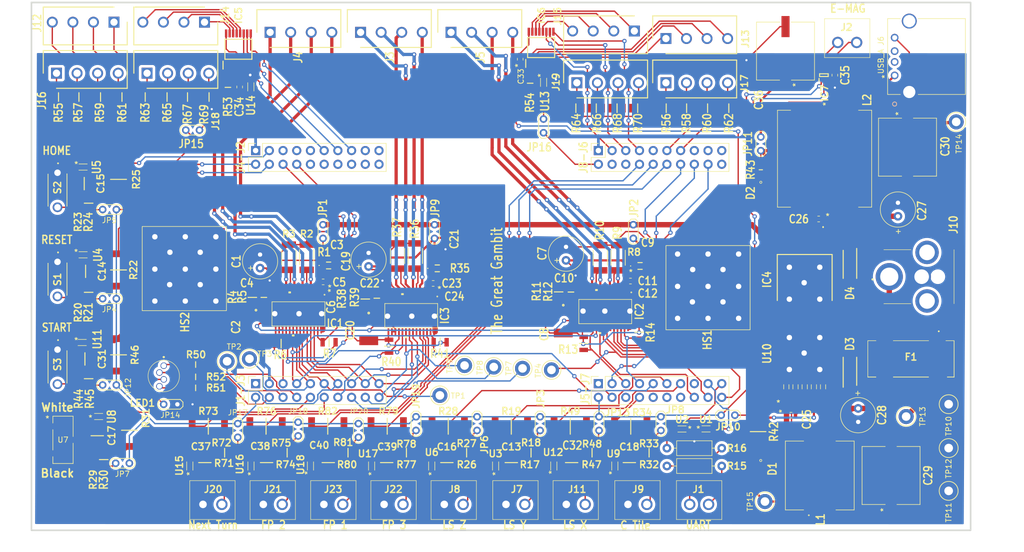
<source format=kicad_pcb>
(kicad_pcb (version 20211014) (generator pcbnew)
  (title_block (title "Full Schematic") (company "The Great Gambit"))
  (layers (0 "F.Cu" signal) (31 "B.Cu" signal) (34 "B.Paste" user) (35 "F.Paste" user) (36 "B.SilkS" user "B.Silkscreen") (37 "F.SilkS" user "F.Silkscreen") (38 "B.Mask" user) (39 "F.Mask" user) (44 "Edge.Cuts" user))
  (net 0 "")
  (net 1 "GND")
  (net 2 "+24V")
  (net 3 "Net-(C2-Pad2)")
  (net 4 "Net-(C6-Pad1)")
  (net 5 "Net-(C6-Pad2)")
  (net 6 "Net-(C8-Pad2)")
  (net 7 "Net-(C12-Pad1)")
  (net 8 "Net-(C10-Pad2)")
  (net 9 "Net-(C12-Pad2)")
  (net 10 "Net-(C13-Pad2)")
  (net 11 "Net-(C14-Pad2)")
  (net 12 "Net-(C15-Pad2)")
  (net 13 "Net-(C16-Pad2)")
  (net 14 "+3.3V")
  (net 15 "RESET_OUT")
  (net 16 "HOME_OUT")
  (net 17 "Net-(C18-Pad2)")
  (net 18 "START_OUT")
  (net 19 "/StepperDriver2/1A")
  (net 20 "Net-(IC1-Pad6)")
  (net 21 "/StepperDriver2/2A")
  (net 22 "/StepperDriver2/2B")
  (net 23 "Net-(IC1-Pad9)")
  (net 24 "/StepperDriver2/1B")
  (net 25 "Net-(IC1-Pad12)")
  (net 26 "XYZ_RESET")
  (net 27 "Y_FAULT")
  (net 28 "XYZ_DECAY")
  (net 29 "Y_DIR")
  (net 30 "Y_ENABLE")
  (net 31 "Y_STEP")
  (net 33 "Y_HOME")
  (net 34 "/StepperDriver3/1A")
  (net 35 "Net-(IC2-Pad6)")
  (net 36 "/StepperDriver3/2A")
  (net 37 "/StepperDriver3/2B")
  (net 38 "Net-(IC2-Pad9)")
  (net 39 "/StepperDriver3/1B")
  (net 40 "Net-(IC2-Pad12)")
  (net 41 "Z_FAULT")
  (net 42 "Z_DIR")
  (net 43 "Z_ENABLE")
  (net 44 "Z_STEP")
  (net 46 "Z_HOME")
  (net 47 "/StepperDriver1/1A")
  (net 48 "Net-(IC3-Pad6)")
  (net 49 "/StepperDriver1/2A")
  (net 50 "/StepperDriver1/2B")
  (net 51 "Net-(IC3-Pad9)")
  (net 52 "/StepperDriver1/1B")
  (net 53 "Net-(IC3-Pad12)")
  (net 54 "X_FAULT")
  (net 55 "X_DIR")
  (net 56 "X_ENABLE")
  (net 57 "X_STEP")
  (net 59 "X_HOME")
  (net 60 "Net-(C17-Pad2)")
  (net 61 "Net-(C19-Pad1)")
  (net 62 "Net-(C20-Pad2)")
  (net 63 "Net-(C24-Pad1)")
  (net 64 "Net-(C24-Pad2)")
  (net 65 "Net-(C29-Pad1)")
  (net 66 "Net-(C30-Pad1)")
  (net 67 "Net-(C31-Pad2)")
  (net 68 "Net-(C32-Pad2)")
  (net 69 "Net-(C1-Pad1)")
  (net 70 "Net-(C5-Pad1)")
  (net 71 "Net-(C37-Pad2)")
  (net 72 "U3RX")
  (net 73 "Net-(C38-Pad2)")
  (net 74 "U3TX")
  (net 75 "LS_Y_OUT")
  (net 76 "Net-(D1-Pad1)")
  (net 77 "/MSP432E401Y/PP_3")
  (net 78 "+5V")
  (net 79 "/MSP432E401Y/PQ_1")
  (net 80 "Net-(D2-Pad1)")
  (net 81 "/MSP432E401Y/PM_6")
  (net 82 "Net-(LED1-Pad2)")
  (net 83 "Net-(LED1-Pad4)")
  (net 84 "LS_Z_OUT")
  (net 85 "LS_X_OUT")
  (net 86 "Net-(D3-Pad1)")
  (net 87 "/PiConnector1/Rx_Pi")
  (net 88 "/PiConnector1/Tx_Pi")
  (net 89 "Net-(D4-Pad1)")
  (net 90 "Net-(F1-Pad1)")
  (net 91 "Net-(IC5-Pad1)")
  (net 92 "Net-(IC5-Pad2)")
  (net 93 "Net-(R20-Pad1)")
  (net 94 "Net-(R23-Pad1)")
  (net 95 "Net-(IC5-Pad3)")
  (net 96 "Net-(IC5-Pad4)")
  (net 97 "Net-(IC5-Pad5)")
  (net 98 "DEMUX_S2")
  (net 99 "DEMUX_S1")
  (net 100 "DEMUX_S0")
  (net 101 "LED_R")
  (net 102 "Net-(IC5-Pad12)")
  (net 103 "Net-(IC5-Pad13)")
  (net 104 "Net-(IC5-Pad14)")
  (net 105 "LED_B")
  (net 106 "LED_G")
  (net 107 "Net-(IC5-Pad15)")
  (net 108 "Net-(IC6-Pad1)")
  (net 109 "Net-(IC6-Pad2)")
  (net 110 "Net-(IC6-Pad3)")
  (net 111 "Net-(IC6-Pad4)")
  (net 112 "Net-(IC6-Pad5)")
  (net 113 "MUX_S2")
  (net 114 "MUX_S1")
  (net 115 "MUX_S0")
  (net 116 "Net-(IC6-Pad12)")
  (net 117 "Net-(IC6-Pad13)")
  (net 118 "Net-(IC6-Pad14)")
  (net 119 "Net-(IC6-Pad15)")
  (net 120 "MAG_IN2")
  (net 121 "MAG_IN1")
  (net 122 "/Electromagnet1/OUT2")
  (net 123 "/Electromagnet1/OUT1")
  (net 124 "MUX_OUT")
  (net 125 "Net-(J7-Pad2)")
  (net 126 "Net-(J9-Pad2)")
  (net 127 "CAPTURE_OUT")
  (net 130 "Net-(J8-Pad2)")
  (net 131 "FP_1_OUT")
  (net 132 "FP_2_OUT")
  (net 133 "FP_3_OUT")
  (net 134 "Net-(J17-Pad1)")
  (net 135 "Net-(J17-Pad2)")
  (net 136 "Net-(J17-Pad3)")
  (net 137 "Net-(J17-Pad4)")
  (net 138 "Net-(JP3-Pad2)")
  (net 139 "Net-(JP4-Pad2)")
  (net 140 "Net-(JP5-Pad2)")
  (net 141 "Net-(JP6-Pad2)")
  (net 142 "COLOR_OUT")
  (net 143 "NEXT_TURN_OUT")
  (net 144 "Net-(JP12-Pad2)")
  (net 145 "Net-(LED1-Pad1)")
  (net 147 "/MSP432E401Y/PP_2")
  (net 149 "Net-(J11-Pad2)")
  (net 150 "Net-(JP13-Pad2)")
  (net 151 "Net-(JP14-Pad2)")
  (net 152 "Net-(J18-Pad1)")
  (net 153 "Net-(J18-Pad2)")
  (net 154 "Net-(J18-Pad3)")
  (net 155 "Net-(J18-Pad4)")
  (net 156 "Net-(J19-Pad1)")
  (net 157 "Net-(J19-Pad2)")
  (net 158 "Net-(J19-Pad3)")
  (net 159 "Net-(J19-Pad4)")
  (net 160 "Net-(C11-Pad1)")
  (net 161 "Net-(J20-Pad2)")
  (net 162 "Net-(C23-Pad1)")
  (net 163 "Net-(C39-Pad2)")
  (net 164 "Net-(J21-Pad2)")
  (net 165 "Net-(J22-Pad2)")
  (net 166 "Net-(J23-Pad2)")
  (net 167 "Net-(C40-Pad2)")
  (net 168 "Net-(JP7-Pad2)")
  (net 169 "Net-(JP8-Pad2)")
  (net 170 "Net-(JP15-Pad2)")
  (net 171 "Net-(JP16-Pad2)")
  (net 172 "Net-(JP17-Pad2)")
  (net 173 "Net-(JP18-Pad2)")
  (net 174 "Net-(JP19-Pad2)")
  (net 175 "Net-(JP20-Pad2)")
  (net 176 "Net-(R29-Pad1)")
  (net 177 "Net-(R44-Pad1)")
  (net 178 "XY_MS2")
  (net 179 "XY_MS1")
  (net 180 "XY_MS0")
  (net 181 "Z_MS2")
  (net 182 "Z_MS1")
  (net 183 "Z_MS0")
  (net 184 "/MSP432E401Y/RST_2")
  (net 185 "/MSP432E401Y/PK_7")
  (net 186 "/MSP432E401Y/PL_4")
  (net 187 "/MSP432E401Y/PP_0")
  (net 188 "/MSP432E401Y/PH_2")
  (net 189 "/MSP432E401Y/PH_3")
  (net 190 "/MSP432E401Y/PD_4")
  (net 191 "/MSP432E401Y/PD_5")
  (net 192 "/MSP432E401Y/PQ_0")
  (net 193 "/MSP432E401Y/PN_3")
  (net 194 "Net-(J16-Pad1)")
  (net 195 "Net-(J16-Pad2)")
  (net 196 "Net-(J16-Pad3)")
  (net 197 "Net-(J16-Pad4)")
  (net 199 "/MSP432E401Y/PL_5")
  (net 200 "/MSP432E401Y/PK_4")
  (net 201 "/MSP432E401Y/PK_5")
  (net 202 "/MSP432E401Y/PK_3")
  (net 203 "/MSP432E401Y/PL_0")
  (net 204 "/MSP432E401Y/PL_1")
  (net 205 "/MSP432E401Y/PL_2")
  (net 206 "/MSP432E401Y/PL_3")
  (net 207 "/MSP432E401Y/RST_1")
  (net 208 "/MSP432E401Y/+5_1V")
  (net 209 "/MSP432E401Y/+5_2V")
  (footprint "RMCF1206FT10K0:RMCF1206FT10K0" (layer "F.Cu") (at 69.629504 55.322544)
    (fp_text reference "R61")
    (fp_text value "10k" hide)
  )
  (footprint "CDBA540-HF:DIOM5225X250N" (layer "F.Cu") (at 206.0956 106.934 90)
    (fp_text reference locked "D3")
    (fp_text value "CDBA540-HF" hide)
  )
  (footprint "EEE-FP1E471AP:EEE-FP1E471AP" (layer "F.Cu") (at 194.1576 47.61865 90)
    (fp_text reference locked "C36")
    (fp_text value locked "470 uF" hide)
  )
  (footprint "TestPoint:TestPoint_2Pads_Pitch2.54mm_Drill0.8mm" (layer "F.Cu") (at 159.6136 115.356 -90)
    (fp_text reference "JP13")
    (fp_text value "3.3V Jumper")
  )
  (footprint "TestPoint:TestPoint_Keystone_5010-5014_Multipurpose" (layer "F.Cu") (at 225.7806 60.726 90)
    (fp_text reference "TP14")
    (fp_text value "~")
  )
  (footprint "C1210C822K2RACAUTO:CAPC3225X88N" (layer "F.Cu") (at 154.5336 123.848 90)
    (fp_text reference "C32")
    (fp_text value "8200pF" hide)
  )
  (footprint "RMCF1206FT10K0:RMCF1206FT10K0" (layer "F.Cu") (at 152.9218 90.6258 -90)
    (fp_text reference "R11")
    (fp_text value "10k" hide)
  )
  (footprint "RMCF1206FT10K0:RMCF1206FT10K0" (layer "F.Cu") (at 156.7166 121.215)
    (fp_text reference "R48")
    (fp_text value "10k" hide)
  )
  (footprint "OQ0212500000G:OQ0212500000G" (layer "F.Cu") (at 130.9396 131.592)
    (fp_text reference "J8")
    (fp_text value "OQ0212500000G" hide)
  )
  (footprint "WSL2010R4000FEA:RESC5025X88N" (layer "F.Cu") (at 105.4481 85.8012 -90)
    (fp_text reference "R2")
    (fp_text value "400m" hide)
  )
  (footprint "CD74HC4051PWT:SOP65P640X120-16N" (layer "F.Cu") (at 92.800379 47.270409 90)
    (fp_text reference "IC5")
    (fp_text value "CD74HC4051PWT" hide)
  )
  (footprint "RMCF1206FT10K0:RMCF1206FT10K0" (layer "F.Cu") (at 100.2296 121.215)
    (fp_text reference "R75")
    (fp_text value "10k" hide)
  )
  (footprint "TNPV08051M00BEEA:TNPV0805180KBEEA" (layer "F.Cu") (at 129.642282 87.8591)
    (fp_text reference "R35")
    (fp_text value "1M" hide)
  )
  (footprint "OQ0212500000G:OQ0212500000G" (layer "F.Cu") (at 164.9756 131.592)
    (fp_text reference "J9")
    (fp_text value "OQ0212500000G" hide)
  )
  (footprint "UCLAMP3310H-TCT:UCLAMP3301H.TCT" (layer "F.Cu") (at 66.9036 115.316)
    (fp_text reference "U8")
    (fp_text value "UCLAMP3301H.TCT" hide)
  )
  (footprint "3588:3588" (layer "F.Cu") (at 217.3986 104.6347 180)
    (fp_text reference locked "F1")
    (fp_text value "Fuse Holder" hide)
  )
  (footprint "TestPoint:TestPoint_Keystone_5010-5014_Multipurpose" (layer "F.Cu") (at 150.7998 106.6746 180)
    (fp_text reference "TP4")
    (fp_text value "TestPoint" hide)
  )
  (footprint "OQ0212500000G:OQ0212500000G" (layer "F.Cu") (at 203.8376 46.012)
    (fp_text reference "J2")
    (fp_text value "OQ0212500000G" hide)
  )
  (footprint "UCLAMP3310H-TCT:UCLAMP3301H.TCT" (layer "F.Cu") (at 83.7946 124.48 90)
    (fp_text reference "U15")
    (fp_text value "UCLAMP3301H.TCT" hide)
  )
  (footprint "UCLAMP3310H-TCT:UCLAMP3301H.TCT" (layer "F.Cu") (at 174.9806 117.622 180)
    (fp_text reference "U2")
    (fp_text value "UCLAMP3301H.TCT" hide)
  )
  (footprint "SDR10EZPJ271:RESC2012X65N" (layer "F.Cu") (at 146.848063 53.564688 90)
    (fp_text reference "R54")
    (fp_text value "270" hide)
  )
  (footprint "EEE-FP1E471AP:EEE-FP1E471AP" (layer "F.Cu") (at 216.7636 65.41135 -90)
    (fp_text reference "C30")
    (fp_text value "470 uF" hide)
  )
  (footprint "GRM033R61A103KA01D:CAPC0603X33N" (layer "F.Cu") (at 131.1656 82.55 -90)
    (fp_text reference "C21")
    (fp_text value "0.01uF" hide)
  )
  (footprint "UCLAMP3310H-TCT:UCLAMP3301H.TCT" (layer "F.Cu") (at 95.101567 54.230833 -90)
    (fp_text reference "U14")
    (fp_text value "UCLAMP3301H.TCT" hide)
  )
  (footprint "GRM033R61A103KA01D:CAPC0603X33N" (layer "F.Cu") (at 166.448322 92.500188 -90)
    (fp_text reference "C12")
    (fp_text value "0.01uF" hide)
  )
  (footprint "TestPoint:TestPoint_2Pads_Pitch2.54mm_Drill0.8mm" (layer "F.Cu") (at 125.7046 115.356 -90)
    (fp_text reference "JP19")
    (fp_text value "3.3V Jumper" hide)
  )
  (footprint "DRV8210DRLR:SOTFL50P160X60-6N" (layer "F.Cu") (at 201.2696 52.07 90)
    (fp_text reference locked "IC7")
    (fp_text value "DRV8210DRLR" hide)
  )
  (footprint "TNPV08051M00BEEA:TNPV0805180KBEEA" (layer "F.Cu") (at 167.210322 87.420188)
    (fp_text reference "R8")
    (fp_text value "1M" hide)
  )
  (footprint "CL10B104KB8NNNC:CL10B104KB8NNNC" (layer "F.Cu") (at 195.1736 115.062)
    (fp_text reference "C25")
    (fp_text value "0.1 uF" hide)
  )
  (footprint "TestPoint:TestPoint_Keystone_5010-5014_Multipurpose" (layer "F.Cu") (at 224.3836 121.158 90)
    (fp_text reference "TP12")
    (fp_text value "~")
  )
  (footprint "Capacitor_THT:C_Radial_D6.3mm_H5.0mm_P2.50mm" (layer "F.Cu") (at 207.6196 113.812 -90)
    (fp_text reference "C28")
    (fp_text value "100 uF")
  )
  (footprint "RCV2512100KFKEGAT:RESC6332X70N" (layer "F.Cu") (at 70.5866 88.158 90)
    (fp_text reference "R22")
    (fp_text value "100k" hide)
  )
  (footprint "TestPoint:TestPoint_2Pads_Pitch2.54mm_Drill0.8mm" (layer "F.Cu") (at 149.3266 62.738 90)
    (fp_text reference "JP16")
    (fp_text value "3.3V Jumper" hide)
  )
  (footprint "UCLAMP3310H-TCT:UCLAMP3301H.TCT" (layer "F.Cu") (at 151.2316 124.48 90)
    (fp_text reference "U12")
    (fp_text value "UCLAMP3301H.TCT" hide)
  )
  (footprint "RMCF1206FT10K0:RMCF1206FT10K0" (layer "F.Cu") (at 182.054277 57.386)
    (fp_text reference "R62")
    (fp_text value "10k" hide)
  )
  (footprint "SDR10EZPJ271:RESC2012X65N" (layer "F.Cu") (at 84.8766 110.002 180)
    (fp_text reference "R51")
    (fp_text value "270" hide)
  )
  (footprint "OQ0432500000G:RHDR4W80P0X381_1X4_1540X700X920P" (layer "F.Cu") (at 59.098353 51.706886)
    (fp_text reference "J16")
    (fp_text value "OQ0432500000G" hide)
  )
  (footprint "WSL2010R4000FEA:RESC5025X88N" (layer "F.Cu") (at 125.578282 85.5731 -90)
    (fp_text reference "R36")
    (fp_text value "400m" hide)
  )
  (footprint "OQ0432500000G:RHDR4W80P0X381_1X4_1540X700X920P" (layer "F.Cu") (at 166.152063 43.887 180)
    (fp_text reference locked "J15")
    (fp_text value "OQ0432500000G" hide)
  )
  (footprint "ATS-52150P-C1-R0:ATS-52150P-C1-R0" (layer "F.Cu") (at 179.8066 91.44 90)
    (fp_text reference locked "HS1")
    (fp_text value "Heatsink")
  )
  (footprint "UCLAMP3310H-TCT:UCLAMP3301H.TCT" (layer "F.Cu") (at 64.0207 69.0953)
    (fp_text reference "U5")
    (fp_text value "UCLAMP3301H.TCT" hide)
  )
  (footprint "TestPoint:TestPoint_2Pads_Pitch2.54mm_Drill0.8mm" (layer "F.Cu") (at 189.5856 63.52 -90)
    (fp_text reference "JP11")
    (fp_text value "5V Jumper")
  )
  (footprint "WSL2010R4000FEA:RESC5025X88N" (layer "F.Cu") (at 159.844322 85.896188 -90)
    (fp_text reference "R10")
    (fp_text value "400m" hide)
  )
  (footprint "Connector_PinSocket_2.54mm:PinSocket_2x10_P2.54mm_Vertical" (layer "F.Cu") (at 159.4866 109.22 90)
    (fp_text reference "J5-J7")
    (fp_text value "Conn_01x10")
  )
  (footprint "RCV2512100KFKEGAT:RESC6332X70N" (layer "F.Cu") (at 72.6186 117.856 90)
    (fp_text reference "R31")
    (fp_text value "100k" hide)
  )
  (footprint "OQ0432500000G:RHDR4W80P0X381_1X4_1540X700X920P" (layer "F.Cu") (at 69.748353 42.25235 180)
    (fp_text reference "J12")
    (fp_text value "OQ0432500000G" hide)
  )
  (footprint "C1210C822K2RACAUTO:CAPC3225X88N" (layer "F.Cu") (at 131.4196 123.848 90)
    (fp_text reference "C16")
    (fp_text value "8200pF" hide)
  )
  (footprint "OQ0432500000G:RHDR4W80P0X381_1X4_1540X700X920P" (layer "F.Cu") (at 172.003063 53.477)
    (fp_text reference "J17")
    (fp_text value "OQ0432500000G" hide)
  )
  (footprint "UCLAMP3310H-TCT:UCLAMP3301H.TCT" (layer "F.Cu") (at 140.4493 124.48 90)
    (fp_text reference "U3")
    (fp_text value "UCLAMP3301H.TCT" hide)
  )
  (footprint "OQ0212500000G:OQ0212500000G" (layer "F.Cu") (at 108.6356 131.592)
    (fp_text reference "J23")
    (fp_text value "OQ0212500000G" hide)
  )
  (footprint "RCV2512100KFKEGAT:RESC6332X70N" (layer "F.Cu") (at 70.5866 103.886 90)
    (fp_text reference "R46")
    (fp_text value "100k" hide)
  )
  (footprint "RMCF1206FT10K0:RMCF1206FT10K0" (layer "F.Cu") (at 161.350063 57.386)
    (fp_text reference "R68")
    (fp_text value "10k" hide)
  )
  (footprint "RMCF1206FT10K0:RMCF1206FT10K0" (layer "F.Cu") (at 73.936116 55.322544)
    (fp_text reference "R63")
    (fp_text value "10k" hide)
  )
  (footprint "C1210C822K2RACAUTO:CAPC3225X88N" (layer "F.Cu") (at 143.3576 123.848 90)
    (fp_text reference "C13")
    (fp_text value "8200pF" hide)
  )
  (footprint "CL10B104KB8NNNC:CL10B104KB8NNNC" (layer "F.Cu") (at 203.3016 52.07 -90)
    (fp_text reference locked "C35")
    (fp_text value "0.1 uF" hide)
  )
  (footprint "Capacitor_THT:C_Radial_D6.3mm_H5.0mm_P2.50mm" (layer "F.Cu") (at 214.9856 78.212 90)
    (fp_text reference "C27")
    (fp_text value "100 uF")
  )
  (footprint "RMCF1206FT10K0:RMCF1206FT10K0" (layer "F.Cu") (at 88.6446 121.215)
    (fp_text reference "R72")
    (fp_text value "10k" hide)
  )
  (footprint "RCV2512100KFKEGAT:RESC6332X70N" (layer "F.Cu") (at 109.3496 117.114 180)
    (fp_text reference "R82")
    (fp_text value "100k" hide)
  )
  (footprint "Connector_PinSocket_2.54mm:PinSocket_2x10_P2.54mm_Vertical" (layer "F.Cu") (at 95.9866 66.04 90)
    (fp_text reference "J4-J2")
    (fp_text value "Conn_01x10")
  )
  (footprint "UCLAMP3310H-TCT:UCLAMP3301H.TCT" (layer "F.Cu") (at 64.0207 85.3513)
    (fp_text reference "U4")
    (fp_text value "UCLAMP3301H.TCT" hide)
  )
  (footprint "C1812X474K2RACAUTO:C1812_FT" (layer "F.Cu") (at 96.0501 98.7552 -90)
    (fp_text reference "C2")
    (fp_text value "0.47uF" hide)
  )
  (footprint "TestPoint:TestPoint_2Pads_Pitch2.54mm_Drill0.8mm" (layer "F.Cu") (at 148.6916 115.356 -90)
    (fp_text reference "JP3")
    (fp_text value "3.3V Jumper")
  )
  (footprint "UCLAMP3310H-TCT:UCLAMP3301H.TCT" (layer "F.Cu") (at 63.8556 101.6)
    (fp_text reference "U11")
    (fp_text value "UCLAMP3301H.TCT" hide)
  )
  (footprint "CL10B104KB8NNNC:CL10B104KB8NNNC" (layer "F.Cu") (at 93.03161 54.261158 -90)
    (fp_text reference "C34")
    (fp_text value "0.1 uF" hide)
  )
  (footprint "Connector_PinSocket_2.54mm:PinSocket_2x10_P2.54mm_Vertical" (layer "F.Cu") (at 95.9866 109.22 90)
    (fp_text reference "J1-J3")
    (fp_text value "Conn_01x10" hide)
  )
  (footprint "CR0402-FX-5620GLF:RESC1005X40N" (layer "F.Cu") (at 168.5316 125.496 180)
    (fp_text reference "R32")
    (fp_text value "562" hide)
  )
  (footprint "TestPoint:TestPoint_2Pads_Pitch2.54mm_Drill0.8mm" (layer "F.Cu") (at 70.1856 76.962 180)
    (fp_text reference "JP5")
    (fp_text value "3.3V Jumper")
  )
  (footprint "RMCF1206FT10K0:RMCF1206FT10K0" (layer "F.Cu") (at 65.8506 90.702 -90)
    (fp_text reference "R21")
    (fp_text value "10k" hide)
  )
  (footprint "TestPoint:TestPoint_Keystone_5010-5014_Multipurpose" (layer "F.Cu") (at 94.8436 104.6172 180)
    (fp_text reference "TP3")
    (fp_text value "TestPoint" hide)
  )
  (footprint "RMCF1206FT10K0:RMCF1206FT10K0" (layer "F.Cu") (at 167.8316 98.088 -90)
    (fp_text reference "R14")
    (fp_text value "10k" hide)
  )
  (footprint "CDBA540-HF:DIOM5225X250N" (layer "F.Cu") (at 206.0956 87.122 -90)
    (fp_text reference locked "D4")
    (fp_text value "CDBA540-HF" hide)
  )
  (footprint "TestPoint:TestPoint_Keystone_5010-5014_Multipurpose" (layer "F.Cu") (at 140.1064 106.1412 180)
    (fp_text reference "TP8")
    (fp_text value "TestPoint" hide)
  )
  (footprint "OQ0432500000G:RHDR4W80P0X381_1X4_1540X700X920P" (layer "F.Cu") (at 115.4356 44.134)
    (fp_text reference locked "J3")
    (fp_text value "OQ0432500000G" hide)
  )
  (footprint "EAST2012RA2:EAST2012RA2" (layer "F.Cu") (at 189.5856 73.914 -90)
    (fp_text reference "D2")
    (fp_text value "EAST2012RA2")
  )
  (footprint "TestPoint:TestPoint_Keystone_5010-5014_Multipurpose" (layer "F.Cu") (at 90.7034 105.0744 180)
    (fp_text reference "TP2")
    (fp_text value "TestPoint" hide)
  )
  (footprint "C1812X474K2RACAUTO:C1812_FT" (layer "F.Cu") (at 116.942282 99.2891 -90)
    (fp_text reference "C20")
    (fp_text value "0.47uF" hide)
  )
  (footprint "RMCF1206FT10K0:RMCF1206FT10K0" (layer "F.Cu") (at 77.979813 55.322544)
    (fp_text reference "R65")
    (fp_text value "10k" hide)
  )
  (footprint "TestPoint:TestPoint_2Pads_Pitch2.54mm_Drill0.8mm" (layer "F.Cu") (at 70.1856 109.474 180)
    (fp_text reference "JP12")
    (fp_text value "3.3V Jumper")
  )
  (footprint "TestPoint:TestPoint_2Pads_Pitch2.54mm_Drill0.8mm" (layer "F.Cu") (at 182.2396 115.062)
    (fp_text reference "JP10")
    (fp_text value "3.3V Jumper" hide)
  )
  (footprint "HV-5RGB25:HV5RGB25" (layer "F.Cu") (at 78.9686 105.897 -90)
    (fp_text reference locked "LED1")
    (fp_text value "HV-5RGB25" hide)
  )
  (footprint "CR0402-FX-5620GLF:RESC1005X40N" (layer "F.Cu") (at 112.9056 125.496 180)
    (fp_text reference "R80")
    (fp_text value "562" hide)
  )
  (footprint "RCV2512100KFKEGAT:RESC6332X70N" (layer "F.Cu") (at 70.5866 71.374 90)
    (fp_text reference "R25")
    (fp_text value "100k" hide)
  )
  (footprint "RMCF1206FT10K0:RMCF1206FT10K0" (layer "F.Cu") (at 96.1782 91.6418 -90)
    (fp_text reference "R4")
    (fp_text value "10k" hide)
  )
  (footprint "SDR10EZPJ271:RESC2012X65N" (layer "F.Cu") (at 84.8766 105.684 180)
    (fp_text reference "R50")
    (fp_text value "270" hide)
  )
  (footprint "UCLAMP3310H-TCT:UCLAMP3301H.TCT" (layer "F.Cu") (at 95.1256 124.48 90)
    (fp_text reference "U16")
    (fp_text value "UCLAMP3301H.TCT" hide)
  )
  (footprint "OQ0432500000G:RHDR4W80P0X381_1X4_1540X700X920P" (layer "F.Cu") (at 172.003063 45.287)
    (fp_text reference "J13")
    (fp_text value "OQ0432500000G" hide)
  )
  (footprint "CD74HC4051PWT:SOP65P640X120-16N" (layer "F.Cu") (at 148.880063 46.960688 90)
    (fp_text reference "IC6")
    (fp_text value "CD74HC4051PWT" hide)
  )
  (footprint "ERJ-PB6B3002V:RESC2012X70N" (layer "F.Cu") (at 118.4402 93.3958 -90)
    (fp_text reference "R39")
    (fp_text value "30k" hide)
  )
  (footprint "CL10B104KB8NNNC:CL10B104KB8NNNC" (layer "F.Cu") (at 108.4961 90.3732 180)
    (fp_text reference "C5")
    (fp_text value "0.1 uF" hide)
  )
  (footprint "ATS-52150P-C1-R0:ATS-52150P-C1-R0" (layer "F.Cu") (at 82.7786 87.904 90)
    (fp_text reference "HS2")
    (fp_text value "Heatsink")
  )
  (footprint "TestPoint:TestPoint_2Pads_Pitch2.54mm_Drill0.8mm" (layer "F.Cu") (at 92.6846 116.626 -90)
    (fp_text reference "JP17")
    (fp_text value "3.3V Jumper")
  )
  (footprint "TestPoint:TestPoint_Keystone_5010-5014_Multipurpose" (layer "F.Cu") (at 224.3836 113.03 90)
    (fp_text reference "TP10")
    (fp_text value "~")
  )
  (footprint "RMCF1206FT10K0:RMCF1206FT10K0" (layer "F.Cu") (at 155.9676 103.374 90)
    (fp_text reference "R13")
    (fp_text value "10k" hide)
  )
  (footprint "Resistor_THT:R_Axial_DIN0207_L6.3mm_D2.5mm_P10.16mm_Horizontal" (layer "F.Cu") (at 172.1866 121.178)
    (fp_text reference "R16")
    (fp_text value "2.2 k" hide)
  )
  (footprint "GRM033R61A103KA01D:CAPC0603X33N" (layer "F.Cu") (at 168.3766 84.856)
    (fp_text reference "C9")
    (fp_text value "0.01uF" hide)
  )
  (footprint "GRM033R61A103KA01D:CAPC0603X33N" (layer "F.Cu") (at 99.6061 90.8812)
    (fp_text reference "C4")
    (fp_text value "0.01uF" hide)
  )
  (footprint "KLDHCX-8-0202-A:KLDHCX80202A" (layer "F.Cu") (at 213.3796 89.408 180)
    (fp_text reference "J10")
    (fp_text value "KLDHCX-8-0202-A" hide)
  )
  (footprint "PTS636_SL43_LFS:PTS636SL43LFS" (layer "F.Cu") (at 59.2836 70.148 -90)
    (fp_text reference "S2")
    (fp_text value "PTS636_SL43_LFS" hide)
  )
  (footprint "C1210C822K2RACAUTO:CAPC3225X88N" (layer "F.Cu") (at 120.2716 123.848 90)
    (fp_text reference "C39")
    (fp_text value "8200pF" hide)
  )
  (footprint "RMCF1206FT10K0:RMCF1206FT10K0" (layer "F.Cu") (at 117.1078 91.9466 -90)
    (fp_text reference "R38")
    (fp_text value "10k" hide)
  )
  (footprint "C1210C822K2RACAUTO:CAPC3225X88N" (layer "F.Cu") (at 165.2296 123.848 90)
    (fp_text reference "C18")
    (fp_text value "8200pF" hide)
  )
  (footprint "GRM033R61A103KA01D:CAPC0603X33N" (layer "F.Cu") (at 130.404282 92.9391 -90)
    (fp_text reference "C24")
    (fp_text value "0.01uF" hide)
  )
  (footprint "LM2576SX-3.3-NOPB:LM2576SX-3.3-NOPB" (layer "F.Cu") (at 197.7136 103.632)
    (fp_text reference "U10")
    (fp_text value "LM2576SX-3.3-NOPB" hide)
  )
  (footprint "Connector_PinSocket_2.54mm:PinSocket_2x10_P2.54mm_Vertical" (layer "F.Cu") (at 159.4866 66.04 90)
    (fp_text reference "J8-J6")
    (fp_text value "Conn_01x10")
  )
  (footprint "C1812X474K2RACAUTO:C1812_FT" (layer "F.Cu") (at 152.986322 97.834188 -90)
    (fp_text reference "C8")
    (fp_text value "0.47uF" hide)
  )
  (footprint "Capacitor_THT:C_Radial_D6.3mm_H5.0mm_P2.50mm" (layer "F.Cu") (at 153.494322 86.384188 90)
    (fp_text reference "C7")
    (fp_text value "100 uF")
  )
  (footprint "TestPoint:TestPoint_Keystone_5010-5014_Multipurpose" (layer "F.Cu") (at 145.4404 106.3952 180)
    (fp_text reference "TP7")
    (fp_text value "TestPoint" hide)
  )
  (footprint "CR0402-FX-5620GLF:RESC1005X40N" (layer "F.Cu") (at 146.4056 125.496 180)
    (fp_text reference "R17")
    (fp_text value "562" hide)
  )
  (footprint "EAST2012RA2:EAST2012RA2" (layer "F.Cu") (at 189.56966 125.456087 -90)
    (fp_text reference "D1")
    (fp_text value "EAST2012RA2" hide)
  )
  (footprint "RMCF1206FT10K0:RMCF1206FT10K0" (layer "F.Cu") (at 122.3276 121.215)
    (fp_text reference "R78")
    (fp_text value "10k" hide)
  )
  (footprint "EEE-FP1E471AP:EEE-FP1E471AP" (layer "F.Cu") (at 213.7156 126.238 90)
    (fp_text reference "C29")
    (fp_text value "470 uF" hide)
  )
  (footprint "RMCF1206FT10K0:RMCF1206FT10K0" (layer "F.Cu") (at 68.6446 121.69 -90)
    (fp_text reference "R30")
    (fp_text value "10k" hide)
  )
  (footprint "CR0402-FX-5620GLF:RESC1005X40N" (layer "F.Cu") (at 63.0936 92.71 90)
    (fp_text reference "R20")
    (fp_text value "562" hide)
  )
  (footprint "RCV2512100KFKEGAT:RESC6332X70N" (layer "F.Cu") (at 154.2796 117.114 180)
    (fp_text reference "R49")
    (fp_text value "100k" hide)
  )
  (footprint "CR0402-FX-5620GLF:RESC1005X40N" (layer "F.Cu") (at 134.7216 125.496 180)
    (fp_text reference "R26")
    (fp_text value "562" hide)
  )
  (footprint "RMCF1206FT10K0:RMCF1206FT10K0" (layer "F.Cu") (at 153.717567 57.386)
    (fp_text reference "R64")
    (fp_text value "10k" hide)
  )
  (footprint "TestPoint:TestPoint_2Pads_Pitch2.54mm_Drill0.8mm" (layer "F.Cu") (at 108.4707 79.776 -90)
    (fp_text reference "JP1")
    (fp_text value "24V Jumper")
  )
  (footprint "TestPoint:TestPoint_2Pads_Pitch2.54mm_Drill0.8mm" (layer "F.Cu") (at 72.5986 123.972 180)
    (fp_text reference "JP7")
    (fp_text value "3.3V Jumper")
  )
  (footprint "CR0402-FX-5620GLF:RESC1005X40N" (layer "F.Cu") (at 89.6366 125.496 180)
    (fp_text reference "R71")
    (fp_text value "562" hide)
  )
  (footprint "TestPoint:TestPoint_2Pads_Pitch2.54mm_Drill0.8mm" (layer "F.Cu") (at 165.9636 79.776 -90)
    (fp_text reference "JP2")
    (fp_text value "24V Jumper" hide)
  )
  (footprint "DRV8824QPWPRQ1:DRV8824QPWPRQ1" (layer "F.Cu") (at 160.7606 95.868 -90)
    (fp_text reference "IC2")
    (fp_text value "DRV8824QPWPRQ1" hide)
  )
  (footprint "C1210C822K2RACAUTO:CAPC3225X88N" (layer "F.Cu") (at 66.6496 118.872 -90)
    (fp_text reference "C17")
    (fp_text value "8200pF" hide)
  )
  (footprint "RMCF1206FT10K0:RMCF1206FT10K0" (layer "F.Cu") (at 102.3126 102.599 180)
    (fp_text reference "R6")
    (fp_text value "10k" hide)
  )
  (footprint "OQ0432500000G:RHDR4W80P0X381_1X4_1540X700X920P" (layer "F.Cu") (at 155.502063 53.477)
    (fp_text reference "J19")
    (fp_text value "OQ0432500000G" hide)
  )
  (footprint "OQ0212500000G:OQ0212500000G" (layer "F.Cu") (at 153.5456 131.592)
    (fp_text reference "J11")
    (fp_text value "OQ0212500000G" hide)
  )
  (footprint "C1210C822K2RACAUTO:CAPC3225X88N" (layer "F.Cu") (at 98.0186 123.848 90)
    (fp_text reference "C38")
    (fp_text value "8200pF" hide)
  )
  (footprint "RCV2512100KFKEGAT:RESC6332X70N" (layer "F.Cu") (at 131.6736 117.114 180)
    (fp_text reference "R28")
    (fp_text value "100k" hide)
  )
  (footprint "Capacitor_THT:C_Radial_D6.3mm_H5.0mm_P2.50mm" (layer "F.Cu") (at 96.8121 87.8132 90)
    (fp_text reference "C1")
    (fp_text value "100 uF")
  )
  (footprint "C1210C822K2RACAUTO:CAPC3225X88N" (layer "F.Cu") (at 64.3636 104.648)
    (fp_text reference "C31")
    (fp_text value "8200pF" hide)
  )
  (footprint "ERJ-PB6B3002V:RESC2012X70N" (layer "F.Cu") (at 154.4066 92.2528 -90)
    (fp_text reference "R12")
    (fp_text value "30k" hide)
  )
  (footprint "CL10B104KB8NNNC:CL10B104KB8NNNC" (layer "F.Cu") (at 145.0086 49.1055 90)
    (fp_text reference "C33")
    (fp_text value "0.1 uF" hide)
  )
  (footprint "PA4344-104NLT:PA4344.104NLT" (layer "F.Cu") (at 201.3966 67.5513 -90)
    (fp_text reference "L2")
    (fp_text value "100 uH" hide)
  )
  (footprint "UCLAMP3310H-TCT:UCLAMP3301H.TCT" (layer "F.Cu") (at 106.1466 124.48 90)
    (fp_text reference "U18")
    (fp_text value "UCLAMP3301H.TCT" hide)
  )
  (footprint "CR0402-FX-5620GLF:RESC1005X40N" (layer "F.Cu") (at 157.7086 125.496)
    (fp_text reference "R47")
    (fp_text value "562" hide)
  )
  (footprint "OQ0432500000G:RHDR4W80P0X381_1X4_1540X700X920P" (layer "F.Cu") (at 86.521353 42.25235 180)
    (fp_text reference "J14")
    (fp_text value "OQ0432500000G" hide)
  )
  (footprint "RMCF1206FT10K0:RMCF1206FT10K0" (layer "F.Cu") (at 85.762389 55.322544)
    (fp_text reference "R69")
    (fp_text value "10k" hide)
  )
  (footprint "RMCF1206FT10K0:RMCF1206FT10K0" (layer "F.Cu") (at 65.8506 106.704 -90)
    (fp_text reference "R45")
    (fp_text value "10k" hide)
  )
  (footprint "RMCF1206FT10K0:RMCF1206FT10K0" (layer "F.Cu") (at 157.501961 57.386)
    (fp_text reference "R66")
    (fp_text value "10k" hide)
  )
  (footprint "CL10B104KB8NNNC:CL10B104KB8NNNC" (layer "F.Cu") (at 128.880282 90.6531 180)
    (fp_text reference "C23")
    (fp_text value "0.1 uF" hide)
  )
  (footprint "CR0402-FX-5620GLF:RESC1005X40N" (layer "F.Cu") (at 65.8876 123.19 90)
    (fp_text reference "R29")
    (fp_text value "562" hide)
  )
  (footprint "TestPoint:TestPoint_Keystone_5010-5014_Multipurpose" (layer "F.Cu") (at 224.3836 129.087265 90)
    (fp_text reference "TP11")
    (fp_text value "~")
  )
  (footprint "RCV2512100KFKEGAT:RESC6332X70N" (layer "F.Cu") (at 143.3576 117.114 180)
    (fp_text reference "R19")
    (fp_text value "100k" hide)
  )
  (footprint "GRM033R61A103KA01D:CAPC0603X33N" (layer "F.Cu") (at 156.364322 90.214188)
    (fp_text reference "C10")
    (fp_text value "0.01uF" hide)
  )
  (footprint "RMCF1206FT10K0:RMCF1206FT10K0" (layer "F.Cu") (at 65.8506 74.192 -90)
    (fp_text reference "R24")
    (fp_text value "10k" hide)
  )
  (footprint "RCV2512100KFKEGAT:RESC6332X70N" (layer "F.Cu") (at 120.3706 117.114 180)
    (fp_text reference "R79")
    (fp_text value "100k" hide)
  )
  (footprint "RMCF1206FT10K0:RMCF1206FT10K0" (layer "F.Cu") (at 65.655825 55.322544)
    (fp_text reference "R59")
    (fp_text value "10k" hide)
  )
  (footprint "RMCF1206FT10K0:RMCF1206FT10K0" (layer "F.Cu") (at 145.4136 121.215)
    (fp_text reference "R18")
    (fp_text value "10k" hide)
  )
  (footprint "RCV2512100KFKEGAT:RESC6332X70N" (layer "F.Cu") (at 87.2236 117.114 180)
    (fp_text reference "R73")
    (fp_text value "100k" hide)
  )
  (footprint "RMCF1206FT10K0:RMCF1206FT10K0" (layer "F.Cu") (at 131.7766 102.345 180)
    (fp_text reference "R41")
    (fp_text value "10k" hide)
  )
  (footprint "C1210C822K2RACAUTO:CAPC3225X88N" (layer "F.Cu") (at 64.2366 72.156)
    (fp_text reference "C15")
    (fp_text value "8200pF" hide)
  )
  (footprint "SDR10EZPJ271:RESC2012X65N" (layer "F.Cu") (at 84.8766 107.97 180)
    (fp_text reference "R52")
    (fp_text value "270" hide)
  )
  (footprint "UCLAMP3310H-TCT:UCLAMP3301H.TCT" (layer "F.Cu") (at 149.3393 53.3981 -90)
    (fp_text reference "U13")
    (fp_text value "UCLAMP3301H.TCT" hide)
  )
  (footprint "WSL2010R4000FEA:RESC5025X88N" (layer "F.Cu") (at 122.276282 85.5731 -90)
    (fp_text reference "R37")
    (fp_text value "400m" hide)
  )
  (footprint "UCLAMP3310H-TCT:UCLAMP3301H.TCT" (layer "F.Cu") (at 162.5346 124.48 90)
    (fp_text reference "U9")
    (fp_text value "UCLAMP3301H.TCT" hide)
  )
  (footprint "GRM033R61A103KA01D:CAPC0603X33N" (layer "F.Cu") (at 120.752282 90.9071)
    (fp_text reference "C22")
    (fp_text value "0.01uF" hide)
  )
  (footprint "CL10B104KB8NNNC:CL10B104KB8NNNC" (layer "F.Cu") (at 165.432322 90.214188 180)
    (fp_text reference "C11")
    (fp_text value "0.1 uF" hide)
  )
  (footprint "PTS636_SL43_LFS:PTS636SL43LFS" (layer "F.Cu") (at 59.2836 86.658 -90)
    (fp_text reference "S1")
    (fp_text value "PTS636_SL43_LFS" hide)
  )
  (footprint "OQ0432500000G:RHDR4W80P0X381_1X4_1540X700X920P" (layer "F.Cu") (at 132.1906 44.134)
    (fp_text reference locked "J5")
    (fp_text value "OQ0432500000G" hide)
  )
  (footprint "Resistor_THT:R_Axial_DIN0207_L6.3mm_D2.5mm_P10.16mm_Horizontal" (layer "F.Cu") (at 172.1866 124.48)
    (fp_text reference "R15")
    (fp_text value "2.2 k")
  )
  (footprint "RMCF1206FT10K0:RMCF1206FT10K0" (layer "F.Cu") (at 57.869741 55.322544)
    (fp_text reference "R55")
    (fp_text value "10k" hide)
  )
  (footprint "RMCF1206FT10K0:RMCF1206FT10K0" (layer "F.Cu") (at 61.653353 55.322544)
    (fp_text reference "R57")
    (fp_text value "10k" hide)
  )
  (footprint "USB1130-15-A:USB1130-15-A" (layer "F.Cu") (at 214.3766 52.119901 90)
    (fp_text reference locked "J6")
    (fp_text value locked "USB_A")
  )
  (footprint "PTS636_SL43_LFS:PTS636SL43LFS" (layer "F.Cu") (at 59.2836 102.914 -90)
    (fp_text reference "S3")
    (fp_text value "PTS636_SL43_LFS" hide)
  )
  (footprint "UCLAMP3310H-TCT:UCLAMP3301H.TCT" (layer "F.Cu") (at 128.6129 124.48 90)
    (fp_text reference "U6")
    (fp_text value "UCLAMP3301H.TCT" hide)
  )
  (footprint "C1210C822K2RACAUTO:CAPC3225X88N" (layer "F.Cu") (at 64.4906 88.412)
    (fp_text reference "C14")
    (fp_text value "8200pF" hide)
  )
  (footprint "CR0402-FX-5620GLF:RESC1005X40N" (layer "F.Cu") (at 63.0936 108.712 90)
    (fp_text reference "R44")
    (fp_text value "562" hide)
  )
  (footprint "RCV2512100KFKEGAT:RESC6332X70N" (layer "F.Cu") (at 165.4836 117.114 180)
    (fp_text reference "R34")
    (fp_text value "100k" hide)
  )
  (footprint "RMCF1206FT10K0:RMCF1206FT10K0" (layer "F.Cu") (at 178.12312 57.386)
    (fp_text reference "R60")
    (fp_text value "10k" hide)
  )
  (footprint "TestPoint:TestPoint_Keystone_5010-5014_Multipurpose" (layer "F.Cu") (at 190.3476 131.064 90)
    (fp_text reference "TP15")
    (fp_text value "~")
  )
  (footprint "CR0402-FX-5620GLF:RESC1005X40N" (layer "F.Cu") (at 101.3206 125.496 180)
    (fp_text reference "R74")
    (fp_text value "562" hide)
  )
  (footprint "TestPoint:TestPoint_2Pads_Pitch2.54mm_Drill0.8mm" (layer "F.Cu") (at 70.1856 93.472 180)
    (fp_text reference "JP4")
    (fp_text value "3.3V Jumper")
  )
  (footprint "RMCF1206FT10K0:RMCF1206FT10K0" (layer "F.Cu") (at 170.458422 57.386)
    (fp_text reference "R56")
    (fp_text value "10k" hide)
  )
  (footprint "RMCF1206FT10K0:RMCF1206FT10K0" (layer "F.Cu") (at 111.5046 121.215)
    (fp_text reference "R81")
    (fp_text value "10k" hide)
  )
  (footprint "RMCF1206FT10K0:RMCF1206FT10K0" (layer "F.Cu") (at 165.172211 57.386)
    (fp_text reference "R70")
    (fp_text value "10k" hide)
  )
  (footprint "TNPV08051M00BEEA:TNPV0805180KBEEA" (layer "F.Cu") (at 109.5121 87.3252)
    (fp_text reference "R1")
    (fp_text value "1M" hide)
  )
  (footprint "JS102011SCQN:JS102011SCQN" (layer "F.Cu") (at 60.2996 119.634)
    (fp_text reference "U7")
    (fp_text value "JS102011SCQN" hide)
  )
  (footprint "RMCF1206FT10K0:RMCF1206FT10K0" (layer "F.Cu") (at 111.2026 102.345 180)
    (fp_text reference "R7")
    (fp_text value "10k" hide)
  )
  (footprint "GRM033R61A103KA01D:CAPC0603X33N" (layer "F.Cu") (at 111.0361 85.0392 180)
    (fp_text reference "C3")
    (fp_text value "0.01uF" hide)
  )
  (footprint "TestPoint:TestPoint_Keystone_5010-5014_Multipurpose" (layer "F.Cu") (at 130.1242 111.399 180)
    (fp_text reference "TP1")
    (fp_text value "TestPoint" hide)
  )
  (footprint "DRV8824QPWPRQ1:DRV8824QPWPRQ1" (layer "F.Cu") (at 124.816282 96.63 -90)
    (fp_text reference "IC3")
    (fp_text value "DRV8824QPWPRQ1" hide)
  )
  (footprint "WSL2010R4000FEA:RESC5025X88N" (layer "F.Cu") (at 102.1461 85.8012 -90)
    (fp_text reference "R3")
    (fp_text value "400m" hide)
  )
  (footprint "CHP2512AFX-47R0ELF:RESC6431X130N" (layer "F.Cu") (at 189.0776 118.11 -90)
    (fp_text reference "R42")
    (fp_text value "47" hide)
  )
  (footprint "TestPoint:TestPoint_Keystone_5010-5014_Multipurpose" (layer "F.Cu") (at 134.6962 105.8618 180)
    (fp_text reference "TP9")
    (fp_text value "TestPoint" hide)
  )
  (footprint "SDR10EZPJ271:RESC2012X65N" (layer "F.Cu") (at 90.855766 54.332424 90)
    (fp_text reference "R53")
    (fp_text value "270" hide)
  )
  (footprint "C1210C822K2RACAUTO:CAPC3225X88N" (layer "F.Cu") (at 109.4486 123.848 90)
    (fp_text reference "C40")
    (fp_text value "8200pF" hide)
  )
  (footprint "RMCF1206FT10K0:RMCF1206FT10K0" (layer "F.Cu") (at 167.2856 121.215)
    (fp_text reference "R33")
    (fp_text value "10k" hide)
  )
  (footprint "OQ0212500000G:OQ0212500000G" (layer "F.Cu") (at 86.2356 131.592)
    (fp_text reference "J20")
    (fp_text value "OQ0212500000G" hide)
  )
  (footprint "WSL2010R4000FEA:RESC5025X88N" (layer "F.Cu") (at 163.146322 85.896188 -90)
    (fp_text reference "R9")
    (fp_text value "400m" hide)
  )
  (footprint "TestPoint:TestPoint_2Pads_Pitch2.54mm_Drill0.8mm" (layer "F.Cu") (at 171.0716 115.356 -90)
    (fp_text reference "JP8")
    (fp_text value "3.3V Jumper" hide)
  )
  (footprint "C1210C822K2RACAUTO:CAPC3225X88N" (layer "F.Cu") (at 86.5886 123.848 90)
    (fp_text reference "C37")
    (fp_text value "8200pF" hide)
  )
  (footprint "SDR03EZPF1500:RESC1608X55N" (layer "F.Cu") (at 189.5856 69.596 90)
    (fp_text reference "R43")
    (fp_text value "150" hide)
  )
  (footprint "CR0402-FX-5620GLF:RESC1005X40N" (layer "F.Cu") (at 123.3196 125.496 180)
    (fp_text reference "R77")
    (fp_text value "562" hide)
  )
  (footprint "OQ0432500000G:RHDR4W80P0X381_1X4_1540X700X920P" (layer "F.Cu") (at 98.6716 44.134)
    (fp_text reference locked "J4")
    (fp_text value "OQ0432500000G" hide)
  )
  (footprint "TestPoint:TestPoint_2Pads_Pitch2.54mm_Drill0.8mm" (layer "F.Cu") (at 137.0076 115.356 -90)
    (fp_text reference "JP6")
    (fp_text value "3.3V Jumper" hide)
  )
  (footprint "OQ0212500000G:OQ0212500000G" (layer "F.Cu") (at 119.7916 131.592)
    (fp_text reference "J22")
    (fp_text value "OQ0212500000G" hide)
  )
  (footprint "TestPoint:TestPoint_Keystone_5010-5014_Multipurpose" (layer "F.Cu") (at 216.5096 115.316 90)
    (fp_text reference "TP13")
    (fp_text value "TestPoint")
  )
  (footprint "LM2576HVS-5.0_NOPB:LM2576HVS50NOPB" (layer "F.Cu") (at 197.7136 89.617 90)
    (fp_text reference locked "IC4")
    (fp_text value "LM2576HVS-5.0_NOPB" hide)
  )
  (footprint "RMCF1206FT10K0:RMCF1206FT10K0" (layer "F.Cu") (at 119.8996 103.882 90)
    (fp_text reference "R40")
    (fp_text value "10k" hide)
  )
  (footprint "OQ0212500000G:OQ0212500000G" (layer "F.Cu") (at 142.3696 131.592)
    (fp_text reference "J7")
    (fp_text value "OQ0212500000G" hide)
  )
  (footprint "RMCF1206FT10K0:RMCF1206FT10K0" (layer "F.Cu") (at 133.4756 121.215)
    (fp_text reference "R27")
    (fp_text value "10k" hide)
  )
  (footprint "RMCF1206FT10K0:RMCF1206FT10K0" (layer "F.Cu") (at 81.769014 55.322544)
    (fp_text reference "R67")
    (fp_text value "10k" hide)
  )
  (footprint "SRR1210-681M:SRR1210-681M" (layer "F.Cu") (at 200.5076 126.238 90)
    (fp_text reference "L1")
    (fp_text value "680 uH" hide)
  )
  (footprint "TestPoint:TestPoint_2Pads_Pitch2.54mm_Drill0.8mm" (layer "F.Cu") (at 129.1336 79.776 -90)
    (fp_text reference "JP9")
    (fp_text value "24V Jumper" hide)
  )
  (footprint "TestPoint:TestPoint_2Pads_Pitch2.54mm_Drill0.8mm" (layer "F.Cu") (at 115.0366 116.626 -90)
    (fp_text reference "JP20")
    (fp_text value "3.3V Jumper" hide)
  )
  (footprint "TestPoint:TestPoint_2Pads_Pitch2.54mm_Drill0.8mm" (layer "F.Cu") (at 103.8606 116.372 -90)
    (fp_text reference "JP18")
    (fp_text value "3.3V Jumper" hide)
  )
  (footprint "UCLAMP3310H-TCT:UCLAMP3301H.TCT" (layer "F.Cu") (at 179.4256 117.602)
    (fp_text reference "U1")
    (fp_text value "UCLAMP3301H.TCT" hide)
  )
  (footprint "OQ0212500000G:OQ0212500000G" (layer "F.Cu") (at 97.4116 131.592)
    (fp_text reference "J21")
    (fp_text value "OQ0212500000G" hide)
  )
  (footprint "RMCF1206FT10K0:RMCF1206FT10K0" (layer "F.Cu") (at 174.237023 57.386)
    (fp_text reference "R58")
    (fp_text value "10k" hide)
  )
  (footprint "DRV8824QPWPRQ1:DRV8824QPWPRQ1" (layer "F.Cu") (at 103.9241 96.3041 -90)
    (fp_text reference "IC1")
    (fp_text value "DRV8824QPWPRQ1" hide)
  )
  (footprint "UCLAMP3310H-TCT:UCLAMP3301H.TCT" (layer "F.Cu") (at 117.4776 124.48 90)
    (fp_text reference "U17")
    (fp_text value "UCLAMP3301H.TCT" hide)
  )
  (footprint "OQ0212500000G:OQ0212500000G" (layer "F.Cu") (at 176.4056 131.592)
    (fp_text reference "J1")
    (fp_text value "OQ0212500000G" hide)
  )
  (footprint "CL10B104KB8NNNC:CL10B104KB8NNNC" (layer "F.Cu") (at 200.3044 78.7146 180)
    (fp_text reference "C26")
    (fp_text value "0.1 uF" hide)
  )
  (footprint "TestPoint:TestPoint_2Pads_Pitch2.54mm_Drill0.8mm" (layer "F.Cu") (at 81.4886 113.05 180)
    (fp_text reference "JP14")
    (fp_text value "3.3V Jumper")
  )
  (footprint "GRM033R61A103KA01D:CAPC0603X33N" (layer "F.Cu") (at 109.5121 92.9132 -90)
    (fp_text reference "C6")
    (fp_text value "0.01uF" hide)
  )
  (footprint "CR0402-FX-5620GLF:RESC1005X40N" (layer "F.Cu") (at 63.0936 75.946 90)
    (fp_text reference "R23")
    (fp_text value "562" hide)
  )
  (footprint "Capacitor_THT:C_Radial_D6.3mm_H5.0mm_P2.50mm" (layer "F.Cu") (at 116.9162 87.503 90)
    (fp_text reference "C19")
    (fp_text value "100 uF")
  )
  (footprint "RCV2512100KFKEGAT:RESC6332X70N" (layer "F.Cu") (at 97.9196 117.114 180)
    (fp_text reference "R76")
    (fp_text value "100k" hide)
  )
  (footprint "ERJ-PB6B3002V:RESC2012X70N" (layer "F.Cu") (at 97.5106 93.2434 -90)
    (fp_text reference "R5")
    (fp_text value "30k" hide)
  )
  (footprint "TestPoint:TestPoint_2Pads_Pitch2.54mm_Drill0.8mm" (layer "F.Cu") (at 83.0526 62.25)
    (fp_text reference locked "JP15")
    (fp_text value "3.3V Jumper" hide)
  )
  (footprint "OQ0432500000G:RHDR4W80P0X381_1X4_1540X700X920P" (layer "F.Cu") (at 75.875592 51.706886)
    (fp_text reference "J18")
    (fp_text value "OQ0432500000G" hide)
  )
  (gr_rect (start 54.4576 136.398) (end 228.4476 38.608) (layer "Edge.Cuts") (width 0.2794) (fill none))
  (gr_text "Next Turn" (at 88.1126 135.402) (layer "F.SilkS") (effects (font (size 1.5 1.27) (thickness 0.254))))
  (gr_text "HOME" (at 59.1566 66.06) (layer "F.SilkS") (effects (font (size 1.5 1.27) (thickness 0.254))))
  (gr_text "FP 1" (at 110.7186 135.402) (layer "F.SilkS") (effects (font (size 1.5 1.27) (thickness 0.254))))
  (gr_text "LS Y" (at 143.9926 135.402) (layer "F.SilkS") (effects (font (size 1.5 1.27) (thickness 0.254))))
  (gr_text "LS X" (at 155.1686 135.402) (layer "F.SilkS") (effects (font (size 1.5 1.27) (thickness 0.254))))
  (gr_text "The Great Gambit" (at 140.6906 90.19 90) (layer "F.SilkS") (effects (font (size 2 1.5) (thickness 0.254))))
  (gr_text "UART" (at 178.0286 135.402) (layer "F.SilkS") (effects (font (size 1.5 1.27) (thickness 0.254))))
  (gr_text "E-MAG" (at 205.7146 39.7256) (layer "F.SilkS") (effects (font (size 1.5 1.27) (thickness 0.254))))
  (gr_text "LS Z" (at 132.8166 135.402) (layer "F.SilkS") (effects (font (size 1.5 1.27) (thickness 0.254))))
  (gr_text "RESET" (at 59.1566 82.57) (layer "F.SilkS") (effects (font (size 1.5 1.27) (thickness 0.254))))
  (gr_text "White" (at 59.2582 113.6342) (layer "F.SilkS") (effects (font (size 1.5 1.5) (thickness 0.3))))
  (gr_text "C Tile" (at 166.3446 135.4782) (layer "F.SilkS") (effects (font (size 1.5 1.27) (thickness 0.254))))
  (gr_text "Black" (at 59.2582 125.8262) (layer "F.SilkS") (effects (font (size 1.5 1.5) (thickness 0.3))))
  (gr_text "FP 3" (at 121.6406 135.402) (layer "F.SilkS") (effects (font (size 1.5 1.27) (thickness 0.254))))
  (gr_text "START" (at 59.1566 98.826) (layer "F.SilkS") (effects (font (size 1.5 1.27) (thickness 0.254))))
  (gr_text "FP 2" (at 99.2886 135.402) (layer "F.SilkS") (effects (font (size 1.5 1.27) (thickness 0.254))))
  (segment (start 156.517567 59.534967) (end 156.6926 59.71) (width 0.25) (layer "F.Cu") (net 1))
  (segment (start 194.3136 81.847) (end 194.3136 79.692) (width 0.4) (layer "F.Cu") (net 1))
  (segment (start 60.669741 56.122544) (end 60.669741 58.098941) (width 0.25) (layer "F.Cu") (net 1))
  (segment (start 72.131236 57.622436) (end 72.771 58.2622) (width 0.25) (layer "F.Cu") (net 1))
  (segment (start 156.2606 95.395778) (end 156.2606 92.93) (width 1) (layer "F.Cu") (net 1))
  (segment (start 155.9878 93.2028) (end 156.2606 92.93) (width 0.25) (layer "F.Cu") (net 1))
  (segment (start 217.0866 47.8299) (end 217.0866 55.1899) (width 0.25) (layer "F.Cu") (net 1))
  (segment (start 151.6126 52.852) (end 151.6126 57.531033) (width 0.25) (layer "F.Cu") (net 1))
  (segment (start 197.7136 81.847) (end 197.7136 84.8614) (width 0.4) (layer "F.Cu") (net 1))
  (segment (start 100.2973 85.3132) (end 102.1461 83.4644) (width 0.25) (layer "F.Cu") (net 1))
  (segment (start 96.8121 85.3132) (end 100.2973 85.3132) (width 0.25) (layer "F.Cu") (net 1))
  (segment (start 156.6926 59.71) (end 160.5026 59.71) (width 0.25) (layer "F.Cu") (net 1))
  (segment (start 63.0906 85.5829) (end 63.3222 85.3513) (width 0.25) (layer "F.Cu") (net 1))
  (segment (start 216.5096 74.188) (end 214.9856 75.712) (width 0.6) (layer "F.Cu") (net 1))
  (segment (start 177.037023 59.480423) (end 177.2666 59.71) (width 0.25) (layer "F.Cu") (net 1))
  (segment (start 159.519522 83.884188) (end 159.844322 83.559388) (width 0.25) (layer "F.Cu") (net 1))
  (segment (start 194.3136 81.847) (end 194.3136 87.1002) (width 0.4) (layer "F.Cu") (net 1))
  (segment (start 86.5886 125.248) (end 86.5886 131.239) (width 0.25) (layer "F.Cu") (net 1))
  (segment (start 150.505063 49.898688) (end 151.155063 49.898688) (width 0.25) (layer "F.Cu") (net 1))
  (segment (start 165.3326 95.7791) (end 165.2606 95.8511) (width 1) (layer "F.Cu") (net 1))
  (segment (start 154.5336 125.248) (end 154.5336 130.604) (width 0.25) (layer "F.Cu") (net 1))
  (segment (start 166.8526 81.046) (end 164.5666 81.046) (width 0.25) (layer "F.Cu") (net 1))
  (segment (start 160.5026 59.71) (end 164.3126 59.71) (width 0.25) (layer "F.Cu") (net 1))
  (segment (start 143.3576 125.248) (end 143.3576 130.604) (width 0.25) (layer "F.Cu") (net 1))
  (segment (start 125.578282 83.2363) (end 122.276282 83.2363) (width 0.25) (layer "F.Cu") (net 1))
  (segment (start 165.330722 95.7791) (end 165.2606 95.849222) (width 1) (layer "F.Cu") (net 1))
  (segment (start 64.643 58.2622) (end 68.707 58.2622) (width 0.25) (layer "F.Cu") (net 1))
  (segment (start 59.2836 70.148) (end 61.2916 72.156) (width 0.25) (layer "F.Cu") (net 1))
  (segment (start 160.301961 59.509361) (end 160.5026 59.71) (width 0.25) (layer "F.Cu") (net 1))
  (segment (start 168.1226 59.71) (end 173.4566 59.71) (width 0.25) (layer "F.Cu") (net 1))
  (segment (start 117.4776 125.1785) (end 120.2021 125.1785) (width 0.25) (layer "F.Cu") (net 1))
  (segment (start 102.1461 83.4644) (end 105.4481 83.4644) (width 0.25) (layer "F.Cu") (net 1))
  (segment (start 164.5666 81.046) (end 163.146322 82.466278) (width 0.25) (layer "F.Cu") (net 1))
  (segment (start 109.3791 125.1785) (end 109.4486 125.248) (width 0.25) (layer "F.Cu") (net 1))
  (segment (start 68.455825 56.122544) (end 68.455825 58.011025) (width 0.25) (layer "F.Cu") (net 1))
  (segment (start 61.0376 88.412) (end 63.0906 88.412) (width 0.25) (layer "F.Cu") (net 1))
  (segment (start 156.643922 95.7791) (end 156.2606 95.395778) (width 1) (layer "F.Cu") (net 1))
  (segment (start 197.7136 90.3351) (end 197.7136 91.567) (width 1) (layer "F.Cu") (net 1))
  (segment (start 168.7066 82.9) (end 166.8526 81.046) (width 0.25) (layer "F.Cu") (net 1))
  (segment (start 63.0906 88.412) (end 63.0906 85.5829) (width 0.25) (layer "F.Cu") (net 1))
  (segment (start 119.660282 90.1451) (end 120.422282 90.9071) (width 0.25) (layer "F.Cu") (net 1))
  (segment (start 208.3362 116.312) (end 213.7156 121.6914) (width 1) (layer "F.Cu") (net 1))
  (segment (start 72.771 58.2622) (end 77.089 58.2622) (width 0.25) (layer "F.Cu") (net 1))
  (segment (start 149.855063 49.898688) (end 150.505063 49.898688) (width 0.25) (layer "F.Cu") (net 1))
  (segment (start 193.14255 43.07205) (end 186.9186 49.296) (width 0.25) (layer "F.Cu") (net 1))
  (segment (start 107.1626 81.046) (end 105.4481 82.7605) (width 0.25) (layer "F.Cu") (net 1))
  (segment (start 175.6791 117.622) (end 177.2666 117.622) (width 0.25) (layer "F.Cu") (net 1))
  (segment (start 197.7136 113.3498) (end 197.7136 111.9124) (width 0.25) (layer "F.Cu") (net 1))
  (segment (start 128.6129 125.1785) (end 131.3501 125.1785) (width 0.25) (layer "F.Cu") (net 1))
  (segment (start 105.4481 82.7605) (end 105.4481 83.4644) (width 0.25) (layer "F.Cu") (net 1))
  (segment (start 165.2606 95.849222) (end 165.2606 98.806) (width 1) (layer "F.Cu") (net 1))
  (segment (start 154.5336 130.604) (end 153.5456 131.592) (width 0.25) (layer "F.Cu") (net 1))
  (segment (start 165.2296 125.248) (end 165.2296 131.338) (width 0.25) (layer "F.Cu") (net 1))
  (segment (start 201.1172 107.2134) (end 200.5076 106.6038) (width 0.25) (layer "F.Cu") (net 1))
  (segment (start 197.7136 84.8614) (end 200.5076 87.6554) (width 0.4) (layer "F.Cu") (net 1))
  (segment (start 97.4116 131.592) (end 97.4116 125.855) (width 0.25) (layer "F.Cu") (net 1))
  (segment (start 93.775379 52.689589) (end 94.33758 52.689589) (width 0.25) (layer "F.Cu") (net 1))
  (segment (start 206.0956 89.272) (end 200.0086 89.272) (width 0.4) (layer "F.Cu") (net 1))
  (segment (start 197.7136 103.632) (end 198.8656 104.784) (width 0.4) (layer "F.Cu") (net 1))
  (segment (start 145.0086 52.625225) (end 145.823063 53.439688) (width 0.25) (layer "F.Cu") (net 1))
  (segment (start 110.7061 82.0495) (end 109.7026 81.046) (width 0.25) (layer "F.Cu") (net 1))
  (segment (start 68.707 58.2622) (end 72.771 58.2622) (width 0.25) (layer "F.Cu") (net 1))
  (segment (start 177.2666 117.622) (end 177.2666 119.908) (width 0.25) (layer "F.Cu") (net 1))
  (segment (start 86.5191 125.1785) (end 86.5886 125.248) (width 0.25) (layer "F.Cu") (net 1))
  (segment (start 64.453353 56.122544) (end 64.453353 58.072553) (width 0.25) (layer "F.Cu") (net 1))
  (segment (start 197.7136 81.847) (end 197.7136 80.4776) (width 0.4) (layer "F.Cu") (net 1))
  (segment (start 57.6834 117.134) (end 56.007 115.4576) (width 0.25) (layer "F.Cu") (net 1))
  (segment (start 203.2914 52.908) (end 203.3016 52.8978) (width 0.25) (layer "F.Cu") (net 1))
  (segment (start 59.2836 86.658) (end 61.0376 88.412) (width 0.25) (layer "F.Cu") (net 1))
  (segment (start 197.7136 80.4776) (end 199.4766 78.7146) (width 0.4) (layer "F.Cu") (net 1))
  (segment (start 163.146322 83.559388) (end 159.844322 83.559388) (width 0.25) (layer "F.Cu") (net 1))
  (segment (start 99.4241 93.8953) (end 99.4241 93.3661) (width 1) (layer "F.Cu") (net 1))
  (segment (start 151.155063 49.898688) (end 151.155063 52.394463) (width 0.25) (layer "F.Cu") (net 1))
  (segment (start 93.775379 52.689589) (end 93.775379 50.208409) (width 0.25) (layer "F.Cu") (net 1))
  (segment (start 81.153 58.2622) (end 84.963 58.2622) (width 0.25) (layer "F.Cu") (net 1))
  (segment (start 129.243745 96.858563) (end 129.243745 99.6018) (width 1) (layer "F.Cu") (net 1))
  (segment (start 145.0086 49.9333) (end 145.0086 52.625225) (width 0.25) (layer "F.Cu") (net 1))
  (segment (start 152.986322 95.834188) (end 156.588834 95.834188) (width 0.25) (layer "F.Cu") (net 1))
  (segment (start 120.3046 94.3458) (end 120.316282 94.357482) (width 0.25) (layer "F.Cu") (net 1))
  (segment (start 88.562389 57.660011) (end 88.562389 56.122544) (width 0.25) (layer "F.Cu") (net 1))
  (segment (start 66.2051 117.0275) (end 66.6496 117.472) (width 0.25) (layer "F.Cu") (net 1))
  (segment (start 61.0176 104.648) (end 59.2836 102.914) (width 0.25) (layer "F.Cu") (net 1))
  (segment (start 87.8586 58.3638) (end 88.562389 57.660011) (width 0.25) (layer "F.Cu") (net 1))
  (segment (start 72.429504 55.89841) (end 72.131236 56.196678) (width 0.25) (layer "F.Cu") (net 1))
  (segment (start 99.0407 96.7552) (end 99.5299 96.266) (width 0.25) (layer "F.Cu") (net 1))
  (segment (start 151.4602 52.6996) (end 151.6126 52.852) (width 0.25) (layer "F.Cu") (net 1))
  (segment (start 189.56966 126.506087) (end 208.900913 126.506087) (width 0.25) (layer "F.Cu") (net 1))
  (segment (start 57.6834 117.134) (end 66.3116 117.134) (width 0.25) (layer "F.Cu") (net 1))
  (segment (start 130.9396 125.728) (end 131.4196 125.248) (width 0.25) (layer "F.Cu") (net 1))
  (segment (start 84.963 58.2622) (end 87.757 58.2622) (width 0.25) (layer "F.Cu") (net 1))
  (segment (start 156.588834 95.834188) (end 156.643922 95.7791) (width 0.25) (layer "F.Cu") (net 1))
  (segment (start 131.3501 125.1785) (end 131.4196 125.248) (width 0.25) (layer "F.Cu") (net 1))
  (segment (start 76.736116 57.909316) (end 77.089 58.2622) (width 0.25) (layer "F.Cu") (net 1))
  (segment (start 156.034322 89.960188) (end 155.272322 89.198188) (width 0.25) (layer "F.Cu") (net 1))
  (segment (start 116.942282 97.2891) (end 119.856682 97.2891) (width 0.25) (layer "F.Cu") (net 1))
  (segment (start 119.856682 97.2891) (end 120.422082 96.7237) (width 0.25) (layer "F.Cu") (net 1))
  (segment (start 173.258422 58.186) (end 173.258422 59.511822) (width 0.25) (layer "F.Cu") (net 1))
  (segment (start 154.4066 93.2028) (end 155.9878 93.2028) (width 0.25) (layer "F.Cu") (net 1))
  (segment (start 63.1571 101.6) (end 63.1571 104.4545) (width 0.25) (layer "F.Cu") (net 1))
  (segment (start 66.3116 117.134) (end 66.6496 117.472) (width 0.25) (layer "F.Cu") (net 1))
  (segment (start 216.5096 69.95795) (end 216.5096 74.188) (width 0.6) (layer "F.Cu") (net 1))
  (segment (start 109.4486 125.248) (end 109.4486 130.779) (width 0.25) (layer "F.Cu") (net 1))
  (segment (start 156.034322 90.214188) (end 156.034322 89.960188) (width 0.25) (layer "F.Cu") (net 1))
  (segment (start 120.316282 96.6179) (end 120.316282 94.357482) (width 1) (layer "F.Cu") (net 1))
  (segment (start 120.509582 85.003) (end 122.276282 83.2363) (width 0.25) (layer "F.Cu") (net 1))
  (segment (start 94.618123 53.532333) (end 93.775379 52.689589) (width 0.25) (layer "F.Cu") (net 1))
  (segment (start 130.9396 131.592) (end 130.9396 125.728) (width 0.25) (layer "F.Cu") (net 1))
  (segment (start 163.7792 105.9634) (end 166.116 105.9634) (width 0.25) (layer "F.Cu") (net 1))
  (segment (start 173.258422 59.511822) (end 173.4566 59.71) (width 0.25) (layer "F.Cu") (net 1))
  (segment (start 197.7136 84.8614) (end 197.6628 84.8614) (width 0.4) (layer "F.Cu") (net 1))
  (segment (start 167.972211 58.186) (end 167.972211 59.559611) (width 0.25) (layer "F.Cu") (net 1))
  (segment (start 197.6628 84.8614) (end 194.8688 87.6554) (width 0.4) (layer "F.Cu") (net 1))
  (segment (start 194.3136 79.692) (end 189.5856 74.964) (width 0.4) (layer "F.Cu") (net 1))
  (segment (start 129.108882 96.7237) (end 129.243745 96.858563) (width 1) (layer "F.Cu") (net 1))
  (segment (start 120.2021 125.1785) (end 120.2716 125.248) (width 0.25) (layer "F.Cu") (net 1))
  (segment (start 197.7136 103.632) (end 197.7136 95.062) (width 1) (layer "F.Cu") (net 1))
  (segment (start 64.453353 58.072553) (end 64.643 58.2622) (width 0.25) (layer "F.Cu") (net 1))
  (segment (start 154.4641 125.1785) (end 154.5336 125.248) (width 0.25) (layer "F.Cu") (net 1))
  (segment (start 99.2761 90.8052) (end 98.5901 90.1192) (width 0.25) (layer "F.Cu") (net 1))
  (segment (start 164.150063 59.547463) (end 164.3126 59.71) (width 0.25) (layer "F.Cu") (net 1))
  (segment (start 68.455825 58.011025) (end 68.707 58.2622) (width 0.25) (layer "F.Cu") (net 1))
  (segment (start 93.775379 50.208409) (end 95.075379 50.208409) (width 0.25) (layer "F.Cu") (net 1))
  (segment (start 56.007 115.4576) (end 56.007 106.1906) (width 0.25) (layer "F.Cu") (net 1))
  (segment (start 63.3222 71.6704) (end 62.8366 72.156) (width 0.25) (layer "F.Cu") (net 1))
  (segment (start 168.7066 84.856) (end 168.7066 82.9) (width 0.25) (layer "F.Cu") (net 1))
  (segment (start 94.33758 52.689589) (end 94.983804 52.043365) (width 0.25) (layer "F.Cu") (net 1))
  (segment (start 120.2716 131.112) (end 119.7916 131.592) (width 0.25) (layer "F.Cu") (net 1))
  (segment (start 181.0766 59.71) (end 183.330277 59.71) (width 0.25) (layer "F.Cu") (net 1))
  (segment (start 149.3393 52.6996) (end 151.4602 52.6996) (width 0.25) (layer "F.Cu") (net 1))
  (segment (start 99.2761 90.8812) (end 99.2761 90.8052) (width 0.25) (layer "F.Cu") (net 1))
  (segment (start 173.4566 59.71) (end 177.2666 59.71) (width 0.25) (layer "F.Cu") (net 1))
  (segment (start 214.3766 45.1199) (end 217.0866 47.8299) (width 0.25) (layer "F.Cu") (net 1))
  (segment (start 145.823063 53.439688) (end 148.599212 53.439688) (width 0.25) (layer "F.Cu") (net 1))
  (segment (start 151.155063 52.394463) (end 151.6126 52.852) (width 0.25) (layer "F.Cu") (net 1))
  (segment (start 99.4241 96.1602) (end 99.4241 93.8953) (width 1) (layer "F.Cu") (net 1))
  (segment (start 83.7946 125.1785) (end 86.5191 125.1785) (width 0.25) (layer "F.Cu") (net 1))
  (segment (start 194.3136 87.1002) (end 194.8688 87.6554) (width 0.4) (layer "F.Cu") (net 1))
  (segment (start 66.2051 115.316) (end 66.2051 117.0275) (width 0.25) (layer "F.Cu") (net 1))
  (segment (start 96.0501 96.7552) (end 99.0407 96.7552) (width 0.25) (layer "F.Cu") (net 1))
  (segment (start 60.833 58.2622) (end 64.643 58.2622) (width 0.25) (layer "F.Cu") (net 1))
  (segment (start 178.7071 117.622) (end 178.7271 117.602) (width 0.25) (layer "F.Cu") (net 1))
  (segment (start 201.7696 52.908) (end 203.2914 52.908) (width 0.25) (layer "F.Cu") (net 1))
  (segment (start 84.569014 56.122544) (end 84.569014 57.868214) (width 0.25) (layer "F.Cu") (net 1))
  (segment (start 167.972211 59.559611) (end 168.1226 59.71) (width 0.25) (layer "F.Cu") (net 1))
  (segment (start 180.92312 58.186) (end 180.92312 59.55652) (width 0.25) (layer "F.Cu") (net 1))
  (segment (start 148.599212 53.439688) (end 149.3393 52.6996) (width 0.25) (layer "F.Cu") (net 1))
  (segment (start 165.1601 125.1785) (end 165.2296 125.248) (width 0.25) (layer "F.Cu") (net 1))
  (segment (start 119.482282 90.1451) (end 119.660282 90.1451) (width 0.25) (layer "F.Cu") (net 1))
  (segment (start 63.3222 69.0953) (end 63.3222 71.6704) (width 0.25) (layer "F.Cu") (net 1))
  (segment (start 151.2316 125.1785) (end 154.4641 125.1785) (width 0.25) (layer "F.Cu") (net 1))
  (segment (start 97.9491 125.1785) (end 98.0186 125.248) (width 0.25) (layer "F.Cu") (net 1))
  (segment (start 120.316282 94.357482) (end 120.316282 93.692) (width 1) (layer "F.Cu") (net 1))
  (segment (start 56.007 106.1906) (end 59.2836 102.914) (width 0.25) (layer "F.Cu") (net 1))
  (segment (start 87.757 58.2622) (end 87.8586 58.3638) (width 0.25) (layer "F.Cu") (net 1))
  (segment (start 143.2881 125.1785) (end 143.3576 125.248) (width 0.25) (layer "F.Cu") (net 1))
  (segment (start 163.146322 82.466278) (end 163.146322 83.559388) (width 0.25) (layer "F.Cu") (net 1))
  (segment (start 183.330277 59.71) (end 184.854277 58.186) (width 0.25) (layer "F.Cu") (net 1))
  (segment (start 143.3576 130.604) (end 142.3696 131.592) (width 0.25) (layer "F.Cu") (net 1))
  (segment (start 165.2296 131.338) (end 164.9756 131.592) (width 0.25) (layer "F.Cu") (net 1))
  (segment (start 60.669741 58.098941) (end 60.833 58.2622) (width 0.25) (layer "F.Cu") (net 1))
  (segment (start 97.5106 94.1934) (end 99.126 94.1934) (width 0.25) (layer "F.Cu") (net 1))
  (segment (start 120.2716 125.248) (end 120.2716 131.112) (width 0.25) (layer "F.Cu") (net 1))
  (segment (start 108.4241 96.4734) (end 108.4241 99.2421) (width 1) (layer "F.Cu") (net 1))
  (segment (start 86.5886 131.239) (end 86.2356 131.592) (width 0.25) (layer "F.Cu") (net 1))
  (segment (start 118.4402 94.3458) (end 120.3046 94.3458) (width 0.25) (layer "F.Cu") (net 1))
  (segment (start 116.9162 85.003) (end 120.509582 85.003) (width 0.25) (layer "F.Cu") (net 1))
  (segment (start 198.8656 104.784) (end 206.0956 104.784) (width 0.4) (layer "F.Cu") (net 1))
  (segment (start 207.6196 116.312) (end 208.3362 116.312) (width 1) (layer "F.Cu") (net 1))
  (segment (start 140.4493 125.1785) (end 143.2881 125.1785) (width 0.25) (layer "F.Cu") (net 1))
  (segment (start 109.4486 130.779) (end 108.6356 131.592) (width 0.25) (layer "F.Cu") (net 1))
  (segment (start 99.126 94.1934) (end 99.4241 93.8953) (width 0.25) (layer "F.Cu") (net 1))
  (segment (start 162.5346 125.1785) (end 165.1601 125.1785) (width 0.25) (layer "F.Cu") (net 1))
  (segment (start 62.9636 104.648) (end 61.0176 104.648) (width 0.25) (layer "F.Cu") (net 1))
  (segment (start 156.517567 58.186) (end 156.517567 59.534967) (width 0.25) (layer "F.Cu") (net 1))
  (segment (start 110.7061 85.0392) (end 110.7061 82.0495) (width 0.25) (layer "F.Cu") (net 1))
  (segment (start 151.6126 57.531033) (end 153.791567 59.71) (width 0.25) (layer "F.Cu") (net 1))
  (segment (start 203.3016 52.8978) (end 203.3016 54.376) (width 0.25) (layer "F.Cu") (net 1))
  (segment (start 108.2167 96.266) (end 108.4241 96.4734) (width 1) (layer "F.Cu") (net 1))
  (segment (start 84.569014 57.868214) (end 84.963 58.2622) (width 0.25) (layer "F.Cu") (net 1))
  (segment (start 63.1571 104.4545) (end 62.9636 104.648) (width 0.25) (layer "F.Cu") (net 1))
  (segment (start 177.2666 59.71) (end 181.0766 59.71) (width 0.25) (layer "F.Cu") (net 1))
  (segment (start 208.900913 126.506087) (end 213.7156 121.6914) (width 0.25) (layer "F.Cu") (net 1))
  (segment (start 164.150063 58.186) (end 164.150063 59.547463) (width 0.25) (layer "F.Cu") (net 1))
  (segment (start 160.301961 58.186) (end 160.301961 59.509361) (width 0.25) (layer "F.Cu") (net 1))
  (segment (start 120.422082 96.7237) (end 120.316282 96.6179) (width 1) (layer "F.Cu") (net 1))
  (segment (start 97.4116 125.855) (end 98.0186 125.248) (width 0.25) (layer "F.Cu") (net 1))
  (segment (start 99.5299 96.266) (end 99.4241 96.1602) (width 1) (layer "F.Cu") (net 1))
  (segment (start 61.2916 72.156) (end 62.8366 72.156) (width 0.25) (layer "F.Cu") (net 1))
  (segment (start 196.0014 115.062) (end 197.7136 113.3498) (width 0.25) (layer "F.Cu") (net 1))
  (segment (start 197.7136 111.9124) (end 197.7136 103.632) (width 0.25) (layer "F.Cu") (net 1))
  (segment (start 180.92312 59.55652) (end 181.0766 59.71) (width 0.25) (layer "F.Cu") (net 1))
  (segment (start 106.1466 125.1785) (end 109.3791 125.1785) (width 0.25) (layer "F.Cu") (net 1))
  (segment (start 81.4886 113.05) (end 84.3026 113.05) (width 0.25) (layer "F.Cu") (net 1))
  (segment (start 80.779813 57.889013) (end 81.153 58.2622) (width 0.25) (layer "F.Cu") (net 1))
  (segment (start 93.03161 53.433358) (end 93.775379 52.689589) (width 0.25) (layer "F.Cu") (net 1))
  (segment (start 109.7026 81.046) (end 107.1626 81.046) (width 0.25) (layer "F.Cu") (net 1))
  (segment (start 95.101567 53.532333) (end 94.618123 53.532333) (width 0.25) (layer "F.Cu") (net 1))
  (segment (start 177.037023 58.186) (end 177.037023 59.480423) (width 0.25) (layer "F.Cu") (net 1))
  (segment (start 153.494322 83.884188) (end 159.519522 83.884188) (width 0.25) (layer "F.Cu") (net 1))
  (segment (start 164.3126 59.71) (end 168.1226 59.71) (width 0.25) (layer "F.Cu") (net 1))
  (segment (start 80.779813 56.122544) (end 80.779813 57.889013) (width 0.25) (layer "F.Cu") (net 1))
  (segment (start 177.2666 117.622) (end 178.7071 117.622) (width 0.25) (layer "F.Cu") (net 1))
  (segment (start 95.1256 125.1785) (end 97.9491 125.1785) (width 0.25) (layer "F.Cu") (net 1))
  (segment (start 194.1576 43.07205) (end 193.14255 43.07205) (width 0.25) (layer "F.Cu") (net 1))
  (segment (start 131.1656 82.88) (end 131.1656 84.328) (width 0.25) (layer "F.Cu") (net 1))
  (segment (start 77.089 58.2622) (end 81.153 58.2622) (width 0.25) (layer "F.Cu") (net 1))
  (segment (start 200.0086 89.272) (end 197.7136 91.567) (width 0.25) (layer "F.Cu") (net 1))
  (segment (start 76.736116 56.122544) (end 76.736116 57.909316) (width 0.25) (layer "F.Cu") (net 1))
  (segment (start 153.791567 59.71) (end 156.6926 59.71) (width 0.25) (layer "F.Cu") (net 1))
  (segment (start 72.131236 56.196678) (end 72.131236 57.622436) (width 0.25) (layer "F.Cu") (net 1))
  (segment (start 201.1172 111.9124) (end 201.1172 107.2134) (width 0.25) (layer "F.Cu") (net 1))
  (via (at 200.5076 87.6554) (size 1.5) (drill 1) (layers "F.Cu" "B.Cu") (net 1))
  (via (at 124.917882 96.7237) (size 1.5) (drill 1) (layers "F.Cu" "B.Cu") (net 1))
  (via (at 174.1678 97.1242) (size 1.5) (drill 1) (layers "F.Cu" "B.Cu") (net 1))
  (via (at 179.8066 85.2116) (size 1.5) (drill 1) (layers "F.Cu" "B.Cu") (net 1))
  (via (at 77.3176 93.9238) (size 1.5) (drill 1) (layers "F.Cu" "B.Cu") (net 1))
  (via (at 129.108882 96.7237) (size 1.5) (drill 1) (layers "F.Cu" "B.Cu") (net 1))
  (via (at 163.7792 105.9634) (size 0.8) (drill 0.4) (layers "F.Cu" "B.Cu") (net 1))
  (via (at 131.1656 84.328) (size 0.8) (drill 0.4) (layers "F.Cu" "B.Cu") (net 1))
  (via (at 179.8066 97.1242) (size 1.5) (drill 1) (layers "F.Cu" "B.Cu") (net 1))
  (via (at 94.983804 52.043365) (size 1) (drill 0.5) (layers "F.Cu" "B.Cu") (net 1))
  (via (at 80.0608 90.8758) (size 1.5) (drill 1) (layers "F.Cu" "B.Cu") (net 1))
  (via (at 203.3016 54.376) (size 0.8) (drill 0.4) (layers "F.Cu" "B.Cu") (net 1))
  (via (at 185.4708 85.2116) (size 1.5) (drill 1) (layers "F.Cu" "B.Cu") (net 1))
  (via (at 99.5299 96.266) (size 1.5) (drill 1) (layers "F.Cu" "B.Cu") (net 1))
  (via (at 165.330722 95.7791) (size 1.5) (drill 1) (layers "F.Cu" "B.Cu") (net 1))
  (via (at 182.5752 88.0818) (size 1.5) (drill 1) (layers "F.Cu" "B.Cu") (net 1))
  (via (at 104.0257 96.266) (size 1.5) (drill 1) (layers "F.Cu" "B.Cu") (net 1))
  (via (at 179.8066 91.206) (size 1.5) (drill 1) (layers "F.Cu" "B.Cu") (net 1))
  (via (at 185.4708 91.206) (size 1.5) (drill 1) (layers "F.Cu" "B.Cu") (net 1))
  (via (at 194.8688 87.6554) (size 1.5) (drill 1) (layers "F.Cu" "B.Cu") (net 1))
  (via (at 120.422082 96.7237) (size 1.5) (drill 1) (layers "F.Cu" "B.Cu") (net 1))
  (via (at 200.5076 93.5736) (size 1.5) (drill 1) (layers "F.Cu" "B.Cu") (net 1))
  (via (at 200.5076 100.6856) (size 1.5) (drill 1) (layers "F.Cu" "B.Cu") (net 1))
  (via (at 82.9564 93.9238) (size 1.5) (drill 1) (layers "F.Cu" "B.Cu") (net 1))
  (via (at 155.272322 89.198188) (size 0.8) (drill 0.4) (layers "F.Cu" "B.Cu") (net 1))
  (via (at 85.725 90.8758) (size 1.5) (drill 1) (layers "F.Cu" "B.Cu") (net 1))
  (via (at 88.6206 88.0056) (size 1.5) (drill 1) (layers "F.Cu" "B.Cu") (net 1))
  (via (at 80.1116 84.8814) (size 1.5) (drill 1) (layers "F.Cu" "B.Cu") (net 1))
  (via (at 166.116 105.9634) (size 0.8) (drill 0.4) (layers "F.Cu" "B.Cu") (net 1))
  (via (at 176.911 94.0762) (size 1.5) (drill 1) (layers "F.Cu" "B.Cu") (net 1))
  (via (at 186.9186 49.296) (size 0.8) (drill 0.4) (layers "F.Cu" "B.Cu") (net 1))
  (via (at 185.4708 97.1242) (size 1.5) (drill 1) (layers "F.Cu" "B.Cu") (net 1))
  (via (at 174.1678 91.206) (size 1.5) (drill 1) (layers "F.Cu" "B.Cu") (net 1))
  (via (at 98.5901 90.1192) (size 0.8) (drill 0.4) (layers "F.Cu" "B.Cu") (net 1))
  (via (at 77.3176 82.0112) (size 1.5) (drill 1) (layers "F.Cu" "B.Cu") (net 1))
  (via (at 88.6206 82.0112) (size 1.5) (drill 1) (layers "F.Cu" "B.Cu") (net 1))
  (via (at 82.9564 88.0056) (size 1.5) (drill 1) (layers "F.Cu" "B.Cu") (net 1))
  (via (at 197.612 103.5558) (size 1.5) (drill 1) (layers "F.Cu" "B.Cu") (net 1))
  (via (at 87.8586 58.3638) (size 0.8) (drill 0.4) (layers "F.Cu" "B.Cu") (net 1))
  (via (at 77.3176 88.0056) (size 1.5) (drill 1) (layers "F.Cu" "B.Cu") (net 1))
  (via (at 197.612 90.5256) (size 1.5) (drill 1) (layers "F.Cu" "B.Cu") (net 1))
  (via (at 174.1678 85.2116) (size 1.5) (drill 1) (layers "F.Cu" "B.Cu") (net 1))
  (via (at 194.8688 100.6856) (size 1.5) (drill 1) (layers "F.Cu" "B.Cu") (net 1))
  (via (at 177.2666 119.908) (size 0.8) (drill 0.4) (layers "F.Cu" "B.Cu") (net 1))
  (via (at 85.725 84.8814) (size 1.5) (drill 1) (layers "F.Cu" "B.Cu") (net 1))
  (via (at 200.5076 106.6038) (size 1.5) (drill 1) (layers "F.Cu" "B.Cu") (net 1))
  (via (at 156.643922 95.7791) (size 1.5) (drill 1) (layers "F.Cu" "B.Cu") (net 1))
  (via (at 119.482282 90.1451) (size 0.8) (drill 0.4) (layers "F.Cu" "B.Cu") (net 1))
  (via (at 84.3026 113.05) (size 0.8) (drill 0.4) (layers "F.Cu" "B.Cu") (net 1))
  (via (at 82.9564 82.0112) (size 1.5) (drill 1) (layers "F.Cu" "B.Cu") (net 1))
  (via (at 88.6206 93.9238) (size 1.5) (drill 1) (layers "F.Cu" "B.Cu") (net 1))
  (via (at 176.9618 88.0818) (size 1.5) (drill 1) (layers "F.Cu" "B.Cu") (net 1))
  (via (at 194.8688 93.5736) (size 1.5) (drill 1) (layers "F.Cu" "B.Cu") (net 1))
  (via (at 194.8688 106.6038) (size 1.5) (drill 1) (layers "F.Cu" "B.Cu") (net 1))
  (via (at 108.2167 96.266) (size 1.5) (drill 1) (layers "F.Cu" "B.Cu") (net 1))
  (via (at 160.682522 95.7791) (size 1.5) (drill 1) (layers "F.Cu" "B.Cu") (net 1))
  (via (at 151.6126 52.852) (size 0.8) (drill 0.4) (layers "F.Cu" "B.Cu") (net 1))
  (via (at 182.5752 94.0762) (size 1.5) (drill 1) (layers "F.Cu" "B.Cu") (net 1))
  (segment (start 171.0944 101.2898) (end 171.0944 99.9436) (width 0.25) (layer "B.Cu") (net 1))
  (segment (start 166.116 105.9634) (end 166.4208 105.9634) (width 0.25) (layer "B.Cu") (net 1))
  (segment (start 162.0266 109.22) (end 162.0266 107.716) (width 0.25) (layer "B.Cu") (net 1))
  (segment (start 98.5266 106.446) (end 97.2566 105.176) (width 0.5) (layer "B.Cu") (net 1))
  (segment (start 98.5266 109.22) (end 98.5266 106.446) (width 0.5) (layer "B.Cu") (net 1))
  (segment (start 95.9866 66.04) (end 95.9866 63.52) (width 0.5) (layer "B.Cu") (net 1))
  (segment (start 162.0266 107.716) (end 163.7792 105.9634) (width 0.25) (layer "B.Cu") (net 1))
  (segment (start 166.9299 95.7791) (end 165.330722 95.7791) (width 0.25) (layer "B.Cu") (net 1))
  (segment (start 166.4208 105.9634) (end 171.0944 101.2898) (width 0.25) (layer "B.Cu") (net 1))
  (segment (start 171.0944 99.9436) (end 166.9299 95.7791) (width 0.25) (layer "B.Cu") (net 1))
  (segment (start 159.4866 66.04) (end 159.4866 63.266) (width 0.5) (layer "B.Cu") (net 1))
  (segment (start 204.174322 124.336743) (end 195.875869 124.336743) (width 1) (layer "F.Cu") (net 2))
  (segment (start 190.4746 82.316) (end 187.9346 79.776) (width 1) (layer "F.Cu") (net 2))
  (segment (start 195.875869 124.336743) (end 194.339421 122.800295) (width 1) (layer "F.Cu") (net 2))
  (segment (start 205.214457 123.296608) (end 204.174322 124.336743) (width 1) (layer "F.Cu") (net 2))
  (segment (start 205.214457 115.043072) (end 205.214457 123.296608) (width 1) (layer "F.Cu") (net 2))
  (segment (start 211.186451 78.204293) (end 211.194158 78.212) (width 1) (layer "F.Cu") (net 2))
  (segment (start 201.1136 81.847) (end 201.1136 78.7332) (width 1) (layer "F.Cu") (net 2))
  (segment (start 212.4386 107.6647) (end 212.4386 101.6047) (width 1) (layer "F.Cu") (net 2))
  (segment (start 128.0287 79.776) (end 108.4707 79.776) (width 1) (layer "F.Cu") (net 2))
  (segment (start 212.4386 111.395463) (end 212.4386 107.6647) (width 1) (layer "F.Cu") (net 2))
  (segment (start 194.339421 122.800295) (end 194.3458 122.793916) (width 1) (layer "F.Cu") (net 2))
  (segment (start 207.6196 113.812) (end 206.445529 113.812) (width 1) (layer "F.Cu") (net 2))
  (segment (start 212.4386 101.6047) (end 212.4386 98.914166) (width 1) (layer "F.Cu") (net 2))
  (segment (start 194.31 111.9124) (end 193.877077 111.9124) (width 1) (layer "F.Cu") (net 2))
  (segment (start 210.022063 113.812) (end 212.4386 111.395463) (width 1) (layer "F.Cu") (net 2))
  (segment (start 187.9346 79.776) (end 165.9636 79.776) (width 1) (layer "F.Cu") (net 2))
  (segment (start 207.6196 113.812) (end 210.022063 113.812) (width 1) (layer "F.Cu") (net 2))
  (segment (start 201.1136 81.847) (end 207.543744 81.847) (width 1) (layer "F.Cu") (net 2))
  (segment (start 209.160215 95.635781) (end 209.160215 80.230529) (width 1) (layer "F.Cu") (net 2))
  (segment (start 194.3458 122.793916) (end 194.3458 115.062) (width 1) (layer "F.Cu") (net 2))
  (segment (start 194.3458 111.9482) (end 194.31 111.9124) (width 1) (layer "F.Cu") (net 2))
  (segment (start 194.3458 115.062) (end 194.3458 111.9482) (width 1) (layer "F.Cu") (net 2))
  (segment (start 165.9636 79.776) (end 129.1336 79.776) (width 1) (layer "F.Cu") (net 2))
  (segment (start 212.4386 98.914166) (end 209.160215 95.635781) (width 1) (layer "F.Cu") (net 2))
  (segment (start 206.445529 113.812) (end 205.214457 115.043072) (width 1) (layer "F.Cu") (net 2))
  (segment (start 190.4746 108.509923) (end 190.4746 82.316) (width 1) (layer "F.Cu") (net 2))
  (segment (start 193.877077 111.9124) (end 190.4746 108.509923) (width 1) (layer "F.Cu") (net 2))
  (segment (start 211.194158 78.212) (end 214.9856 78.212) (width 1) (layer "F.Cu") (net 2))
  (segment (start 209.160215 80.230529) (end 211.186451 78.204293) (width 1) (layer "F.Cu") (net 2))
  (segment (start 207.543744 81.847) (end 209.160215 80.230529) (width 1) (layer "F.Cu") (net 2))
  (segment (start 201.1136 78.7332) (end 201.1322 78.7146) (width 1) (layer "F.Cu") (net 2))
  (segment (start 93.4908 100.7552) (end 96.0501 100.7552) (width 0.25) (layer "F.Cu") (net 3))
  (segment (start 99.4664 103.3726) (end 99.4664 101.8452) (width 0.25) (layer "F.Cu") (net 3))
  (segment (start 92.5576 95.25) (end 92.5576 99.822) (width 0.25) (layer "F.Cu") (net 3))
  (segment (start 110.8026 102.044) (end 109.7026 103.144) (width 0.25) (layer "F.Cu") (net 3))
  (segment (start 99.4664 101.8452) (end 99.5126 101.799) (width 0.25) (layer "F.Cu") (net 3))
  (segment (start 95.3782 94.4418) (end 93.3658 94.4418) (width 0.25) (layer "F.Cu") (net 3))
  (segment (start 98.4688 100.7552) (end 99.5126 101.799) (width 0.25) (layer "F.Cu") (net 3))
  (segment (start 99.699026 100.300574) (end 99.5126 100.487) (width 0.25) (layer "F.Cu") (net 3))
  (segment (start 110.8026 101.545) (end 110.8026 102.044) (width 0.25) (layer "F.Cu") (net 3))
  (segment (start 93.3658 94.4418) (end 92.5576 95.25) (width 0.25) (layer "F.Cu") (net 3))
  (segment (start 99.5126 100.487) (end 99.5126 101.799) (width 0.25) (layer "F.Cu") (net 3))
  (segment (start 92.5576 99.822) (end 93.4908 100.7552) (width 0.25) (layer "F.Cu") (net 3))
  (segment (start 96.0501 100.7552) (end 98.4688 100.7552) (width 0.25) (layer "F.Cu") (net 3))
  (segment (start 99.699026 99.2759) (end 99.699026 100.300574) (width 0.25) (layer "F.Cu") (net 3))
  (via (at 99.4664 103.3726) (size 0.8) (drill 0.4) (layers "F.Cu" "B.Cu") (net 3))
  (via (at 109.7026 103.144) (size 0.8) (drill 0.4) (layers "F.Cu" "B.Cu") (net 3))
  (segment (start 100.5078 104.414) (end 108.4326 104.414) (width 0.25) (layer "B.Cu") (net 3))
  (segment (start 108.4326 104.414) (end 109.7026 103.144) (width 0.25) (layer "B.Cu") (net 3))
  (segment (start 99.4664 103.3726) (end 100.5078 104.414) (width 0.25) (layer "B.Cu") (net 3))
  (segment (start 107.4991 92.4036) (end 107.4991 93.3661) (width 0.25) (layer "F.Cu") (net 4))
  (segment (start 107.7995 92.1032) (end 107.4991 92.4036) (width 0.25) (layer "F.Cu") (net 4))
  (segment (start 109.5121 92.5832) (end 109.5121 92.5632) (width 0.25) (layer "F.Cu") (net 4))
  (segment (start 109.0521 92.1032) (end 107.7995 92.1032) (width 0.25) (layer "F.Cu") (net 4))
  (segment (start 109.5121 92.5632) (end 109.0521 92.1032) (width 0.25) (layer "F.Cu") (net 4))
  (segment (start 109.5121 93.2432) (end 108.272 93.2432) (width 0.25) (layer "F.Cu") (net 5))
  (segment (start 108.272 93.2432) (end 108.1491 93.3661) (width 0.25) (layer "F.Cu") (net 5))
  (segment (start 149.7076 94.5134) (end 149.7076 99.06) (width 0.25) (layer "F.Cu") (net 6))
  (segment (start 150.481788 99.834188) (end 152.986322 99.834188) (width 0.25) (layer "F.Cu") (net 6))
  (segment (start 156.7676 100.574) (end 156.3016 100.574) (width 0.25) (layer "F.Cu") (net 6))
  (segment (start 155.537412 99.834188) (end 152.986322 99.834188) (width 0.25) (layer "F.Cu") (net 6))
  (segment (start 152.1218 93.4258) (end 152.1172 93.4212) (width 0.25) (layer "F.Cu") (net 6))
  (segment (start 150.7998 93.4212) (end 149.7076 94.5134) (width 0.25) (layer "F.Cu") (net 6))
  (segment (start 152.1172 93.4212) (end 150.7998 93.4212) (width 0.25) (layer "F.Cu") (net 6))
  (segment (start 156.6926 101.874) (end 156.6926 100.649) (width 0.25) (layer "F.Cu") (net 6))
  (segment (start 156.6926 100.649) (end 156.7676 100.574) (width 0.25) (layer "F.Cu") (net 6))
  (segment (start 156.535526 100.341926) (end 156.7676 100.574) (width 0.25) (layer "F.Cu") (net 6))
  (segment (start 156.535526 98.8398) (end 156.535526 100.341926) (width 0.25) (layer "F.Cu") (net 6))
  (segment (start 155.5496 99.822) (end 155.537412 99.834188) (width 0.25) (layer "F.Cu") (net 6))
  (segment (start 149.7076 99.06) (end 150.481788 99.834188) (width 0.25) (layer "F.Cu") (net 6))
  (segment (start 156.3016 100.574) (end 155.5496 99.822) (width 0.25) (layer "F.Cu") (net 6))
  (segment (start 167.0316 98.488) (end 167.0316 99.767) (width 0.25) (layer "F.Cu") (net 6))
  (via (at 167.0316 99.767) (size 0.8) (drill 0.4) (layers "F.Cu" "B.Cu") (net 6))
  (via (at 156.6926 101.874) (size 0.8) (drill 0.4) (layers "F.Cu" "B.Cu") (net 6))
  (segment (start 161.7726 100.096) (end 159.9946 101.874) (width 0.25) (layer "B.Cu") (net 6))
  (segment (start 167.0316 99.767) (end 162.1016 99.767) (width 0.25) (layer "B.Cu") (net 6))
  (segment (start 162.1016 99.767) (end 161.7726 100.096) (width 0.25) (layer "B.Cu") (net 6))
  (segment (start 159.9946 101.874) (end 156.6926 101.874) (width 0.25) (layer "B.Cu") (net 6))
  (segment (start 164.544718 91.866584) (end 166.144718 91.866584) (width 0.25) (layer "F.Cu") (net 7))
  (segment (start 164.3356 92.93) (end 164.3356 92.075702) (width 0.25) (layer "F.Cu") (net 7))
  (segment (start 164.3356 92.075702) (end 164.544718 91.866584) (width 0.25) (layer "F.Cu") (net 7))
  (segment (start 166.144718 91.866584) (end 166.448322 92.170188) (width 0.25) (layer "F.Cu") (net 7))
  (segment (start 163.0356 92.10291) (end 164.604522 90.533988) (width 0.25) (layer "F.Cu") (net 8))
  (segment (start 168.0466 84.399) (end 165.9636 82.316) (width 0.4) (layer "F.Cu") (net 8))
  (segment (start 163.800412 86.384188) (end 153.494322 86.384188) (width 0.4) (layer "F.Cu") (net 8))
  (segment (start 164.604522 90.214188) (end 166.260322 88.558388) (width 0.25) (layer "F.Cu") (net 8))
  (segment (start 166.260322 87.420188) (end 168.0466 85.63391) (width 0.4) (layer "F.Cu") (net 8))
  (segment (start 164.836412 87.420188) (end 166.260322 87.420188) (width 0.4) (layer "F.Cu") (net 8))
  (segment (start 163.800412 86.384188) (end 164.836412 87.420188) (width 0.4) (layer "F.Cu") (net 8))
  (segment (start 156.694322 90.214188) (end 156.694322 89.584188) (width 0.25) (layer "F.Cu") (net 8))
  (segment (start 156.694322 90.366188) (end 156.694322 90.214188) (width 0.25) (layer "F.Cu") (net 8))
  (segment (start 168.0466 84.856) (end 168.0466 84.399) (width 0.4) (layer "F.Cu") (net 8))
  (segment (start 168.0466 85.63391) (end 168.0466 84.856) (width 0.4) (layer "F.Cu") (net 8))
  (segment (start 164.604522 90.533988) (end 164.604522 90.214188) (width 0.25) (layer "F.Cu") (net 8))
  (segment (start 158.4856 92.93) (end 158.4856 92.157466) (width 0.25) (layer "F.Cu") (net 8))
  (segment (start 163.0356 92.93) (end 163.0356 92.10291) (width 0.25) (layer "F.Cu") (net 8))
  (segment (start 166.260322 88.558388) (end 166.260322 87.420188) (width 0.25) (layer "F.Cu") (net 8))
  (segment (start 156.694322 89.584188) (end 153.494322 86.384188) (width 0.25) (layer "F.Cu") (net 8))
  (segment (start 158.4856 92.157466) (end 156.694322 90.366188) (width 0.25) (layer "F.Cu") (net 8))
  (segment (start 166.34851 92.93) (end 166.448322 92.830188) (width 0.25) (layer "F.Cu") (net 9))
  (segment (start 164.9856 92.93) (end 166.34851 92.93) (width 0.25) (layer "F.Cu") (net 9))
  (segment (start 145.8136 117.658) (end 146.3576 117.114) (width 0.25) (layer "F.Cu") (net 10))
  (segment (start 143.3576 122.448) (end 145.3806 122.448) (width 0.25) (layer "F.Cu") (net 10))
  (segment (start 145.8556 122.057) (end 145.8136 122.015) (width 0.25) (layer "F.Cu") (net 10))
  (segment (start 145.3806 122.448) (end 145.8136 122.015) (width 0.25) (layer "F.Cu") (net 10))
  (segment (start 145.8556 125.496) (end 145.8556 122.057) (width 0.25) (layer "F.Cu") (net 10))
  (segment (start 145.8136 122.015) (end 145.8136 117.658) (width 0.25) (layer "F.Cu") (net 10))
  (segment (start 65.8906 88.412) (end 65.8906 90.262) (width 0.25) (layer "F.Cu") (net 11))
  (segment (start 64.1516 91.102) (end 63.0936 92.16) (width 0.25) (layer "F.Cu") (net 11))
  (segment (start 65.0506 91.102) (end 70.5306 91.102) (width 0.25) (layer "F.Cu") (net 11))
  (segment (start 70.5306 91.102) (end 70.5866 91.158) (width 0.25) (layer "F.Cu") (net 11))
  (segment (start 65.8906 90.262) (end 65.0506 91.102) (width 0.25) (layer "F.Cu") (net 11))
  (segment (start 65.0506 91.102) (end 64.1516 91.102) (width 0.25) (layer "F.Cu") (net 11))
  (segment (start 65.6366 72.156) (end 65.6366 74.006) (width 0.25) (layer "F.Cu") (net 12))
  (segment (start 65.6366 74.006) (end 65.0506 74.592) (width 0.25) (layer "F.Cu") (net 12))
  (segment (start 70.5866 74.374) (end 65.2686 74.374) (width 0.25) (layer "F.Cu") (net 12))
  (segment (start 65.2686 74.374) (end 65.0506 74.592) (width 0.25) (layer "F.Cu") (net 12))
  (segment (start 63.0936 75.396) (end 64.2466 75.396) (width 0.25) (layer "F.Cu") (net 12))
  (segment (start 64.2466 75.396) (end 65.0506 74.592) (width 0.25) (layer "F.Cu") (net 12))
  (segment (start 134.6736 117.114) (end 134.6736 121.217) (width 0.25) (layer "F.Cu") (net 13))
  (segment (start 134.1716 122.311) (end 133.8756 122.015) (width 0.25) (layer "F.Cu") (net 13))
  (segment (start 134.6736 121.217) (end 133.8756 122.015) (width 0.25) (layer "F.Cu") (net 13))
  (segment (start 134.1716 125.496) (end 134.1716 122.311) (width 0.25) (layer "F.Cu") (net 13))
  (segment (start 133.4426 122.448) (end 133.8756 122.015) (width 0.25) (layer "F.Cu") (net 13))
  (segment (start 131.4196 122.448) (end 133.4426 122.448) (width 0.25) (layer "F.Cu") (net 13))
  (segment (start 90.525379 47.197518) (end 91.083206 47.755345) (width 0.25) (layer "F.Cu") (net 14))
  (segment (start 95.859448 56.193391) (end 95.13164 56.921199) (width 0.25) (layer "F.Cu") (net 14))
  (segment (start 144.2466 49.0397) (end 144.2466 60.98) (width 0.25) (layer "F.Cu") (net 14))
  (segment (start 95.381824 48.983539) (end 95.859448 49.461163) (width 0.25) (layer "F.Cu") (net 14))
  (segment (start 92.282607 47.755345) (end 93.510801 48.983539) (width 0.25) (layer "F.Cu") (net 14))
  (segment (start 90.525379 44.332409) (end 90.525379 47.197518) (width 0.25) (layer "F.Cu") (net 14))
  (segment (start 182.2396 115.062) (end 186.7916 110.51) (width 0.25) (layer "F.Cu") (net 14))
  (segment (start 93.510801 48.983539) (end 95.381824 48.983539) (width 0.25) (layer "F.Cu") (net 14))
  (segment (start 93.03161 56.435994) (end 93.03161 55.088958) (width 0.25) (layer "F.Cu") (net 14))
  (segment (start 188.4426 78.252) (end 185.3946 75.204) (width 0.25) (layer "F.Cu") (net 14))
  (segment (start 84.8306 64.028) (end 84.8306 64.516) (width 0.25) (layer "F.Cu") (net 14))
  (segment (start 72.3646 76.982) (end 72.3446 76.962) (width 0.25) (layer "F.Cu") (net 14))
  (segment (start 185.3946 75.204) (end 185.3946 62.504) (width 0.25) (layer "F.Cu") (net 14))
  (segment (start 93.03161 55.088958) (end 93.03161 57.07699) (width 0.25) (layer "F.Cu") (net 14))
  (segment (start 95.13164 56.921199) (end 93.516815 56.921199) (width 0.25) (layer "F.Cu") (net 14))
  (segment (start 188.4426 108.859) (end 188.4426 83.078) (width 0.25) (layer "F.Cu") (net 14))
  (segment (start 95.859448 49.461163) (end 95.859448 56.193391) (width 0.25) (layer "F.Cu") (net 14))
  (segment (start 145.0086 48.2777) (end 144.2466 49.0397) (width 0.25) (layer "F.Cu") (net 14))
  (segment (start 85.5926 64.516) (end 84.8306 64.516) (width 0.25) (layer "F.Cu") (net 14))
  (segment (start 83.0526 62.25) (end 84.8306 64.028) (width 0.25) (layer "F.Cu") (net 14))
  (segment (start 91.083206 47.755345) (end 92.282607 47.755345) (width 0.25) (layer "F.Cu") (net 14))
  (segment (start 146.605063 46.427237) (end 144.7546 48.2777) (width 0.25) (layer "F.Cu") (net 14))
  (segment (start 72.3446 76.962) (end 70.1856 76.962) (width 0.25) (layer "F.Cu") (net 14))
  (segment (start 186.7916 110.51) (end 188.4426 108.859) (width 0.25) (layer "F.Cu") (net 14))
  (segment (start 93.03161 57.07699) (end 85.5926 64.516) (width 0.25) (layer "F.Cu") (net 14))
  (segment (start 144.2466 60.98) (end 144.7546 61.488) (width 0.25) (layer "F.Cu") (net 14))
  (segment (start 93.516815 56.921199) (end 93.03161 56.435994) (width 0.25) (layer "F.Cu") (net 14))
  (segment (start 84.8306 64.516) (end 72.3646 76.982) (width 0.25) (layer "F.Cu") (net 14))
  (segment (start 146.605063 44.022688) (end 146.605063 46.427237) (width 0.25) (layer "F.Cu") (net 14))
  (via (at 144.7546 61.488) (size 0.8) (drill 0.4) (layers "F.Cu" "B.Cu") (net 14))
  (via (at 185.3946 62.504) (size 0.8) (drill 0.4) (layers "F.Cu" "B.Cu") (net 14))
  (via (at 188.4426 83.078) (size 0.8) (drill 0.4) (layers "F.Cu" "B.Cu") (net 14))
  (via (at 188.4426 78.252) (size 0.8) (drill 0.4) (layers "F.Cu" "B.Cu") (net 14))
  (segment (start 148.6916 115.356) (end 137.0076 115.356) (width 0.25) (layer "B.Cu") (net 14))
  (segment (start 77.3376 116.626) (end 76.0676 115.356) (width 0.25) (layer "B.Cu") (net 14))
  (segment (start 125.7046 115.356) (end 124.4346 116.626) (width 0.25) (layer "B.Cu") (net 14))
  (segment (start 70.1856 109.474) (end 70.1856 93.472) (width 0.25) (layer "B.Cu") (net 14))
  (segment (start 72.5986 123.972) (end 72.5986 118.825) (width 0.25) (layer "B.Cu") (net 14))
  (segment (start 103.8606 116.372) (end 92.9386 116.372) (width 0.25) (layer "B.Cu") (net 14))
  (segment (start 185.3276 62.437) (end 154.5936 62.437) (width 0.25) (layer "B.Cu") (net 14))
  (segment (start 95.9866 113.324) (end 92.6846 116.626) (width 0.25) (layer "B.Cu") (net 14))
  (segment (start 159.6136 115.356) (end 159.6136 111.887) (width 0.25) (layer "B.Cu") (net 14))
  (segment (start 92.6846 116.626) (end 77.3376 116.626) (width 0.25) (layer "B.Cu") (net 14))
  (segment (start 159.6136 111.887) (end 159.4866 111.76) (width 0.25) (layer "B.Cu") (net 14))
  (segment (start 159.6136 115.356) (end 148.6916 115.356) (width 0.25) (layer "B.Cu") (net 14))
  (segment (start 115.0366 116.626) (end 104.1146 116.626) (width 0.25) (layer "B.Cu") (net 14))
  (segment (start 137.0076 115.356) (end 125.7046 115.356) (width 0.25) (layer "B.Cu") (net 14))
  (segment (start 95.9866 111.76) (end 95.9866 113.324) (width 0.25) (layer "B.Cu") (net 14))
  (segment (start 70.1856 93.472) (end 70.1856 76.962) (width 0.25) (layer "B.Cu") (net 14))
  (segment (start 171.3656 115.062) (end 171.0716 115.356) (width 0.25) (layer "B.Cu") (net 14))
  (segment (start 185.3946 62.504) (end 185.3276 62.437) (width 0.25) (layer "B.Cu") (net 14))
  (segment (start 92.9386 116.372) (end 92.6846 116.626) (width 0.25) (layer "B.Cu") (net 14))
  (segment (start 72.5986 118.825) (end 76.0676 115.356) (width 0.25) (layer "B.Cu") (net 14))
  (segment (start 104.1146 116.626) (end 103.8606 116.372) (width 0.25) (layer "B.Cu") (net 14))
  (segment (start 76.0676 115.356) (end 70.1856 109.474) (width 0.25) (layer "B.Cu") (net 14))
  (segment (start 124.4346 116.626) (end 115.0366 116.626) (width 0.25) (layer "B.Cu") (net 14))
  (segment (start 153.6446 61.488) (end 144.7546 61.488) (width 0.25) (layer "B.Cu") (net 14))
  (segment (start 188.4426 83.078) (end 188.4426 78.252) (width 0.25) (layer "B.Cu") (net 14))
  (segment (start 154.5936 62.437) (end 153.6446 61.488) (width 0.25) (layer "B.Cu") (net 14))
  (segment (start 182.2396 115.062) (end 171.3656 115.062) (width 0.25) (layer "B.Cu") (net 14))
  (segment (start 159.6136 115.356) (end 171.0716 115.356) (width 0.25) (layer "B.Cu") (net 14))
  (segment (start 70.5866 85.158) (end 70.5866 80.538) (width 0.25) (layer "F.Cu") (net 15))
  (segment (start 70.3933 85.3513) (end 70.5866 85.158) (width 0.25) (layer "F.Cu") (net 15))
  (segment (start 70.5866 80.538) (end 82.5246 68.6) (width 0.25) (layer "F.Cu") (net 15))
  (segment (start 64.7192 85.3513) (end 70.3933 85.3513) (width 0.25) (layer "F.Cu") (net 15))
  (segment (start 82.5246 68.6) (end 86.0806 68.6) (width 0.25) (layer "F.Cu") (net 15))
  (via (at 86.0806 68.6) (size 0.8) (drill 0.4) (layers "F.Cu" "B.Cu") (net 15))
  (segment (start 86.0806 68.6) (end 86.1006 68.58) (width 0.25) (layer "B.Cu") (net 15))
  (segment (start 86.1006 68.58) (end 95.9866 68.58) (width 0.25) (layer "B.Cu") (net 15))
  (segment (start 74.3686 68.374) (end 74.3966 68.346) (width 0.25) (layer "F.Cu") (net 16))
  (segment (start 69.8653 69.0953) (end 70.5866 68.374) (width 0.25) (layer "F.Cu") (net 16))
  (segment (start 70.5866 68.374) (end 74.3686 68.374) (width 0.25) (layer "F.Cu") (net 16))
  (segment (start 64.7192 69.0953) (end 69.8653 69.0953) (width 0.25) (layer "F.Cu") (net 16))
  (via (at 74.3966 68.346) (size 0.8) (drill 0.4) (layers "F.Cu" "B.Cu") (net 16))
  (segment (start 75.5276 67.215) (end 97.3516 67.215) (width 0.25) (layer "B.Cu") (net 16))
  (segment (start 74.3966 68.346) (end 75.5276 67.215) (width 0.25) (layer "B.Cu") (net 16))
  (segment (start 97.3516 67.215) (end 98.5266 66.04) (width 0.25) (layer "B.Cu") (net 16))
  (segment (start 167.9816 125.496) (end 167.9816 122.311) (width 0.25) (layer "F.Cu") (net 17))
  (segment (start 167.9816 122.311) (end 167.6856 122.015) (width 0.25) (layer "F.Cu") (net 17))
  (segment (start 165.2296 122.448) (end 167.2526 122.448) (width 0.25) (layer "F.Cu") (net 17))
  (segment (start 167.2526 122.448) (end 167.6856 122.015) (width 0.25) (layer "F.Cu") (net 17))
  (segment (start 167.6856 117.912) (end 168.4836 117.114) (width 0.25) (layer "F.Cu") (net 17))
  (segment (start 167.6856 122.015) (end 167.6856 117.912) (width 0.25) (layer "F.Cu") (net 17))
  (segment (start 73.6346 79.014) (end 82.5246 70.124) (width 0.25) (layer "F.Cu") (net 18))
  (segment (start 64.5541 101.6) (end 69.8726 101.6) (width 0.25) (layer "F.Cu") (net 18))
  (segment (start 70.5866 100.35) (end 73.6346 97.302) (width 0.25) (layer "F.Cu") (net 18))
  (segment (start 73.6346 97.302) (end 73.6346 79.014) (width 0.25) (layer "F.Cu") (net 18))
  (segment (start 70.5866 100.886) (end 70.5866 100.35) (width 0.25) (layer "F.Cu") (net 18))
  (segment (start 69.8726 101.6) (end 70.5866 100.886) (width 0.25) (layer "F.Cu") (net 18))
  (segment (start 82.5246 70.124) (end 86.0806 70.124) (width 0.25) (layer "F.Cu") (net 18))
  (via (at 86.0806 70.124) (size 0.8) (drill 0.4) (layers "F.Cu" "B.Cu") (net 18))
  (segment (start 96.9826 70.124) (end 98.5266 68.58) (width 0.25) (layer "B.Cu") (net 18))
  (segment (start 86.0806 70.124) (end 96.9826 70.124) (width 0.25) (layer "B.Cu") (net 18))
  (segment (start 93.1926 78.252) (end 95.2046 78.252) (width 0.4) (layer "F.Cu") (net 19))
  (segment (start 93.1926 78.252) (end 93.1926 64.643) (width 0.6) (layer "F.Cu") (net 19))
  (segment (start 95.0976 62.738) (end 100.4316 62.738) (width 0.6) (layer "F.Cu") (net 19))
  (segment (start 105.5491 92.039967) (end 106.2101 91.378967) (width 0.4) (layer "F.Cu") (net 19))
  (segment (start 110.1016 53.068) (end 110.1016 44.134) (width 0.6) (layer "F.Cu") (net 19))
  (segment (start 93.1926 64.643) (end 95.0976 62.738) (width 0.6) (layer "F.Cu") (net 19))
  (segment (start 106.2101 91.378967) (end 106.2101 89.8652) (width 0.4) (layer "F.Cu") (net 19))
  (segment (start 105.5491 93.3661) (end 105.5491 92.039967) (width 0.4) (layer "F.Cu") (net 19))
  (segment (start 100.4316 62.738) (end 110.1016 53.068) (width 0.6) (layer "F.Cu") (net 19))
  (via (at 93.1926 78.252) (size 0.8) (drill 0.4) (layers "F.Cu" "B.Cu") (net 19))
  (via (at 106.2101 89.8652) (size 0.8) (drill 0.4) (layers "F.Cu" "B.Cu") (net 19))
  (via (at 95.2046 78.252) (size 0.8) (drill 0.4) (layers "F.Cu" "B.Cu") (net 19))
  (segment (start 106.2101 84.6074) (end 106.2101 89.8652) (width 0.6) (layer "B.Cu") (net 19))
  (segment (start 106.2101 84.6074) (end 99.8347 78.232) (width 0.6) (layer "B.Cu") (net 19))
  (segment (start 93.2126 78.232) (end 93.1926 78.252) (width 0.6) (layer "B.Cu") (net 19))
  (segment (start 99.8347 78.232) (end 93.2126 78.232) (width 0.6) (layer "B.Cu") (net 19))
  (segment (start 104.8991 93.3661) (end 104.8991 91.9382) (width 0.25) (layer "F.Cu") (net 20))
  (segment (start 104.8991 91.9382) (end 104.9771 91.8602) (width 0.25) (layer "F.Cu") (net 20))
  (segment (start 104.9771 91.8602) (end 104.986405 91.8602) (width 0.25) (layer "F.Cu") (net 20))
  (segment (start 104.986405 91.8602) (end 105.4481 91.398505) (width 0.25) (layer "F.Cu") (net 20))
  (segment (start 105.4481 91.398505) (end 105.4481 88.138) (width 0.25) (layer "F.Cu") (net 20))
  (segment (start 89.8906 77.2668) (end 91.1606 78.5368) (width 0.6) (layer "F.Cu") (net 21))
  (segment (start 89.8906 77.236) (end 89.8906 77.2668) (width 0.6) (layer "F.Cu") (net 21))
  (segment (start 104.6861 91.1352) (end 104.6861 89.8652) (width 0.4) (layer "F.Cu") (net 21))
  (segment (start 104.2491 93.3661) (end 104.2491 91.5722) (width 0.4) (layer "F.Cu") (net 21))
  (segment (start 96.3676 59.69) (end 102.4816 53.576) (width 0.6) (layer "F.Cu") (net 21))
  (segment (start 89.8906 77.236) (end 89.8906 63.627) (width 0.6) (layer "F.Cu") (net 21))
  (segment (start 104.2491 91.5722) (end 104.6861 91.1352) (width 0.4) (layer "F.Cu") (net 21))
  (segment (start 102.4816 53.576) (end 102.4816 44.134) (width 0.6) (layer "F.Cu") (net 21))
  (segment (start 89.8906 63.627) (end 93.8276 59.69) (width 0.6) (layer "F.Cu") (net 21))
  (segment (start 93.8276 59.69) (end 96.3676 59.69) (width 0.6) (layer "F.Cu") (net 21))
  (via (at 91.1606 78.5368) (size 0.8) (drill 0.4) (layers "F.Cu" "B.Cu") (net 21))
  (via (at 89.8906 77.236) (size 0.8) (drill 0.4) (layers "F.Cu" "B.Cu") (net 21))
  (via (at 104.6861 89.8652) (size 0.8) (drill 0.4) (layers "F.Cu" "B.Cu") (net 21))
  (segment (start 104.6861 85.1154) (end 104.6861 89.8652) (width 0.6) (layer "B.Cu") (net 21))
  (segment (start 104.6861 85.1154) (end 98.8387 79.268) (width 0.6) (layer "B.Cu") (net 21))
  (segment (start 98.8387 79.268) (end 91.9226 79.268) (width 0.6) (layer "B.Cu") (net 21))
  (segment (start 91.9226 79.268) (end 89.8906 77.236) (width 0.6) (layer "B.Cu") (net 21))
  (segment (start 88.3666 77.6678) (end 89.916 79.2172) (width 0.6) (layer "F.Cu") (net 22))
  (segment (start 98.6716 55.862) (end 98.6716 44.134) (width 0.6) (layer "F.Cu") (net 22))
  (segment (start 88.3666 77.6678) (end 88.3666 63.119) (width 0.6) (layer "F.Cu") (net 22))
  (segment (start 103.5991 93.3661) (end 103.5991 91.5722) (width 0.4) (layer "F.Cu") (net 22))
  (segment (start 88.3666 63.119) (end 93.0656 58.42) (width 0.6) (layer "F.Cu") (net 22))
  (segment (start 96.1136 58.42) (end 98.6716 55.862) (width 0.6) (layer "F.Cu") (net 22))
  (segment (start 103.1621 91.1352) (end 103.1621 89.8652) (width 0.4) (layer "F.Cu") (net 22))
  (segment (start 103.5991 91.5722) (end 103.1621 91.1352) (width 0.4) (layer "F.Cu") (net 22))
  (segment (start 93.0656 58.42) (end 96.1136 58.42) (width 0.6) (layer "F.Cu") (net 22))
  (via (at 89.916 79.2172) (size 0.8) (drill 0.4) (layers "F.Cu" "B.Cu") (net 22))
  (via (at 103.1621 89.8652) (size 0.8) (drill 0.4) (layers "F.Cu" "B.Cu") (net 22))
  (via (at 88.3412 77.6932) (size 0.8) (drill 0.4) (layers "F.Cu" "B.Cu") (net 22))
  (segment (start 98.5647 80.264) (end 103.1621 84.8614) (width 0.6) (layer "B.Cu") (net 22))
  (segment (start 90.912 80.264) (end 88.3412 77.6932) (width 0.6) (layer "B.Cu") (net 22))
  (segment (start 103.1621 84.8614) (end 103.1621 89.8652) (width 0.6) (layer "B.Cu") (net 22))
  (segment (start 98.5647 80.264) (end 90.912 80.264) (width 0.6) (layer "B.Cu") (net 22))
  (segment (start 102.4371 91.435505) (end 102.4371 88.429) (width 0.25) (layer "F.Cu") (net 23))
  (segment (start 102.9491 91.947505) (end 102.4371 91.435505) (width 0.25) (layer "F.Cu") (net 23))
  (segment (start 102.4371 88.429) (end 102.1461 88.138) (width 0.25) (layer "F.Cu") (net 23))
  (segment (start 102.9491 93.3661) (end 102.9491 91.947505) (width 0.25) (layer "F.Cu") (net 23))
  (segment (start 92.1766 63.627) (end 94.5896 61.214) (width 0.6) (layer "F.Cu") (net 24))
  (segment (start 92.1766 81.554) (end 92.1766 63.627) (width 0.6) (layer "F.Cu") (net 24))
  (segment (start 102.2991 92.3042) (end 101.6381 91.6432) (width 0.4) (layer "F.Cu") (net 24))
  (segment (start 92.1766 81.554) (end 94.087 81.554) (width 0.4) (layer "F.Cu") (net 24))
  (segment (start 94.5896 61.214) (end 98.3996 61.214) (width 0.6) (layer "F.Cu") (net 24))
  (segment (start 102.2991 93.3661) (end 102.2991 92.3042) (width 0.4) (layer "F.Cu") (net 24))
  (segment (start 106.2916 53.322) (end 106.2916 44.134) (width 0.6) (layer "F.Cu") (net 24))
  (segment (start 98.3996 61.214) (end 106.2916 53.322) (width 0.6) (layer "F.Cu") (net 24))
  (segment (start 101.6381 91.6432) (end 101.6381 89.8652) (width 0.4) (layer "F.Cu") (net 24))
  (via (at 101.6381 89.8652) (size 0.8) (drill 0.4) (layers "F.Cu" "B.Cu") (net 24))
  (via (at 92.1766 81.554) (size 0.8) (drill 0.4) (layers "F.Cu" "B.Cu") (net 24))
  (via (at 94.087 81.554) (size 0.8) (drill 0.4) (layers "F.Cu" "B.Cu") (net 24))
  (segment (start 101.6381 84.704872) (end 101.6381 89.8652) (width 0.6) (layer "B.Cu") (net 24))
  (segment (start 98.467228 81.534) (end 92.1966 81.534) (width 0.6) (layer "B.Cu") (net 24))
  (segment (start 101.6381 84.704872) (end 98.467228 81.534) (width 0.6) (layer "B.Cu") (net 24))
  (segment (start 92.1966 81.534) (end 92.1766 81.554) (width 0.6) (layer "B.Cu") (net 24))
  (segment (start 97.259 92.0418) (end 97.5106 92.2934) (width 0.25) (layer "F.Cu") (net 25))
  (segment (start 99.960149 92.2934) (end 100.999049 93.3323) (width 0.25) (layer "F.Cu") (net 25))
  (segment (start 97.5106 92.2934) (end 99.960149 92.2934) (width 0.25) (layer "F.Cu") (net 25))
  (segment (start 100.9991 93.3661) (end 100.3491 93.3661) (width 0.25) (layer "F.Cu") (net 25))
  (segment (start 95.3782 92.0418) (end 97.259 92.0418) (width 0.25) (layer "F.Cu") (net 25))
  (segment (start 121.891231 99.1192) (end 121.324031 98.552) (width 0.25) (layer "F.Cu") (net 26))
  (segment (start 157.8356 98.298) (end 157.0736 97.536) (width 0.25) (layer "F.Cu") (net 26))
  (segment (start 100.999049 99.2759) (end 100.999049 98.7933) (width 0.25) (layer "F.Cu") (net 26))
  (segment (start 96.7686 98.044) (end 96.2406 98.572) (width 0.25) (layer "F.Cu") (net 26))
  (segment (start 100.999049 98.7933) (end 100.249749 98.044) (width 0.25) (layer "F.Cu") (net 26))
  (segment (start 100.999049 103.330449) (end 101.0666 103.398) (width 0.25) (layer "F.Cu") (net 26))
  (segment (start 100.999049 99.2759) (end 100.999049 103.330449) (width 0.25) (layer "F.Cu") (net 26))
  (segment (start 121.891231 99.6018) (end 121.891231 99.1192) (width 0.25) (layer "F.Cu") (net 26))
  (segment (start 100.3491 99.2421) (end 100.9991 99.2421) (width 0.25) (layer "F.Cu") (net 26))
  (segment (start 100.3491 99.2421) (end 100.336118 99.255082) (width 0.25) (layer "F.Cu") (net 26))
  (segment (start 157.1856 98.806) (end 157.8356 98.806) (width 0.25) (layer "F.Cu") (net 26))
  (segment (start 157.0736 97.536) (end 153.1566 97.536) (width 0.25) (layer "F.Cu") (net 26))
  (segment (start 153.1566 97.536) (end 153.1366 97.556) (width 0.25) (layer "F.Cu") (net 26))
  (segment (start 121.241219 99.6018) (end 121.891231 99.6018) (width 0.25) (layer "F.Cu") (net 26))
  (segment (start 157.8356 98.806) (end 157.8356 98.298) (width 0.25) (layer "F.Cu") (net 26))
  (segment (start 157.860879 98.831279) (end 157.8356 98.806) (width 0.25) (layer "F.Cu") (net 26))
  (segment (start 117.8506 98.552) (end 117.0686 99.334) (width 0.25) (layer "F.Cu") (net 26))
  (segment (start 121.324031 98.552) (end 117.8506 98.552) (width 0.25) (layer "F.Cu") (net 26))
  (segment (start 101.0666 103.398) (end 101.0666 109.22) (width 0.25) (layer "F.Cu") (net 26))
  (segment (start 100.249749 98.044) (end 96.7686 98.044) (width 0.25) (layer "F.Cu") (net 26))
  (via (at 153.1366 97.556) (size 0.8) (drill 0.4) (layers "F.Cu" "B.Cu") (net 26))
  (via (at 96.2406 98.572) (size 0.8) (drill 0.4) (layers "F.Cu" "B.Cu") (net 26))
  (via (at 117.0686 99.334) (size 0.8) (drill 0.4) (layers "F.Cu" "B.Cu") (net 26))
  (segment (start 151.3586 99.334) (end 117.0686 99.334) (width 0.25) (layer "B.Cu") (net 26))
  (segment (start 117.0686 99.334) (end 97.0026 99.334) (width 0.25) (layer "B.Cu") (net 26))
  (segment (start 97.0026 99.334) (end 96.2406 98.572) (width 0.25) (layer "B.Cu") (net 26))
  (segment (start 153.1366 97.556) (end 151.3586 99.334) (width 0.25) (layer "B.Cu") (net 26))
  (segment (start 114.28 81.3) (end 113.0046 82.5754) (width 0.25) (layer "F.Cu") (net 27))
  (segment (start 110.2106 75.184) (end 111.252 75.184) (width 0.25) (layer "F.Cu") (net 27))
  (segment (start 114.3 78.232) (end 114.3 78.252) (width 0.25) (layer "F.Cu") (net 27))
  (segment (start 101.64906 100.58226) (end 101.9126 100.8458) (width 0.25) (layer "F.Cu") (net 27))
  (segment (start 114.3 81.3) (end 114.28 81.3) (width 0.25) (layer "F.Cu") (net 27))
  (segment (start 113.0046 100.867305) (end 112.2426 101.629305) (width 0.25) (layer "F.Cu") (net 27))
  (segment (start 101.64906 99.2759) (end 101.64906 100.58226) (width 0.25) (layer "F.Cu") (net 27))
  (segment (start 103.6066 68.58) (end 110.2106 75.184) (width 0.25) (layer "F.Cu") (net 27))
  (segment (start 101.9126 101.799) (end 101.9126 105.0701) (width 0.25) (layer "F.Cu") (net 27))
  (segment (start 113.0046 82.5754) (end 113.0046 100.867305) (width 0.25) (layer "F.Cu") (net 27))
  (segment (start 101.9126 105.0701) (end 101.981 105.1385) (width 0.25) (layer "F.Cu") (net 27))
  (segment (start 101.9126 100.8458) (end 101.9126 101.799) (width 0.25) (layer "F.Cu") (net 27))
  (segment (start 111.252 75.184) (end 114.3 78.232) (width 0.25) (layer "F.Cu") (net 27))
  (via (at 101.981 105.1385) (size 0.8) (drill 0.4) (layers "F.Cu" "B.Cu") (net 27))
  (via (at 114.3 78.252) (size 0.8) (drill 0.4) (layers "F.Cu" "B.Cu") (net 27))
  (via (at 112.2426 101.629305) (size 0.8) (drill 0.4) (layers "F.Cu" "B.Cu") (net 27))
  (via (at 114.3 81.3) (size 0.8) (drill 0.4) (layers "F.Cu" "B.Cu") (net 27))
  (segment (start 102.0197 105.0998) (end 108.772105 105.0998) (width 0.25) (layer "B.Cu") (net 27))
  (segment (start 101.981 105.1385) (end 102.0197 105.0998) (width 0.25) (layer "B.Cu") (net 27))
  (segment (start 114.3 81.3) (end 114.3 78.252) (width 0.25) (layer "B.Cu") (net 27))
  (segment (start 108.772105 105.0998) (end 112.2426 101.629305) (width 0.25) (layer "B.Cu") (net 27))
  (segment (start 102.8446 103.398) (end 102.8446 108.458) (width 0.25) (layer "F.Cu") (net 28))
  (segment (start 122.1994 103.398) (end 123.191254 102.406146) (width 0.25) (layer "F.Cu") (net 28))
  (segment (start 102.8446 100.881) (end 102.299072 100.335472) (width 0.25) (layer "F.Cu") (net 28))
  (segment (start 102.8446 108.458) (end 103.6066 109.22) (width 0.25) (layer "F.Cu") (net 28))
  (segment (start 102.299072 100.335472) (end 102.299072 99.2759) (width 0.25) (layer "F.Cu") (net 28))
  (segment (start 102.8446 103.398) (end 102.8446 100.881) (width 0.25) (layer "F.Cu") (net 28))
  (segment (start 159.135572 98.8398) (end 159.135572 100.193028) (width 0.25) (layer "F.Cu") (net 28))
  (segment (start 159.135572 100.193028) (end 158.9786 100.35) (width 0.25) (layer "F.Cu") (net 28))
  (segment (start 123.191254 102.406146) (end 123.191254 99.6018) (width 0.25) (layer "F.Cu") (net 28))
  (via (at 158.9786 100.35) (size 0.8) (drill 0.4) (layers "F.Cu" "B.Cu") (net 28))
  (via (at 122.1994 103.398) (size 0.8) (drill 0.4) (layers "F.Cu" "B.Cu") (net 28))
  (via (at 102.8446 103.398) (size 0.8) (drill 0.4) (layers "F.Cu" "B.Cu") (net 28))
  (segment (start 122.1994 103.398) (end 121.92 103.1186) (width 0.25) (layer "B.Cu") (net 28))
  (segment (start 103.8606 103.398) (end 106.9086 100.35) (width 0.25) (layer "B.Cu") (net 28))
  (segment (start 111.389701 103.1186) (end 108.958501 105.5498) (width 0.25) (layer "B.Cu") (net 28))
  (segment (start 121.92 103.1186) (end 111.389701 103.1186) (width 0.25) (layer "B.Cu") (net 28))
  (segment (start 106.9086 100.35) (end 158.9786 100.35) (width 0.25) (layer "B.Cu") (net 28))
  (segment (start 107.2768 105.5498) (end 103.6066 109.22) (width 0.25) (layer "B.Cu") (net 28))
  (segment (start 108.958501 105.5498) (end 107.2768 105.5498) (width 0.25) (layer "B.Cu") (net 28))
  (segment (start 102.8446 103.398) (end 103.8606 103.398) (width 0.25) (layer "B.Cu") (net 28))
  (segment (start 103.6066 106.7) (end 103.6266 106.7) (width 0.25) (layer "F.Cu") (net 29))
  (segment (start 102.949083 100.200483) (end 103.6066 100.858) (width 0.25) (layer "F.Cu") (net 29))
  (segment (start 102.949083 99.2759) (end 102.949083 100.200483) (width 0.25) (layer "F.Cu") (net 29))
  (segment (start 103.6066 100.858) (end 103.6066 106.7) (width 0.25) (layer "F.Cu") (net 29))
  (segment (start 103.6266 106.7) (end 106.1466 109.22) (width 0.25) (layer "F.Cu") (net 29))
  (segment (start 104.9716 110.395) (end 106.1466 109.22) (width 0.25) (layer "B.Cu") (net 29))
  (segment (start 98.039899 110.395) (end 104.9716 110.395) (width 0.25) (layer "B.Cu") (net 29))
  (segment (start 97.3516 107.1252) (end 97.3516 109.706701) (width 0.25) (layer "B.Cu") (net 29))
  (segment (start 97.3516 109.706701) (end 98.039899 110.395) (width 0.25) (layer "B.Cu") (net 29))
  (segment (start 94.8436 104.6172) (end 97.3516 107.1252) (width 0.25) (layer "B.Cu") (net 29))
  (segment (start 105.8926 107.97) (end 107.4366 107.97) (width 0.25) (layer "F.Cu") (net 30))
  (segment (start 103.599094 100.214098) (end 104.1146 100.729604) (width 0.25) (layer "F.Cu") (net 30))
  (segment (start 119.143301 110.395) (end 109.8616 110.395) (width 0.25) (layer "F.Cu") (net 30))
  (segment (start 104.1146 106.192) (end 105.8926 107.97) (width 0.25) (layer "F.Cu") (net 30))
  (segment (start 109.8616 110.395) (end 108.6866 109.22) (width 0.25) (layer "F.Cu") (net 30))
  (segment (start 107.4366 107.97) (end 108.6866 109.22) (width 0.25) (layer "F.Cu") (net 30))
  (segment (start 123.5964 111.5822) (end 120.330501 111.5822) (width 0.25) (layer "F.Cu") (net 30))
  (segment (start 120.330501 111.5822) (end 119.143301 110.395) (width 0.25) (layer "F.Cu") (net 30))
  (segment (start 103.599094 99.2759) (end 103.599094 100.214098) (width 0.25) (layer "F.Cu") (net 30))
  (segment (start 104.1146 100.729604) (end 104.1146 106.192) (width 0.25) (layer "F.Cu") (net 30))
  (via (at 123.5964 111.5822) (size 0.8) (drill 0.4) (layers "F.Cu" "B.Cu") (net 30))
  (segment (start 129.8702 111.5768) (end 130.1242 111.3228) (width 0.25) (layer "B.Cu") (net 30))
  (segment (start 123.5964 111.5822) (end 123.6018 111.5768) (width 0.25) (layer "B.Cu") (net 30))
  (segment (start 123.6018 111.5768) (end 129.8702 111.5768) (width 0.25) (layer "B.Cu") (net 30))
  (segment (start 104.249106 100.227714) (end 104.6226 100.601208) (width 0.25) (layer "F.Cu") (net 31))
  (segment (start 104.249106 99.2759) (end 104.249106 100.227714) (width 0.25) (layer "F.Cu") (net 31))
  (segment (start 104.6226 100.601208) (end 104.6226 105.684) (width 0.25) (layer "F.Cu") (net 31))
  (segment (start 106.1466 107.208) (end 109.2146 107.208) (width 0.25) (layer "F.Cu") (net 31))
  (segment (start 109.2146 107.208) (end 111.2266 109.22) (width 0.25) (layer "F.Cu") (net 31))
  (segment (start 104.6226 105.684) (end 106.1466 107.208) (width 0.25) (layer "F.Cu") (net 31))
  (segment (start 98.039899 112.935) (end 106.6934 112.935) (width 0.25) (layer "B.Cu") (net 31))
  (segment (start 90.678 104.7188) (end 90.678 107.139699) (width 0.25) (layer "B.Cu") (net 31))
  (segment (start 110.0516 110.395) (end 111.2266 109.22) (width 0.25) (layer "B.Cu") (net 31))
  (segment (start 90.678 107.139699) (end 94.123301 110.585) (width 0.25) (layer "B.Cu") (net 31))
  (segment (start 107.5116 111.2532) (end 108.3698 110.395) (width 0.25) (layer "B.Cu") (net 31))
  (segment (start 108.3698 110.395) (end 110.0516 110.395) (width 0.25) (layer "B.Cu") (net 31))
  (segment (start 97.3328 112.227901) (end 98.039899 112.935) (width 0.25) (layer "B.Cu") (net 31))
  (segment (start 97.3328 111.444499) (end 97.3328 112.227901) (width 0.25) (layer "B.Cu") (net 31))
  (segment (start 94.123301 110.585) (end 96.473301 110.585) (width 0.25) (layer "B.Cu") (net 31))
  (segment (start 96.473301 110.585) (end 97.3328 111.444499) (width 0.25) (layer "B.Cu") (net 31))
  (segment (start 107.5116 112.1168) (end 107.5116 111.2532) (width 0.25) (layer "B.Cu") (net 31))
  (segment (start 106.6934 112.935) (end 107.5116 112.1168) (width 0.25) (layer "B.Cu") (net 31))
  (segment (start 112.4966 95.524) (end 112.4966 81.554) (width 0.25) (layer "F.Cu") (net 33))
  (segment (start 110.7386 78.252) (end 101.0666 68.58) (width 0.25) (layer "F.Cu") (net 33))
  (segment (start 108.4026 101.545) (end 112.4966 97.451) (width 0.25) (layer "F.Cu") (net 33))
  (segment (start 112.4966 97.451) (end 112.4966 95.524) (width 0.25) (layer "F.Cu") (net 33))
  (segment (start 107.499163 99.2759) (end 107.499163 100.641563) (width 0.25) (layer "F.Cu") (net 33))
  (segment (start 112.2426 78.252) (end 110.7386 78.252) (width 0.25) (layer "F.Cu") (net 33))
  (segment (start 112.4966 81.554) (end 112.2426 81.3) (width 0.25) (layer "F.Cu") (net 33))
  (segment (start 107.499163 100.641563) (end 108.4026 101.545) (width 0.25) (layer "F.Cu") (net 33))
  (via (at 112.2426 81.3) (size 0.8) (drill 0.4) (layers "F.Cu" "B.Cu") (net 33))
  (via (at 112.2426 78.252) (size 0.8) (drill 0.4) (layers "F.Cu" "B.Cu") (net 33))
  (segment (start 112.2426 81.3) (end 112.2426 78.252) (width 0.25) (layer "B.Cu") (net 33))
  (segment (start 143.6116 60.96) (end 143.6206 60.951) (width 0.4) (layer "F.Cu") (net 34))
  (segment (start 162.3856 91.980677) (end 163.146322 91.219955) (width 0.4) (layer "F.Cu") (net 34))
  (segment (start 163.146322 89.743688) (end 163.108822 89.706188) (width 0.4) (layer "F.Cu") (net 34))
  (segment (start 155.575 76.6318) (end 155.4734 76.6318) (width 0.6) (layer "F.Cu") (net 34))
  (segment (start 143.6206 60.951) (end 143.6206 44.134) (width 0.6) (layer "F.Cu") (net 34))
  (segment (start 163.146322 91.219955) (end 163.146322 89.743688) (width 0.4) (layer "F.Cu") (net 34))
  (segment (start 154.0256 75.184) (end 143.6116 64.77) (width 0.6) (layer "F.Cu") (net 34))
  (segment (start 155.4734 76.6318) (end 154.0256 75.184) (width 0.6) (layer "F.Cu") (net 34))
  (segment (start 143.6116 64.77) (end 143.6116 60.96) (width 0.6) (layer "F.Cu") (net 34))
  (segment (start 162.3856 92.93) (end 162.3856 91.980677) (width 0.4) (layer "F.Cu") (net 34))
  (via (at 163.108822 89.706188) (size 0.8) (drill 0.4) (layers "F.Cu" "B.Cu") (net 34))
  (via (at 154.0256 75.184) (size 0.8) (drill 0.4) (layers "F.Cu" "B.Cu") (net 34))
  (via (at 155.575 76.6318) (size 0.8) (drill 0.4) (layers "F.Cu" "B.Cu") (net 34))
  (segment (start 163.108822 89.706188) (end 163.108822 84.267222) (width 0.6) (layer "B.Cu") (net 34))
  (segment (start 163.108822 84.267222) (end 154.0256 75.184) (width 0.6) (layer "B.Cu") (net 34))
  (segment (start 162.384322 91.239493) (end 162.384322 88.994988) (width 0.25) (layer "F.Cu") (net 35))
  (segment (start 161.7356 91.888215) (end 162.384322 91.239493) (width 0.25) (layer "F.Cu") (net 35))
  (segment (start 162.384322 88.994988) (end 163.146322 88.232988) (width 0.25) (layer "F.Cu") (net 35))
  (segment (start 161.7356 92.93) (end 161.7356 91.888215) (width 0.25) (layer "F.Cu") (net 35))
  (segment (start 161.0856 91.51291) (end 161.622322 90.976188) (width 0.4) (layer "F.Cu") (net 36))
  (segment (start 161.0856 92.93) (end 161.0856 91.51291) (width 0.4) (layer "F.Cu") (net 36))
  (segment (start 153.7208 76.6572) (end 152.2476 75.184) (width 0.6) (layer "F.Cu") (net 36))
  (segment (start 142.3416 65.278) (end 152.2476 75.184) (width 0.6) (layer "F.Cu") (net 36))
  (segment (start 161.622322 90.976188) (end 161.622322 89.960188) (width 0.4) (layer "F.Cu") (net 36))
  (segment (start 153.7462 76.6572) (end 153.7208 76.6572) (width 0.6) (layer "F.Cu") (net 36))
  (segment (start 142.3416 48.514) (end 142.3416 65.278) (width 0.6) (layer "F.Cu") (net 36))
  (via (at 161.622322 89.960188) (size 0.8) (drill 0.4) (layers "F.Cu" "B.Cu") (net 36))
  (via (at 142.3416 48.514) (size 0.8) (drill 0.4) (layers "F.Cu" "B.Cu") (net 36))
  (via (at 153.7462 76.6572) (size 0.8) (drill 0.4) (layers "F.Cu" "B.Cu") (net 36))
  (via (at 142.3416 51.181) (size 0.8) (drill 0.4) (layers "F.Cu" "B.Cu") (net 36))
  (via (at 152.2476 75.184) (size 0.8) (drill 0.4) (layers "F.Cu" "B.Cu") (net 36))
  (segment (start 142.3416 48.514) (end 140.3806 48.514) (width 0.6) (layer "B.Cu") (net 36))
  (segment (start 140.3806 48.514) (end 136.0006 44.134) (width 0.6) (layer "B.Cu") (net 36))
  (segment (start 142.3416 48.514) (end 142.3416 51.181) (width 0.6) (layer "B.Cu") (net 36))
  (segment (start 161.622322 84.558722) (end 152.2476 75.184) (width 0.6) (layer "B.Cu") (net 36))
  (segment (start 161.622322 89.960188) (end 161.622322 84.558722) (width 0.6) (layer "B.Cu") (net 36))
  (segment (start 151.638 76.708) (end 151.4856 76.708) (width 0.6) (layer "F.Cu") (net 37))
  (segment (start 160.4356 91.567466) (end 159.844322 90.976188) (width 0.4) (layer "F.Cu") (net 37))
  (segment (start 149.9616 75.184) (end 141.0716 66.294) (width 0.6) (layer "F.Cu") (net 37))
  (segment (start 151.4856 76.708) (end 149.9616 75.184) (width 0.6) (layer "F.Cu") (net 37))
  (segment (start 159.844322 90.976188) (end 159.844322 89.960188) (width 0.4) (layer "F.Cu") (net 37))
  (segment (start 141.0716 50.292) (end 141.0716 66.294) (width 0.6) (layer "F.Cu") (net 37))
  (segment (start 160.4356 92.93) (end 160.4356 91.567466) (width 0.4) (layer "F.Cu") (net 37))
  (via (at 141.0208 52.3748) (size 0.8) (drill 0.4) (layers "F.Cu" "B.Cu") (net 37))
  (via (at 159.844322 89.960188) (size 0.8) (drill 0.4) (layers "F.Cu" "B.Cu") (net 37))
  (via (at 141.0716 50.292) (size 0.8) (drill 0.4) (layers "F.Cu" "B.Cu") (net 37))
  (via (at 151.638 76.708) (size 0.8) (drill 0.4) (layers "F.Cu" "B.Cu") (net 37))
  (via (at 149.9616 75.184) (size 0.8) (drill 0.4) (layers "F.Cu" "B.Cu") (net 37))
  (segment (start 159.844322 89.960188) (end 159.844322 85.066722) (width 0.6) (layer "B.Cu") (net 37))
  (segment (start 141.0716 52.324) (end 141.0208 52.3748) (width 0.6) (layer "B.Cu") (net 37))
  (segment (start 141.0716 50.292) (end 138.3486 50.292) (width 0.6) (layer "B.Cu") (net 37))
  (segment (start 138.3486 50.292) (end 132.1906 44.134) (width 0.6) (layer "B.Cu") (net 37))
  (segment (start 159.844322 85.066722) (end 149.9616 75.184) (width 0.6) (layer "B.Cu") (net 37))
  (segment (start 141.0716 50.292) (end 141.0716 52.324) (width 0.6) (layer "B.Cu") (net 37))
  (segment (start 159.7856 91.9425) (end 159.082322 91.239222) (width 0.25) (layer "F.Cu") (net 38))
  (segment (start 159.082322 88.994988) (end 159.844322 88.232988) (width 0.25) (layer "F.Cu") (net 38))
  (segment (start 159.082322 91.239222) (end 159.082322 88.994988) (width 0.25) (layer "F.Cu") (net 38))
  (segment (start 159.7856 92.93) (end 159.7856 91.9425) (width 0.25) (layer "F.Cu") (net 38))
  (segment (start 148.4376 75.438) (end 139.8016 66.802) (width 0.6) (layer "F.Cu") (net 39))
  (segment (start 149.86 76.8604) (end 148.4376 75.438) (width 0.6) (layer "F.Cu") (net 39))
  (segment (start 139.8106 65.523) (end 139.8106 44.134) (width 0.6) (layer "F.Cu") (net 39))
  (segment (start 139.8016 65.532) (end 139.8106 65.523) (width 0.4) (layer "F.Cu") (net 39))
  (segment (start 158.320322 91.219684) (end 159.1356 92.034962) (width 0.4) (layer "F.Cu") (net 39))
  (segment (start 139.8016 66.802) (end 139.8016 65.532) (width 0.6) (layer "F.Cu") (net 39))
  (segment (start 158.320322 90.722188) (end 158.320322 89.706188) (width 0.4) (layer "F.Cu") (net 39))
  (segment (start 158.320322 90.722188) (end 158.320322 91.219684) (width 0.4) (layer "F.Cu") (net 39))
  (segment (start 149.86 76.9112) (end 149.86 76.8604) (width 0.6) (layer "F.Cu") (net 39))
  (segment (start 159.1356 92.034962) (end 159.1356 92.93) (width 0.4) (layer "F.Cu") (net 39))
  (via (at 149.86 76.9112) (size 0.8) (drill 0.4) (layers "F.Cu" "B.Cu") (net 39))
  (via (at 158.320322 89.706188) (size 0.8) (drill 0.4) (layers "F.Cu" "B.Cu") (net 39))
  (via (at 148.4376 75.438) (size 0.8) (drill 0.4) (layers "F.Cu" "B.Cu") (net 39))
  (segment (start 158.320322 89.706188) (end 158.320322 85.320722) (width 0.6) (layer "B.Cu") (net 39))
  (segment (start 158.320322 85.320722) (end 148.4376 75.438) (width 0.6) (layer "B.Cu") (net 39))
  (segment (start 157.1856 91.9675) (end 157.1856 92.93) (width 0.25) (layer "F.Cu") (net 40))
  (segment (start 156.5209 91.3028) (end 154.4066 91.3028) (width 0.25) (layer "F.Cu") (net 40))
  (segment (start 154.1296 91.0258) (end 154.4066 91.3028) (width 0.25) (layer "F.Cu") (net 40))
  (segment (start 152.1218 91.0258) (end 154.1296 91.0258) (width 0.25) (layer "F.Cu") (net 40))
  (segment (start 157.1856 91.9675) (end 156.5209 91.3028) (width 0.25) (layer "F.Cu") (net 40))
  (segment (start 157.8356 92.93) (end 157.1856 92.93) (width 0.25) (layer "F.Cu") (net 40))
  (segment (start 156.7676 102.974) (end 158.3206 102.974) (width 0.25) (layer "F.Cu") (net 41))
  (segment (start 158.48556 98.8398) (end 158.48556 99.817735) (width 0.25) (layer "F.Cu") (net 41))
  (segment (start 157.9626 100.340695) (end 157.9626 102.616) (width 0.25) (layer "F.Cu") (net 41))
  (segment (start 157.9626 102.616) (end 158.3206 102.974) (width 0.25) (layer "F.Cu") (net 41))
  (segment (start 158.3206 102.974) (end 164.5666 109.22) (width 0.25) (layer "F.Cu") (net 41))
  (segment (start 158.48556 99.817735) (end 157.9626 100.340695) (width 0.25) (layer "F.Cu") (net 41))
  (segment (start 163.502996 107.52) (end 163.408898 107.425902) (width 0.25) (layer "F.Cu") (net 42))
  (segment (start 175.992322 107.864122) (end 175.6482 107.52) (width 0.25) (layer "F.Cu") (net 42))
  (segment (start 175.992322 110.485722) (end 175.992322 107.864122) (width 0.25) (layer "F.Cu") (net 42))
  (segment (start 159.785583 103.802587) (end 163.408898 107.425902) (width 0.25) (layer "F.Cu") (net 42))
  (segment (start 175.6482 107.52) (end 163.502996 107.52) (width 0.25) (layer "F.Cu") (net 42))
  (segment (start 159.785583 98.8398) (end 159.785583 103.802587) (width 0.25) (layer "F.Cu") (net 42))
  (segment (start 177.2666 111.76) (end 175.992322 110.485722) (width 0.25) (layer "F.Cu") (net 42))
  (segment (start 160.435594 98.8398) (end 160.435594 101.044994) (width 0.25) (layer "F.Cu") (net 43))
  (segment (start 160.9598 103.398) (end 162.7886 103.398) (width 0.25) (layer "F.Cu") (net 43))
  (segment (start 163.6704 104.2798) (end 173.988101 104.2798) (width 0.25) (layer "F.Cu") (net 43))
  (segment (start 173.988101 104.2798) (end 178.5366 108.828299) (width 0.25) (layer "F.Cu") (net 43))
  (segment (start 178.5366 110.49) (end 179.8066 111.76) (width 0.25) (layer "F.Cu") (net 43))
  (segment (start 159.3088 105.176) (end 158.0896 106.3952) (width 0.25) (layer "F.Cu") (net 43))
  (segment (start 178.5366 108.828299) (end 178.5366 110.49) (width 0.25) (layer "F.Cu") (net 43))
  (segment (start 160.435594 101.044994) (end 162.9156 103.525) (width 0.25) (layer "F.Cu") (net 43))
  (segment (start 162.7886 103.398) (end 162.9156 103.525) (width 0.25) (layer "F.Cu") (net 43))
  (segment (start 162.9156 103.525) (end 163.6704 104.2798) (width 0.25) (layer "F.Cu") (net 43))
  (segment (start 158.0896 106.3952) (end 150.5458 106.3952) (width 0.25) (layer "F.Cu") (net 43))
  (via (at 159.3088 105.176) (size 0.8) (drill 0.4) (layers "F.Cu" "B.Cu") (net 43))
  (via (at 160.9598 103.398) (size 0.8) (drill 0.4) (layers "F.Cu" "B.Cu") (net 43))
  (segment (start 159.3088 105.049) (end 160.9598 103.398) (width 0.25) (layer "B.Cu") (net 43))
  (segment (start 159.3088 105.176) (end 159.3088 105.049) (width 0.25) (layer "B.Cu") (net 43))
  (segment (start 184.1446 111.76) (end 182.3466 111.76) (width 0.25) (layer "F.Cu") (net 44))
  (segment (start 161.085606 98.8398) (end 161.085606 100.933006) (width 0.25) (layer "F.Cu") (net 44))
  (segment (start 185.6486 107.97) (end 185.6486 110.256) (width 0.25) (layer "F.Cu") (net 44))
  (segment (start 163.9824 103.8298) (end 181.5084 103.8298) (width 0.25) (layer "F.Cu") (net 44))
  (segment (start 161.085606 100.933006) (end 163.9824 103.8298) (width 0.25) (layer "F.Cu") (net 44))
  (segment (start 181.5084 103.8298) (end 185.6486 107.97) (width 0.25) (layer "F.Cu") (net 44))
  (segment (start 185.6486 110.256) (end 184.1446 111.76) (width 0.25) (layer "F.Cu") (net 44))
  (segment (start 164.335663 100.328063) (end 164.335663 98.8398) (width 0.25) (layer "F.Cu") (net 46))
  (segment (start 166.9266 100.783) (end 167.0316 100.888) (width 0.25) (layer "F.Cu") (net 46))
  (segment (start 164.7906 100.783) (end 166.9266 100.783) (width 0.25) (layer "F.Cu") (net 46))
  (segment (start 164.335663 100.328063) (end 164.7906 100.783) (width 0.25) (layer "F.Cu") (net 46))
  (via (at 164.7906 100.783) (size 0.8) (drill 0.4) (layers "F.Cu" "B.Cu") (net 46))
  (segment (start 164.7906 106.904) (end 167.1066 109.22) (width 0.25) (layer "B.Cu") (net 46))
  (segment (start 164.7906 100.783) (end 164.7906 106.904) (width 0.25) (layer "B.Cu") (net 46))
  (segment (start 126.8476 75.184) (end 126.8476 44.1198) (width 0.6) (layer "F.Cu") (net 47))
  (segment (start 126.441282 91.033518) (end 126.8476 90.6272) (width 0.4) (layer "F.Cu") (net 47))
  (segment (start 126.873 77.0636) (end 126.873 75.2094) (width 0.6) (layer "F.Cu") (net 47))
  (segment (start 126.441282 93.692) (end 126.441282 91.033518) (width 0.4) (layer "F.Cu") (net 47))
  (segment (start 126.8476 90.6272) (end 126.8476 89.4588) (width 0.4) (layer "F.Cu") (net 47))
  (via (at 126.873 77.0636) (size 0.8) (drill 0.4) (layers "F.Cu" "B.Cu") (net 47))
  (via (at 126.8476 89.4588) (size 0.889) (drill 0.508) (layers "F.Cu" "B.Cu") (net 47))
  (via (at 126.8476 75.184) (size 0.8) (drill 0.4) (layers "F.Cu" "B.Cu") (net 47))
  (segment (start 126.8476 89.4588) (end 126.8476 75.184) (width 0.6) (layer "B.Cu") (net 47))
  (segment (start 125.791299 90.773006) (end 126.0602 90.504105) (width 0.25) (layer "F.Cu") (net 48))
  (segment (start 126.0602 90.504105) (end 126.0602 88.391818) (width 0.25) (layer "F.Cu") (net 48))
  (segment (start 125.791299 93.6582) (end 125.791299 90.773006) (width 0.25) (layer "F.Cu") (net 48))
  (segment (start 126.0602 88.391818) (end 125.578282 87.9099) (width 0.25) (layer "F.Cu") (net 48))
  (segment (start 125.349 75.184) (end 125.349 48.2346) (width 0.6) (layer "F.Cu") (net 49))
  (segment (start 125.141288 89.564912) (end 125.141288 93.6582) (width 0.4) (layer "F.Cu") (net 49))
  (segment (start 125.349 77.0382) (end 125.349 75.184) (width 0.6) (layer "F.Cu") (net 49))
  (via (at 125.349 49.9364) (size 0.8) (drill 0.4) (layers "F.Cu" "B.Cu") (net 49))
  (via (at 125.349 75.184) (size 0.8) (drill 0.4) (layers "F.Cu" "B.Cu") (net 49))
  (via (at 125.222 89.4842) (size 0.889) (drill 0.508) (layers "F.Cu" "B.Cu") (net 49))
  (via (at 125.349 48.2346) (size 0.8) (drill 0.4) (layers "F.Cu" "B.Cu") (net 49))
  (via (at 125.349 77.0382) (size 0.8) (drill 0.4) (layers "F.Cu" "B.Cu") (net 49))
  (segment (start 123.397 48.2346) (end 123.3716 48.26) (width 0.6) (layer "B.Cu") (net 49))
  (segment (start 125.222 89.4842) (end 125.222 75.311) (width 0.6) (layer "B.Cu") (net 49))
  (segment (start 125.222 75.3618) (end 125.3998 75.184) (width 0.4) (layer "B.Cu") (net 49))
  (segment (start 125.349 48.2346) (end 125.349 49.9364) (width 0.6) (layer "B.Cu") (net 49))
  (segment (start 125.222 75.311) (end 125.349 75.184) (width 0.4) (layer "B.Cu") (net 49))
  (segment (start 123.3716 48.26) (end 119.2456 44.134) (width 0.6) (layer "B.Cu") (net 49))
  (segment (start 125.349 48.2346) (end 123.397 48.2346) (width 0.6) (layer "B.Cu") (net 49))
  (segment (start 123.7742 77.0382) (end 123.7742 75.2094) (width 0.6) (layer "F.Cu") (net 50))
  (segment (start 123.7742 75.2094) (end 123.7996 75.184) (width 0.6) (layer "F.Cu") (net 50))
  (segment (start 124.491282 91.471282) (end 123.7996 90.7796) (width 0.4) (layer "F.Cu") (net 50))
  (segment (start 124.491282 91.471282) (end 124.491282 93.692) (width 0.4) (layer "F.Cu") (net 50))
  (segment (start 123.7996 90.7796) (end 123.7996 89.4842) (width 0.4) (layer "F.Cu") (net 50))
  (segment (start 123.7996 75.184) (end 123.7996 50.3682) (width 0.6) (layer "F.Cu") (net 50))
  (via (at 123.7742 77.0382) (size 0.8) (drill 0.4) (layers "F.Cu" "B.Cu") (net 50))
  (via (at 123.7996 89.4842) (size 0.889) (drill 0.508) (layers "F.Cu" "B.Cu") (net 50))
  (via (at 123.7996 52.1716) (size 0.8) (drill 0.4) (layers "F.Cu" "B.Cu") (net 50))
  (via (at 123.7996 75.184) (size 0.8) (drill 0.4) (layers "F.Cu" "B.Cu") (net 50))
  (via (at 123.7996 50.3682) (size 0.8) (drill 0.4) (layers "F.Cu" "B.Cu") (net 50))
  (segment (start 121.6698 50.3682) (end 121.5936 50.292) (width 0.4) (layer "B.Cu") (net 50))
  (segment (start 121.5936 50.292) (end 115.4356 44.134) (width 0.6) (layer "B.Cu") (net 50))
  (segment (start 123.7996 89.4842) (end 123.7996 75.184) (width 0.6) (layer "B.Cu") (net 50))
  (segment (start 123.7996 50.3682) (end 121.6698 50.3682) (width 0.6) (layer "B.Cu") (net 50))
  (segment (start 123.7996 52.1716) (end 123.7996 50.3682) (width 0.6) (layer "B.Cu") (net 50))
  (segment (start 122.276282 87.9099) (end 122.9106 88.544218) (width 0.25) (layer "F.Cu") (net 51))
  (segment (start 122.9106 90.632384) (end 123.841282 91.563066) (width 0.25) (layer "F.Cu") (net 51))
  (segment (start 122.9106 88.544218) (end 122.9106 90.632384) (width 0.25) (layer "F.Cu") (net 51))
  (segment (start 123.841282 91.563066) (end 123.841282 93.692) (width 0.25) (layer "F.Cu") (net 51))
  (segment (start 122.0216 77.0128) (end 122.0216 75.184) (width 0.6) (layer "F.Cu") (net 52))
  (segment (start 122.022282 90.9071) (end 122.022282 90.702718) (width 0.4) (layer "F.Cu") (net 52))
  (segment (start 122.022282 89.508918) (end 122.022282 90.702718) (width 0.4) (layer "F.Cu") (net 52))
  (segment (start 123.191282 92.0761) (end 122.276282 91.1611) (width 0.4) (layer "F.Cu") (net 52))
  (segment (start 122.276282 91.1611) (end 122.022282 90.9071) (width 0.4) (layer "F.Cu") (net 52))
  (segment (start 122.0216 45.168) (end 123.0556 44.134) (width 0.6) (layer "F.Cu") (net 52))
  (segment (start 122.047 89.4842) (end 122.022282 89.508918) (width 0.4) (layer "F.Cu") (net 52))
  (segment (start 122.0216 75.184) (end 122.0216 45.168) (width 0.6) (layer "F.Cu") (net 52))
  (segment (start 123.191282 93.692) (end 123.191282 92.0761) (width 0.4) (layer "F.Cu") (net 52))
  (via (at 122.0216 75.184) (size 0.8) (drill 0.4) (layers "F.Cu" "B.Cu") (net 52))
  (via (at 122.047 89.4842) (size 0.889) (drill 0.508) (layers "F.Cu" "B.Cu") (net 52))
  (via (at 122.0216 77.0128) (size 0.8) (drill 0.4) (layers "F.Cu" "B.Cu") (net 52))
  (segment (start 122.047 75.2094) (end 122.0216 75.184) (width 0.4) (layer "B.Cu") (net 52))
  (segment (start 122.047 89.4842) (end 122.047 75.2094) (width 0.6) (layer "B.Cu") (net 52))
  (segment (start 120.678831 92.4458) (end 121.891231 93.6582) (width 0.25) (layer "F.Cu") (net 53))
  (segment (start 116.407 92.4458) (end 116.3078 92.3466) (width 0.25) (layer "F.Cu") (net 53))
  (segment (start 118.4402 92.4458) (end 116.407 92.4458) (width 0.25) (layer "F.Cu") (net 53))
  (segment (start 118.4402 92.4458) (end 120.678831 92.4458) (width 0.25) (layer "F.Cu") (net 53))
  (segment (start 121.891282 93.692) (end 121.241282 93.692) (width 0.25) (layer "F.Cu") (net 53))
  (segment (start 121.8946 102.287) (end 120.6996 103.482) (width 0.25) (layer "F.Cu") (net 54))
  (segment (start 120.6996 103.482) (end 119.5246 103.482) (width 0.25) (layer "F.Cu") (net 54))
  (segment (start 122.541242 99.6018) (end 122.541242 100.964053) (width 0.25) (layer "F.Cu") (net 54))
  (segment (start 122.541242 100.964053) (end 121.8946 101.610695) (width 0.25) (layer "F.Cu") (net 54))
  (segment (start 121.8946 101.610695) (end 121.8946 102.287) (width 0.25) (layer "F.Cu") (net 54))
  (segment (start 119.5246 103.482) (end 118.8466 104.16) (width 0.25) (layer "F.Cu") (net 54))
  (via (at 118.8466 104.16) (size 0.8) (drill 0.4) (layers "F.Cu" "B.Cu") (net 54))
  (segment (start 118.8466 104.16) (end 117.164899 104.16) (width 0.25) (layer "B.Cu") (net 54))
  (segment (start 117.164899 104.16) (end 112.4966 108.828299) (width 0.25) (layer "B.Cu") (net 54))
  (segment (start 112.4966 108.828299) (end 112.4966 110.49) (width 0.25) (layer "B.Cu") (net 54))
  (segment (start 112.4966 110.49) (end 111.2266 111.76) (width 0.25) (layer "B.Cu") (net 54))
  (segment (start 123.841265 103.566665) (end 123.841265 99.6018) (width 0.25) (layer "F.Cu") (net 55))
  (segment (start 123.9266 103.652) (end 123.841265 103.566665) (width 0.25) (layer "F.Cu") (net 55))
  (via (at 123.9266 103.652) (size 0.8) (drill 0.4) (layers "F.Cu" "B.Cu") (net 55))
  (segment (start 129.3114 105.8872) (end 135.5344 105.8872) (width 0.25) (layer "B.Cu") (net 55))
  (segment (start 123.9266 103.652) (end 123.9266 106.68) (width 0.25) (layer "B.Cu") (net 55))
  (segment (start 124.642295 102.927) (end 126.3512 102.927) (width 0.25) (layer "B.Cu") (net 55))
  (segment (start 123.9266 103.642695) (end 124.642295 102.927) (width 0.25) (layer "B.Cu") (net 55))
  (segment (start 123.9266 103.652) (end 123.9266 103.642695) (width 0.25) (layer "B.Cu") (net 55))
  (segment (start 123.9266 106.68) (end 118.8466 111.76) (width 0.25) (layer "B.Cu") (net 55))
  (segment (start 126.3512 102.927) (end 129.3114 105.8872) (width 0.25) (layer "B.Cu") (net 55))
  (segment (start 124.9426 101.610695) (end 124.491276 101.159371) (width 0.25) (layer "F.Cu") (net 56))
  (segment (start 124.491276 101.159371) (end 124.491276 99.6018) (width 0.25) (layer "F.Cu") (net 56))
  (segment (start 125.603 109.24) (end 124.587 110.256) (width 0.25) (layer "F.Cu") (net 56))
  (segment (start 124.587 110.256) (end 121.5898 110.256) (width 0.25) (layer "F.Cu") (net 56))
  (segment (start 124.9426 105.6894) (end 124.9426 101.610695) (width 0.25) (layer "F.Cu") (net 56))
  (via (at 121.5898 110.256) (size 0.8) (drill 0.4) (layers "F.Cu" "B.Cu") (net 56))
  (via (at 124.9426 105.6894) (size 0.8) (drill 0.4) (layers "F.Cu" "B.Cu") (net 56))
  (via (at 125.603 109.24) (size 0.8) (drill 0.4) (layers "F.Cu" "B.Cu") (net 56))
  (segment (start 117.5204 112.9738) (end 116.3066 111.76) (width 0.25) (layer "B.Cu") (net 56))
  (segment (start 121.5898 110.256) (end 121.5898 111.5006) (width 0.25) (layer "B.Cu") (net 56))
  (segment (start 120.6881 112.4023) (end 120.1166 112.9738) (width 0.25) (layer "B.Cu") (net 56))
  (segment (start 143.1108 108.7248) (end 145.4404 106.3952) (width 0.25) (layer "B.Cu") (net 56))
  (segment (start 126.1182 108.7248) (end 143.1108 108.7248) (width 0.25) (layer "B.Cu") (net 56))
  (segment (start 121.5898 111.5006) (end 120.6881 112.4023) (width 0.25) (layer "B.Cu") (net 56))
  (segment (start 124.9426 108.1478) (end 120.6881 112.4023) (width 0.25) (layer "B.Cu") (net 56))
  (segment (start 125.603 109.24) (end 126.1182 108.7248) (width 0.25) (layer "B.Cu") (net 56))
  (segment (start 120.1166 112.9738) (end 117.5204 112.9738) (width 0.25) (layer "B.Cu") (net 56))
  (segment (start 124.9426 105.6894) (end 124.9426 108.1478) (width 0.25) (layer "B.Cu") (net 56))
  (segment (start 125.9586 101.610695) (end 125.141288 100.793383) (width 0.25) (layer "F.Cu") (net 57))
  (segment (start 125.9586 104.2162) (end 125.9586 101.610695) (width 0.25) (layer "F.Cu") (net 57))
  (segment (start 125.141288 100.793383) (end 125.141288 99.6018) (width 0.25) (layer "F.Cu") (net 57))
  (via (at 125.9586 104.2162) (size 0.8) (drill 0.4) (layers "F.Cu" "B.Cu") (net 57))
  (segment (start 125.9586 104.2162) (end 125.9586 104.16) (width 0.25) (layer "B.Cu") (net 57))
  (segment (start 125.9586 104.16) (end 125.9586 107.8176) (width 0.25) (layer "B.Cu") (net 57))
  (segment (start 140.6144 106.1412) (end 138.4808 108.2748) (width 0.25) (layer "B.Cu") (net 57))
  (segment (start 119.9642 113.812) (end 115.8186 113.812) (width 0.25) (layer "B.Cu") (net 57))
  (segment (start 129.5908 108.2748) (end 125.9586 104.6426) (width 0.25) (layer "B.Cu") (net 57))
  (segment (start 125.9586 107.8176) (end 119.9642 113.812) (width 0.25) (layer "B.Cu") (net 57))
  (segment (start 125.9586 104.6426) (end 125.9586 104.16) (width 0.25) (layer "B.Cu") (net 57))
  (segment (start 138.4808 108.2748) (end 129.5908 108.2748) (width 0.25) (layer "B.Cu") (net 57))
  (segment (start 115.8186 113.812) (end 113.7666 111.76) (width 0.25) (layer "B.Cu") (net 57))
  (segment (start 128.9766 100.828) (end 128.9766 101.545) (width 0.25) (layer "F.Cu") (net 59))
  (segment (start 129.1336 102.997) (end 128.9766 102.84) (width 0.25) (layer "F.Cu") (net 59))
  (segment (start 160.7766 110.51) (end 162.0266 111.76) (width 0.25) (layer "F.Cu") (net 59))
  (segment (start 128.391345 99.6018) (end 128.391345 100.242745) (width 0.25) (layer "F.Cu") (net 59))
  (segment (start 129.1336 103.652) (end 129.1336 102.997) (width 0.25) (layer "F.Cu") (net 59))
  (segment (start 155.0416 107.843) (end 157.7086 110.51) (width 0.25) (layer "F.Cu") (net 59))
  (segment (start 128.9766 102.84) (end 128.9766 101.545) (width 0.25) (layer "F.Cu") (net 59))
  (segment (start 157.7086 110.51) (end 160.7766 110.51) (width 0.25) (layer "F.Cu") (net 59))
  (segment (start 128.391345 100.242745) (end 128.9766 100.828) (width 0.25) (layer "F.Cu") (net 59))
  (via (at 155.0416 107.843) (size 0.8) (drill 0.4) (layers "F.Cu" "B.Cu") (net 59))
  (via (at 129.1336 103.652) (size 0.8) (drill 0.4) (layers "F.Cu" "B.Cu") (net 59))
  (segment (start 150.8506 103.652) (end 155.0416 107.843) (width 0.25) (layer "B.Cu") (net 59))
  (segment (start 129.1336 103.652) (end 150.8506 103.652) (width 0.25) (layer "B.Cu") (net 59))
  (segment (start 67.8446 122.09) (end 71.3846 122.09) (width 0.25) (layer "F.Cu") (net 60))
  (segment (start 67.2946 122.64) (end 67.8446 122.09) (width 0.25) (layer "F.Cu") (net 60))
  (segment (start 65.8876 122.64) (end 67.2946 122.64) (width 0.25) (layer "F.Cu") (net 60))
  (segment (start 66.6496 120.895) (end 67.8446 122.09) (width 0.25) (layer "F.Cu") (net 60))
  (segment (start 66.6496 120.272) (end 66.6496 120.895) (width 0.25) (layer "F.Cu") (net 60))
  (segment (start 71.3846 122.09) (end 72.6186 120.856) (width 0.25) (layer "F.Cu") (net 60))
  (segment (start 129.1336 82.316) (end 129.1336 87.417782) (width 0.4) (layer "F.Cu") (net 61))
  (segment (start 129.1336 82.316) (end 125.5976 85.852) (width 0.4) (layer "F.Cu") (net 61))
  (segment (start 125.5976 85.852) (end 120.67 85.852) (width 0.4) (layer "F.Cu") (net 61))
  (segment (start 127.091282 91.6143) (end 128.052482 90.6531) (width 0.25) (layer "F.Cu") (net 61))
  (segment (start 129.1336 87.417782) (end 128.692282 87.8591) (width 0.4) (layer "F.Cu") (net 61))
  (segment (start 122.541282 93.692) (end 122.541282 92.3661) (width 0.25) (layer "F.Cu") (net 61))
  (segment (start 120.67 85.852) (end 119.019 87.503) (width 0.4) (layer "F.Cu") (net 61))
  (segment (start 118.698282 88.0931) (end 117.5063 88.0931) (width 0.25) (layer "F.Cu") (net 61))
  (segment (start 117.5063 88.0931) (end 116.9162 87.503) (width 0.25) (layer "F.Cu") (net 61))
  (segment (start 118.698282 88.0931) (end 121.082282 90.4771) (width 0.25) (layer "F.Cu") (net 61))
  (segment (start 121.082282 90.4771) (end 121.082282 90.9071) (width 0.25) (layer "F.Cu") (net 61))
  (segment (start 129.2296 82.22) (end 131.1656 82.22) (width 0.4) (layer "F.Cu") (net 61))
  (segment (start 128.052482 90.6531) (end 128.052482 88.4989) (width 0.25) (layer "F.Cu") (net 61))
  (segment (start 128.052482 88.4989) (end 128.692282 87.8591) (width 0.25) (layer "F.Cu") (net 61))
  (segment (start 119.019 87.503) (end 116.9162 87.503) (width 0.4) (layer "F.Cu") (net 61))
  (segment (start 122.541282 92.3661) (end 121.082282 90.9071) (width 0.25) (layer "F.Cu") (net 61))
  (segment (start 127.091282 93.692) (end 127.091282 91.6143) (width 0.25) (layer "F.Cu") (net 61))
  (segment (start 129.1336 82.316) (end 129.2296 82.22) (width 0.4) (layer "F.Cu") (net 61))
  (segment (start 116.3078 94.7466) (end 114.651 94.7466) (width 0.25) (layer "F.Cu") (net 62))
  (segment (start 120.6996 101.082) (end 117.149382 101.082) (width 0.25) (layer "F.Cu") (net 62))
  (segment (start 114.8527 101.2891) (end 116.942282 101.2891) (width 0.25) (layer "F.Cu") (net 62))
  (segment (start 120.6246 102.128) (end 120.6246 101.157) (width 0.25) (layer "F.Cu") (net 62))
  (segment (start 114.651 94.7466) (end 113.8936 95.504) (width 0.25) (layer "F.Cu") (net 62))
  (segment (start 113.8936 95.504) (end 113.8936 100.33) (width 0.25) (layer "F.Cu") (net 62))
  (segment (start 113.8936 100.33) (end 114.8527 101.2891) (width 0.25) (layer "F.Cu") (net 62))
  (segment (start 130.2766 101.62) (end 131.3016 101.62) (width 0.25) (layer "F.Cu") (net 62))
  (segment (start 120.6246 101.157) (end 120.6996 101.082) (width 0.25) (layer "F.Cu") (net 62))
  (segment (start 131.3016 101.62) (end 131.3766 101.545) (width 0.25) (layer "F.Cu") (net 62))
  (segment (start 120.591208 100.973608) (end 120.6996 101.082) (width 0.25) (layer "F.Cu") (net 62))
  (segment (start 117.149382 101.082) (end 116.942282 101.2891) (width 0.25) (layer "F.Cu") (net 62))
  (segment (start 120.591208 99.6018) (end 120.591208 100.973608) (width 0.25) (layer "F.Cu") (net 62))
  (via (at 130.2766 101.62) (size 0.8) (drill 0.4) (layers "F.Cu" "B.Cu") (net 62))
  (via (at 120.6246 102.128) (size 0.8) (drill 0.4) (layers "F.Cu" "B.Cu") (net 62))
  (segment (start 129.7686 102.128) (end 130.2766 101.62) (width 0.25) (layer "B.Cu") (net 62))
  (segment (start 120.6246 102.128) (end 129.7686 102.128) (width 0.25) (layer "B.Cu") (net 62))
  (segment (start 128.391282 93.692) (end 128.391282 92.7295) (width 0.25) (layer "F.Cu") (net 63))
  (segment (start 128.491282 92.6295) (end 130.272082 92.6295) (width 0.25) (layer "F.Cu") (net 63))
  (segment (start 130.272082 92.6295) (end 130.356682 92.7141) (width 0.25) (layer "F.Cu") (net 63))
  (segment (start 128.391282 92.7295) (end 128.491282 92.6295) (width 0.25) (layer "F.Cu") (net 63))
  (segment (start 129.981382 93.692) (end 130.404282 93.2691) (width 0.25) (layer "F.Cu") (net 64))
  (segment (start 129.041282 93.692) (end 129.981382 93.692) (width 0.25) (layer "F.Cu") (net 64))
  (segment (start 184.7796 115.062) (end 188.4796 115.062) (width 0.25) (layer "F.Cu") (net 65))
  (segment (start 186.4868 118.2508) (end 189.0776 115.66) (width 0.4) (layer "F.Cu") (net 65))
  (segment (start 200.2917 131.064) (end 200.5076 131.2799) (width 0.25) (layer "F.Cu") (net 65))
  (segment (start 188.4796 115.062) (end 189.0776 115.66) (width 0.25) (layer "F.Cu") (net 65))
  (segment (start 200.5076 131.2799) (end 213.2203 131.2799) (width 0.4) (layer "F.Cu") (net 65))
  (segment (start 190.3476 131.064) (end 186.4868 127.2032) (width 0.4) (layer "F.Cu") (net 65))
  (segment (start 192.024 115.5192) (end 189.2184 115.5192) (width 0.4) (layer "F.Cu") (net 65))
  (segment (start 199.4154 111.9124) (end 199.4154 115.5192) (width 0.4) (layer "F.Cu") (net 65))
  (segment (start 190.3476 131.064) (end 200.2917 131.064) (width 0.4) (layer "F.Cu") (net 65))
  (segment (start 213.2203 131.2799) (end 213.7156 130.7846) (width 0.25) (layer "F.Cu") (net 65))
  (segment (start 186.4868 127.2032) (end 186.4868 118.2508) (width 0.4) (layer "F.Cu") (net 65))
  (segment (start 189.2184 115.5192) (end 189.0776 115.66) (width 0.4) (layer "F.Cu") (net 65))
  (via (at 199.4154 115.5192) (size 0.8) (drill 0.4) (layers "F.Cu" "B.Cu") (net 65))
  (via (at 192.024 115.5192) (size 0.8) (drill 0.4) (layers "F.Cu" "B.Cu") (net 65))
  (segment (start 199.4154 115.5192) (end 192.024 115.5192) (width 0.4) (layer "B.Cu") (net 65))
  (segment (start 196.0372 78.5114) (end 191.516 73.9902) (width 0.6) (layer "F.Cu") (net 66))
  (segment (start 191.516 67.9904) (end 189.5856 66.06) (width 0.6) (layer "F.Cu") (net 66))
  (segment (start 225.64185 60.86475) (end 225.7806 60.726) (width 0.4) (layer "F.Cu") (net 66))
  (segment (start 216.7636 60.86475) (end 225.64185 60.86475) (width 0.6) (layer "F.Cu") (net 66))
  (segment (start 196.0136 81.847) (end 196.0136 78.5114) (width 0.6) (layer "F.Cu") (net 66))
  (segment (start 201.3966 60.0329) (end 195.3695 66.06) (width 0.6) (layer "F.Cu") (net 66))
  (segment (start 216.7636 60.86475) (end 202.22845 60.86475) (width 0.6) (layer "F.Cu") (net 66))
  (segment (start 189.5856 68.746) (end 189.5856 66.06) (width 0.25) (layer "F.Cu") (net 66))
  (segment (start 202.22845 60.86475) (end 201.3966 60.0329) (width 0.4) (layer "F.Cu") (net 66))
  (segment (start 195.3695 66.06) (end 189.5856 66.06) (width 0.6) (layer "F.Cu") (net 66))
  (segment (start 191.516 73.9902) (end 191.516 67.9904) (width 0.6) (layer "F.Cu") (net 66))
  (segment (start 65.0506 105.361) (end 65.7636 104.648) (width 0.25) (layer "F.Cu") (net 67))
  (segment (start 65.0506 107.104) (end 65.0506 105.361) (width 0.25) (layer "F.Cu") (net 67))
  (segment (start 63.9926 108.162) (end 65.0506 107.104) (width 0.25) (layer "F.Cu") (net 67))
  (segment (start 70.5866 106.886) (end 65.2686 106.886) (width 0.25) (layer "F.Cu") (net 67))
  (segment (start 63.0936 108.162) (end 63.9926 108.162) (width 0.25) (layer "F.Cu") (net 67))
  (segment (start 65.2686 106.886) (end 65.0506 107.104) (width 0.25) (layer "F.Cu") (net 67))
  (segment (start 154.5336 122.448) (end 156.6836 122.448) (width 0.25) (layer "F.Cu") (net 68))
  (segment (start 157.1166 122.015) (end 157.1166 117.277) (width 0.25) (layer "F.Cu") (net 68))
  (segment (start 156.6836 122.448) (end 157.1166 122.015) (width 0.25) (layer "F.Cu") (net 68))
  (segment (start 157.1166 117.277) (end 157.2796 117.114) (width 0.25) (layer "F.Cu") (net 68))
  (segment (start 158.2586 123.157) (end 157.1166 122.015) (width 0.25) (layer "F.Cu") (net 68))
  (segment (start 158.2586 125.496) (end 158.2586 123.157) (width 0.25) (layer "F.Cu") (net 68))
  (segment (start 111.3661 85.4992) (end 110.7901 86.0752) (width 0.25) (layer "F.Cu") (net 69))
  (segment (start 108.5621 89.4794) (end 107.6683 90.3732) (width 0.25) (layer "F.Cu") (net 69))
  (segment (start 108.4707 87.2338) (end 108.5621 87.3252) (width 0.25) (layer "F.Cu") (net 69))
  (segment (start 100.3046 86.38) (end 98.8714 87.8132) (width 0.25) (layer "F.Cu") (net 69))
  (segment (start 106.1991 92.4036) (end 107.6683 90.9344) (width 0.25) (layer "F.Cu") (net 69))
  (segment (start 100.133638 90.8812) (end 99.9361 90.8812) (width 0.25) (layer "F.Cu") (net 69))
  (segment (start 108.5621 87.3252) (end 107.6169 86.38) (width 0.25) (layer "F.Cu") (net 69))
  (segment (start 111.3661 85.0392) (end 111.3661 85.4992) (width 0.25) (layer "F.Cu") (net 69))
  (segment (start 108.4707 82.316) (end 108.4707 85.3767) (width 0.25) (layer "F.Cu") (net 69))
  (segment (start 108.4707 85.3767) (end 108.4707 87.2338) (width 0.25) (layer "F.Cu") (net 69))
  (segment (start 107.6683 90.9344) (end 107.6683 90.3732) (width 0.25) (layer "F.Cu") (net 69))
  (segment (start 101.6491 92.396662) (end 100.133638 90.8812) (width 0.25) (layer "F.Cu") (net 69))
  (segment (start 106.1991 93.3661) (end 106.1991 92.4036) (width 0.25) (layer "F.Cu") (net 69))
  (segment (start 99.9361 89.9412) (end 99.9361 90.8812) (width 0.25) (layer "F.Cu") (net 69))
  (segment (start 97.8081 87.8132) (end 99.9361 89.9412) (width 0.25) (layer "F.Cu") (net 69))
  (segment (start 98.8714 87.8132) (end 96.8121 87.8132) (width 0.25) (layer "F.Cu") (net 69))
  (segment (start 107.6169 86.38) (end 100.3046 86.38) (width 0.25) (layer "F.Cu") (net 69))
  (segment (start 108.5621 87.3252) (end 108.5621 89.4794) (width 0.25) (layer "F.Cu") (net 69))
  (segment (start 96.8121 87.8132) (end 97.8081 87.8132) (width 0.25) (layer "F.Cu") (net 69))
  (segment (start 109.1692 86.0752) (end 108.4707 85.3767) (width 0.25) (layer "F.Cu") (net 69))
  (segment (start 101.6491 93.3661) (end 101.6491 92.396662) (width 0.25) (layer "F.Cu") (net 69))
  (segment (start 110.7901 86.0752) (end 109.1692 86.0752) (width 0.25) (layer "F.Cu") (net 69))
  (segment (start 106.8491 93.3661) (end 106.8491 92.4036) (width 0.25) (layer "F.Cu") (net 70))
  (segment (start 108.8795 90.3732) (end 109.3239 90.3732) (width 0.25) (layer "F.Cu") (net 70))
  (segment (start 109.3239 88.4634) (end 110.4621 87.3252) (width 0.25) (layer "F.Cu") (net 70))
  (segment (start 109.3239 90.3732) (end 109.3239 88.4634) (width 0.25) (layer "F.Cu") (net 70))
  (segment (start 106.8491 92.4036) (end 108.8795 90.3732) (width 0.25) (layer "F.Cu") (net 70))
  (segment (start 88.6116 122.448) (end 89.0446 122.015) (width 0.25) (layer "F.Cu") (net 71))
  (segment (start 90.2236 120.836) (end 89.0446 122.015) (width 0.25) (layer "F.Cu") (net 71))
  (segment (start 89.0866 122.057) (end 89.0446 122.015) (width 0.25) (layer "F.Cu") (net 71))
  (segment (start 90.2236 117.114) (end 90.2236 120.836) (width 0.25) (layer "F.Cu") (net 71))
  (segment (start 86.5886 122.448) (end 88.6116 122.448) (width 0.25) (layer "F.Cu") (net 71))
  (segment (start 89.0866 125.496) (end 89.0866 122.057) (width 0.25) (layer "F.Cu") (net 71))
  (segment (start 173.719905 124.48) (end 180.1241 118.075805) (width 0.25) (layer "F.Cu") (net 72))
  (segment (start 172.1866 124.48) (end 173.719905 124.48) (width 0.25) (layer "F.Cu") (net 72))
  (segment (start 180.1241 117.602) (end 183.5966 117.602) (width 0.25) (layer "F.Cu") (net 72))
  (segment (start 183.5966 117.602) (end 183.6166 117.622) (width 0.25) (layer "F.Cu") (net 72))
  (segment (start 180.1241 118.075805) (end 180.1241 117.602) (width 0.25) (layer "F.Cu") (net 72))
  (via (at 183.6166 117.622) (size 0.8) (drill 0.4) (layers "F.Cu" "B.Cu") (net 72))
  (segment (start 183.3626 113.812) (end 183.6166 114.066) (width 0.25) (layer "B.Cu") (net 72))
  (segment (start 181.1716 110.585) (end 181.1716 112.383) (width 0.25) (layer "B.Cu") (net 72))
  (segment (start 181.1716 112.383) (end 182.6006 113.812) (width 0.25) (layer "B.Cu") (net 72))
  (segment (start 182.6006 113.812) (end 183.3626 113.812) (width 0.25) (layer "B.Cu") (net 72))
  (segment (start 183.6166 114.066) (end 183.6166 117.622) (width 0.25) (layer "B.Cu") (net 72))
  (segment (start 179.8066 109.22) (end 181.1716 110.585) (width 0.25) (layer "B.Cu") (net 72))
  (segment (start 100.7706 125.496) (end 100.7706 122.156) (width 0.25) (layer "F.Cu") (net 73))
  (segment (start 100.7706 122.156) (end 100.6296 122.015) (width 0.25) (layer "F.Cu") (net 73))
  (segment (start 100.6296 117.404) (end 100.9196 117.114) (width 0.25) (layer "F.Cu") (net 73))
  (segment (start 100.1966 122.448) (end 100.6296 122.015) (width 0.25) (layer "F.Cu") (net 73))
  (segment (start 100.6296 122.015) (end 100.6296 117.404) (width 0.25) (layer "F.Cu") (net 73))
  (segment (start 98.0186 122.448) (end 100.1966 122.448) (width 0.25) (layer "F.Cu") (net 73))
  (segment (start 178.5366 115.59) (end 176.5046 115.59) (width 0.25) (layer "F.Cu") (net 74))
  (segment (start 172.1866 119.7175) (end 174.2821 117.622) (width 0.25) (layer "F.Cu") (net 74))
  (segment (start 181.0766 113.05) (end 178.5366 115.59) (width 0.25) (layer "F.Cu") (net 74))
  (segment (start 174.4726 117.622) (end 174.2821 117.622) (width 0.25) (layer "F.Cu") (net 74))
  (segment (start 181.0766 110.49) (end 181.0766 113.05) (width 0.25) (layer "F.Cu") (net 74))
  (segment (start 172.1866 121.178) (end 172.1866 119.7175) (width 0.25) (layer "F.Cu") (net 74))
  (segment (start 176.5046 115.59) (end 174.4726 117.622) (width 0.25) (layer "F.Cu") (net 74))
  (segment (start 182.3466 109.22) (end 181.0766 110.49) (width 0.25) (layer "F.Cu") (net 74))
  (segment (start 163.2966 111.368299) (end 164.219097 110.445802) (width 0.25) (layer "F.Cu") (net 75))
  (segment (start 142.4686 117.114) (end 146.2786 113.304) (width 0.25) (layer "F.Cu") (net 75))
  (segment (start 140.3576 117.114) (end 142.4686 117.114) (width 0.25) (layer "F.Cu") (net 75))
  (segment (start 163.2966 113.304) (end 163.2966 111.368299) (width 0.25) (layer "F.Cu") (net 75))
  (segment (start 140.3576 117.114) (end 140.3576 123.6898) (width 0.25) (layer "F.Cu") (net 75))
  (segment (start 165.8366 109.801701) (end 165.8366 107.97) (width 0.25) (layer "F.Cu") (net 75))
  (segment (start 170.9366 107.97) (end 172.1866 109.22) (width 0.25) (layer "F.Cu") (net 75))
  (segment (start 164.219097 110.445802) (end 165.192499 110.445802) (width 0.25) (layer "F.Cu") (net 75))
  (segment (start 165.8366 107.97) (end 170.9366 107.97) (width 0.25) (layer "F.Cu") (net 75))
  (segment (start 146.2786 113.304) (end 163.2966 113.304) (width 0.25) (layer "F.Cu") (net 75))
  (segment (start 140.3576 123.6898) (end 140.4493 123.7815) (width 0.25) (layer "F.Cu") (net 75))
  (segment (start 165.192499 110.445802) (end 165.8366 109.801701) (width 0.25) (layer "F.Cu") (net 75))
  (segment (start 189.56966 121.05206) (end 189.0776 120.56) (width 0.25) (layer "F.Cu") (net 76))
  (segment (start 189.56966 124.406087) (end 189.56966 121.05206) (width 0.25) (layer "F.Cu") (net 76))
  (segment (start 201.06735 52.16525) (end 202.37855 52.16525) (width 0.2) (layer "F.Cu") (net 78))
  (segment (start 189.5856 63.52) (end 189.5856 56.73725) (width 0.4) (layer "F.Cu") (net 78))
  (segment (start 189.5856 63.52) (end 189.5856 62.377) (width 0.4) (layer "F.Cu") (net 78))
  (segment (start 201.2696 51.963) (end 201.06735 52.16525) (width 0.25) (layer "F.Cu") (net 78))
  (segment (start 194.7926 57.17) (end 209.326501 57.17) (width 0.4) (layer "F.Cu") (net 78))
  (segment (start 201.2696 51.232) (end 201.2696 51.963) (width 0.25) (layer "F.Cu") (net 78))
  (segment (start 189.5856 56.73725) (end 194.1576 52.16525) (width 0.4) (layer "F.Cu") (net 78))
  (segment (start 209.326501 57.17) (end 214.3766 52.119901) (width 0.4) (layer "F.Cu") (net 78))
  (segment (start 189.5856 62.377) (end 194.7926 57.17) (width 0.4) (layer "F.Cu") (net 78))
  (segment (start 194.1576 52.16525) (end 201.06735 52.16525) (width 0.2) (layer "F.Cu") (net 78))
  (segment (start 202.37855 52.16525) (end 203.3016 51.2422) (width 0.2) (layer "F.Cu") (net 78))
  (segment (start 189.5856 72.864) (end 189.5856 70.446) (width 0.25) (layer "F.Cu") (net 80))
  (segment (start 80.2176 107.167) (end 81.0206 107.97) (width 0.25) (layer "F.Cu") (net 82))
  (segment (start 78.1686 107.167) (end 80.2176 107.167) (width 0.25) (layer "F.Cu") (net 82))
  (segment (start 83.9266 107.97) (end 81.0206 107.97) (width 0.25) (layer "F.Cu") (net 82))
  (segment (start 78.4636 110.002) (end 78.1686 109.707) (width 0.25) (layer "F.Cu") (net 83))
  (segment (start 83.9266 110.002) (end 78.4636 110.002) (width 0.25) (layer "F.Cu") (net 83))
  (segment (start 128.6736 123.7208) (end 128.6129 123.7815) (width 0.25) (layer "F.Cu") (net 84))
  (segment (start 128.6736 117.114) (end 128.6736 123.7208) (width 0.25) (layer "F.Cu") (net 84))
  (segment (start 137.8966 110.51) (end 131.2926 117.114) (width 0.25) (layer "F.Cu") (net 84))
  (segment (start 131.2926 117.114) (end 128.6736 117.114) (width 0.25) (layer "F.Cu") (net 84))
  (segment (start 155.9306 110.51) (end 137.8966 110.51) (width 0.25) (layer "F.Cu") (net 84))
  (via (at 155.9306 110.51) (size 0.8) (drill 0.4) (layers "F.Cu" "B.Cu") (net 84))
  (segment (start 168.2816 110.585) (end 168.2066 110.51) (width 0.25) (layer "B.Cu") (net 84))
  (segment (start 156.6926 110.51) (end 155.9306 110.51) (width 0.25) (layer "B.Cu") (net 84))
  (segment (start 169.6466 109.22) (end 168.2816 110.585) (width 0.25) (layer "B.Cu") (net 84))
  (segment (start 168.2066 110.51) (end 156.6926 110.51) (width 0.25) (layer "B.Cu") (net 84))
  (segment (start 164.418204 113.812) (end 154.5816 113.812) (width 0.25) (layer "F.Cu") (net 85))
  (segment (start 151.2796 123.7335) (end 151.2316 123.7815) (width 0.25) (layer "F.Cu") (net 85))
  (segment (start 165.8366 112.393604) (end 164.418204 113.812) (width 0.25) (layer "F.Cu") (net 85))
  (segment (start 165.8366 111.272) (end 165.8366 112.393604) (width 0.25) (layer "F.Cu") (net 85))
  (segment (start 174.7266 109.22) (end 173.3616 110.585) (width 0.25) (layer "F.Cu") (net 85))
  (segment (start 173.3616 110.585) (end 166.5236 110.585) (width 0.25) (layer "F.Cu") (net 85))
  (segment (start 151.2796 117.114) (end 151.2796 123.7335) (width 0.25) (layer "F.Cu") (net 85))
  (segment (start 154.5816 113.812) (end 151.2796 117.114) (width 0.25) (layer "F.Cu") (net 85))
  (segment (start 166.5236 110.585) (end 165.8366 111.272) (width 0.25) (layer "F.Cu") (net 85))
  (segment (start 200.5076 119.762987) (end 200.5076 121.1961) (width 0.25) (layer "F.Cu") (net 86))
  (segment (start 203.579959 111.599641) (end 203.579959 116.690628) (width 0.25) (layer "F.Cu") (net 86))
  (segment (start 195.27149 116.285831) (end 200.181758 121.1961) (width 0.25) (layer "F.Cu") (net 86))
  (segment (start 203.579959 116.690628) (end 200.5076 119.762987) (width 0.25) (layer "F.Cu") (net 86))
  (segment (start 196.0118 111.9124) (end 195.27149 112.65271) (width 0.25) (layer "F.Cu") (net 86))
  (segment (start 206.0956 109.084) (end 203.579959 111.599641) (width 0.25) (layer "F.Cu") (net 86))
  (segment (start 195.27149 112.65271) (end 195.27149 116.285831) (width 0.25) (layer "F.Cu") (net 86))
  (segment (start 200.5076 121.1961) (end 199.4154 120.1039) (width 0.25) (layer "F.Cu") (net 86))
  (segment (start 200.181758 121.1961) (end 200.5076 121.1961) (width 0.25) (layer "F.Cu") (net 86))
  (segment (start 182.3466 121.178) (end 176.4056 127.119) (width 0.25) (layer "F.Cu") (net 87))
  (segment (start 176.4056 127.119) (end 176.4056 131.592) (width 0.25) (layer "F.Cu") (net 87))
  (segment (start 182.3466 129.151) (end 179.9056 131.592) (width 0.25) (layer "F.Cu") (net 88))
  (segment (start 182.3466 124.48) (end 182.3466 129.151) (width 0.25) (layer "F.Cu") (net 88))
  (segment (start 199.4136 81.847) (end 199.4136 83.025389) (width 0.4) (layer "F.Cu") (net 89))
  (segment (start 200.2136 79.6036) (end 200.2136 79.502) (width 0.4) (layer "F.Cu") (net 89))
  (segment (start 199.4136 80.4036) (end 200.2136 79.6036) (width 0.4) (layer "F.Cu") (net 89))
  (segment (start 199.4136 81.847) (end 199.4136 80.4036) (width 0.4) (layer "F.Cu") (net 89))
  (segment (start 200.2536 77.6478) (end 200.2536 79.502) (width 0.25) (layer "F.Cu") (net 89))
  (segment (start 201.3966 76.5048) (end 200.2536 77.6478) (width 0.4) (layer "F.Cu") (net 89))
  (segment (start 201.3966 75.0697) (end 201.3966 76.5048) (width 0.4) (layer "F.Cu") (net 89))
  (segment (start 199.4136 83.025389) (end 201.360211 84.972) (width 0.4) (layer "F.Cu") (net 89))
  (segment (start 201.360211 84.972) (end 206.0956 84.972) (width 0.4) (layer "F.Cu") (net 89))
  (segment (start 216.5096 115.316) (end 222.3586 109.467) (width 1) (layer "F.Cu") (net 90))
  (segment (start 222.3586 107.6647) (end 222.3586 101.6047) (width 1) (layer "F.Cu") (net 90))
  (segment (start 220.238649 101.6047) (end 213.3796 94.745651) (width 1) (layer "F.Cu") (net 90))
  (segment (start 213.3796 94.745651) (end 213.3796 89.408) (width 1) (layer "F.Cu") (net 90))
  (segment (start 222.3586 109.467) (end 222.3586 107.6647) (width 1) (layer "F.Cu") (net 90))
  (segment (start 222.3586 101.6047) (end 220.238649 101.6047) (width 1) (layer "F.Cu") (net 90))
  (segment (start 58.318353 42.25235) (end 58.318353 46.603553) (width 0.25) (layer "F.Cu") (net 91))
  (segment (start 88.239692 49.6262) (end 88.821901 50.208409) (width 0.25) (layer "F.Cu") (net 91))
  (segment (start 58.318353 46.603553) (end 61.341 49.6262) (width 0.25) (layer "F.Cu") (net 91))
  (segment (start 88.821901 50.208409) (end 90.525379 50.208409) (width 0.25) (layer "F.Cu") (net 91))
  (segment (start 61.341 49.6262) (end 88.239692 49.6262) (width 0.25) (layer "F.Cu") (net 91))
  (segment (start 91.175379 50.208409) (end 91.175379 49.245909) (width 0.25) (layer "F.Cu") (net 92))
  (segment (start 63.545591 49.1182) (end 91.04767 49.1182) (width 0.25) (layer "F.Cu") (net 92))
  (segment (start 91.04767 49.1182) (end 91.175379 49.245909) (width 0.25) (layer "F.Cu") (net 92))
  (segment (start 62.128353 47.700962) (end 63.545591 49.1182) (width 0.25) (layer "F.Cu") (net 92))
  (segment (start 62.128353 42.25235) (end 62.128353 47.700962) (width 0.25) (layer "F.Cu") (net 92))
  (segment (start 63.0936 93.26) (end 59.4856 93.26) (width 0.25) (layer "F.Cu") (net 93))
  (segment (start 59.4856 93.26) (end 59.2836 93.058) (width 0.25) (layer "F.Cu") (net 93))
  (segment (start 63.0416 76.548) (end 63.0936 76.496) (width 0.25) (layer "F.Cu") (net 94))
  (segment (start 59.2836 76.548) (end 63.0416 76.548) (width 0.25) (layer "F.Cu") (net 94))
  (segment (start 90.855766 52.043285) (end 91.825379 51.073672) (width 0.25) (layer "F.Cu") (net 95))
  (segment (start 91.825379 51.073672) (end 91.825379 50.208409) (width 0.25) (layer "F.Cu") (net 95))
  (segment (start 90.855766 53.382424) (end 90.855766 52.043285) (width 0.25) (layer "F.Cu") (net 95))
  (segment (start 65.938353 42.25235) (end 65.938353 47.396353) (width 0.25) (layer "F.Cu") (net 96))
  (segment (start 67.2102 48.6682) (end 91.234066 48.6682) (width 0.25) (layer "F.Cu") (net 96))
  (segment (start 91.234066 48.6682) (end 91.247411 48.681545) (width 0.25) (layer "F.Cu") (net 96))
  (segment (start 65.938353 47.396353) (end 67.2102 48.6682) (width 0.25) (layer "F.Cu") (net 96))
  (segment (start 91.247411 48.681545) (end 91.936015 48.681545) (width 0.25) (layer "F.Cu") (net 96))
  (segment (start 92.475379 49.220909) (end 92.475379 50.208409) (width 0.25) (layer "F.Cu") (net 96))
  (segment (start 91.936015 48.681545) (end 92.475379 49.220909) (width 0.25) (layer "F.Cu") (net 96))
  (segment (start 92.096211 48.205345) (end 93.125379 49.234513) (width 0.25) (layer "F.Cu") (net 97))
  (segment (start 90.89681 48.205345) (end 92.096211 48.205345) (width 0.25) (layer "F.Cu") (net 97))
  (segment (start 70.485 48.1022) (end 90.793665 48.1022) (width 0.25) (layer "F.Cu") (net 97))
  (segment (start 93.125379 49.234513) (end 93.125379 50.208409) (width 0.25) (layer "F.Cu") (net 97))
  (segment (start 69.748353 42.25235) (end 69.748353 47.365553) (width 0.25) (layer "F.Cu") (net 97))
  (segment (start 90.793665 48.1022) (end 90.89681 48.205345) (width 0.25) (layer "F.Cu") (net 97))
  (segment (start 69.748353 47.365553) (end 70.485 48.1022) (width 0.25) (layer "F.Cu") (net 97))
  (segment (start 95.075379 47.372582) (end 95.336336 47.633539) (width 0.25) (layer "F.Cu") (net 98))
  (segment (start 95.336336 47.633539) (end 95.941012 47.633539) (width 0.25) (layer "F.Cu") (net 98))
  (segment (start 95.941012 47.633539) (end 97.5614 49.253927) (width 0.25) (layer "F.Cu") (net 98))
  (segment (start 95.075379 44.332409) (end 95.075379 47.372582) (width 0.25) (layer "F.Cu") (net 98))
  (segment (start 97.5614 49.253927) (end 97.5614 50.1396) (width 0.25) (layer "F.Cu") (net 98))
  (via (at 97.5614 50.1396) (size 0.8) (drill 0.4) (layers "F.Cu" "B.Cu") (net 98))
  (segment (start 98.7498 51.328) (end 97.5614 50.1396) (width 0.25) (layer "B.Cu") (net 98))
  (segment (start 99.0546 51.328) (end 98.7498 51.328) (width 0.25) (layer "B.Cu") (net 98))
  (segment (start 99.0546 51.328) (end 113.7666 66.04) (width 0.25) (layer "B.Cu") (net 98))
  (segment (start 95.754616 48.083539) (end 94.729829 48.083539) (width 0.25) (layer "F.Cu") (net 99))
  (segment (start 94.425379 47.779089) (end 94.425379 44.332409) (width 0.25) (layer "F.Cu") (net 99))
  (segment (start 94.729829 48.083539) (end 94.425379 47.779089) (width 0.25) (layer "F.Cu") (net 99))
  (segment (start 97.5614 51.8414) (end 96.759448 51.039448) (width 0.25) (layer "F.Cu") (net 99))
  (segment (start 96.759448 49.088371) (end 95.754616 48.083539) (width 0.25) (layer "F.Cu") (net 99))
  (segment (start 96.759448 51.039448) (end 96.759448 49.088371) (width 0.25) (layer "F.Cu") (net 99))
  (via (at 97.5614 51.8414) (size 0.8) (drill 0.4) (layers "F.Cu" "B.Cu") (net 99))
  (segment (start 97.5614 52.3748) (end 111.2266 66.04) (width 0.25) (layer "B.Cu") (net 99))
  (segment (start 97.5614 51.8414) (end 97.5614 52.3748) (width 0.25) (layer "B.Cu") (net 99))
  (segment (start 93.775379 44.332409) (end 93.775379 48.033969) (width 0.25) (layer "F.Cu") (net 100))
  (segment (start 96.309448 52.920848) (end 97.0026 53.614) (width 0.25) (layer "F.Cu") (net 100))
  (segment (start 96.309448 49.274767) (end 96.309448 52.920848) (width 0.25) (layer "F.Cu") (net 100))
  (segment (start 94.274949 48.533539) (end 95.56822 48.533539) (width 0.25) (layer "F.Cu") (net 100))
  (segment (start 95.56822 48.533539) (end 96.309448 49.274767) (width 0.25) (layer "F.Cu") (net 100))
  (segment (start 93.775379 48.033969) (end 94.274949 48.533539) (width 0.25) (layer "F.Cu") (net 100))
  (via (at 97.0026 53.614) (size 0.8) (drill 0.4) (layers "F.Cu" "B.Cu") (net 100))
  (segment (start 97.0026 53.614) (end 97.0026 54.356) (width 0.25) (layer "B.Cu") (net 100))
  (segment (start 97.0026 54.356) (end 108.6866 66.04) (width 0.25) (layer "B.Cu") (net 100))
  (segment (start 93.4466 110.51) (end 90.9066 107.97) (width 0.25) (layer "F.Cu") (net 101))
  (segment (start 101.0666 111.76) (end 99.8166 110.51) (width 0.25) (layer "F.Cu") (net 101))
  (segment (start 90.9066 107.97) (end 85.8266 107.97) (width 0.25) (layer "F.Cu") (net 101))
  (segment (start 99.8166 110.51) (end 93.4466 110.51) (width 0.25) (layer "F.Cu") (net 101))
  (segment (start 77.405053 39.93865) (end 77.328853 40.01485) (width 0.25) (layer "F.Cu") (net 102))
  (segment (start 89.71912 39.93865) (end 77.405053 39.93865) (width 0.25) (layer "F.Cu") (net 102))
  (segment (start 93.125379 44.332409) (end 93.125379 43.344909) (width 0.25) (layer "F.Cu") (net 102))
  (segment (start 93.125379 43.344909) (end 89.71912 39.93865) (width 0.25) (layer "F.Cu") (net 102))
  (segment (start 77.328853 40.01485) (end 75.091353 42.25235) (width 0.25) (layer "F.Cu") (net 102))
  (segment (start 80.765053 40.38865) (end 80.688853 40.46485) (width 0.25) (layer "F.Cu") (net 103))
  (segment (start 80.688853 40.46485) (end 78.901353 42.25235) (width 0.25) (layer "F.Cu") (net 103))
  (segment (start 92.475379 44.332409) (end 92.475379 43.344909) (width 0.25) (layer "F.Cu") (net 103))
  (segment (start 89.51912 40.38865) (end 80.765053 40.38865) (width 0.25) (layer "F.Cu") (net 103))
  (segment (start 92.475379 43.344909) (end 89.51912 40.38865) (width 0.25) (layer "F.Cu") (net 103))
  (segment (start 89.31912 40.83865) (end 84.125053 40.83865) (width 0.25) (layer "F.Cu") (net 104))
  (segment (start 91.825379 44.332409) (end 91.825379 43.344909) (width 0.25) (layer "F.Cu") (net 104))
  (segment (start 91.825379 43.344909) (end 89.31912 40.83865) (width 0.25) (layer "F.Cu") (net 104))
  (segment (start 84.048853 40.91485) (end 82.711353 42.25235) (width 0.25) (layer "F.Cu") (net 104))
  (segment (start 84.125053 40.83865) (end 84.048853 40.91485) (width 0.25) (layer "F.Cu") (net 104))
  (segment (start 99.8916 109.706701) (end 100.694899 110.51) (width 0.25) (layer "F.Cu") (net 105))
  (segment (start 100.694899 110.51) (end 102.3566 110.51) (width 0.25) (layer "F.Cu") (net 105))
  (segment (start 98.455701 107.4874) (end 99.8916 108.923299) (width 0.25) (layer "F.Cu") (net 105))
  (segment (start 87.4976 105.684) (end 89.301 107.4874) (width 0.25) (layer "F.Cu") (net 105))
  (segment (start 85.8266 105.684) (end 87.4976 105.684) (width 0.25) (layer "F.Cu") (net 105))
  (segment (start 99.8916 108.923299) (end 99.8916 109.706701) (width 0.25) (layer "F.Cu") (net 105))
  (segment (start 102.3566 110.51) (end 103.6066 111.76) (width 0.25) (layer "F.Cu") (net 105))
  (segment (start 89.301 107.4874) (end 98.455701 107.4874) (width 0.25) (layer "F.Cu") (net 105))
  (segment (start 94.6404 113.05) (end 91.0844 109.494) (width 0.25) (layer "F.Cu") (net 106))
  (segment (start 97.2366 113.05) (end 94.6404 113.05) (width 0.25) (layer "F.Cu") (net 106))
  (segment (start 98.5266 111.76) (end 97.2366 113.05) (width 0.25) (layer "F.Cu") (net 106))
  (segment (start 86.3346 109.494) (end 85.8266 110.002) (width 0.25) (layer "F.Cu") (net 106))
  (segment (start 91.0844 109.494) (end 86.3346 109.494) (width 0.25) (layer "F.Cu") (net 106))
  (segment (start 91.175379 44.332409) (end 91.175379 43.344909) (width 0.25) (layer "F.Cu") (net 107))
  (segment (start 91.175379 43.344909) (end 90.00662 42.17615) (width 0.25) (layer "F.Cu") (net 107))
  (segment (start 90.00662 42.17615) (end 86.114953 42.17615) (width 0.25) (layer "F.Cu") (net 107))
  (segment (start 180.205251 42.059188) (end 170.787412 42.059188) (width 0.25) (layer "F.Cu") (net 108))
  (segment (start 148.060063 47.272688) (end 146.594063 48.738688) (width 0.25) (layer "F.Cu") (net 108))
  (segment (start 183.433063 45.287) (end 180.205251 42.059188) (width 0.25) (layer "F.Cu") (net 108))
  (segment (start 165.573912 47.272688) (end 148.060063 47.272688) (width 0.25) (layer "F.Cu") (net 108))
  (segment (start 146.605063 48.749688) (end 146.594063 48.738688) (width 0.25) (layer "F.Cu") (net 108))
  (segment (start 170.787412 42.059188) (end 165.573912 47.272688) (width 0.25) (layer "F.Cu") (net 108))
  (segment (start 146.605063 49.898688) (end 146.605063 48.749688) (width 0.25) (layer "F.Cu") (net 108))
  (segment (start 179.623063 45.287) (end 176.845251 42.509188) (width 0.25) (layer "F.Cu") (net 109))
  (segment (start 165.885912 47.722688) (end 148.468563 47.722688) (width 0.25) (layer "F.Cu") (net 109))
  (segment (start 176.845251 42.509188) (end 171.099412 42.509188) (width 0.25) (layer "F.Cu") (net 109))
  (segment (start 171.099412 42.509188) (end 165.885912 47.722688) (width 0.25) (layer "F.Cu") (net 109))
  (segment (start 148.468563 47.722688) (end 147.255063 48.936188) (width 0.25) (layer "F.Cu") (net 109))
  (segment (start 147.255063 48.936188) (end 147.255063 49.898688) (width 0.25) (layer "F.Cu") (net 109))
  (segment (start 147.905063 49.898688) (end 147.905063 51.557688) (width 0.25) (layer "F.Cu") (net 110))
  (segment (start 147.905063 51.557688) (end 146.848063 52.614688) (width 0.25) (layer "F.Cu") (net 110))
  (segment (start 171.411412 42.959188) (end 166.139912 48.230688) (width 0.25) (layer "F.Cu") (net 111))
  (segment (start 166.139912 48.230688) (end 149.235563 48.230688) (width 0.25) (layer "F.Cu") (net 111))
  (segment (start 149.235563 48.230688) (end 148.555063 48.911188) (width 0.25) (layer "F.Cu") (net 111))
  (segment (start 148.555063 49.898688) (end 148.555063 48.911188) (width 0.25) (layer "F.Cu") (net 111))
  (segment (start 175.813063 45.287) (end 173.485251 42.959188) (width 0.25) (layer "F.Cu") (net 111))
  (segment (start 173.485251 42.959188) (end 171.411412 42.959188) (width 0.25) (layer "F.Cu") (net 111))
  (segment (start 149.205063 48.936188) (end 149.205063 49.898688) (width 0.25) (layer "F.Cu") (net 112))
  (segment (start 171.012751 45.287) (end 167.561063 48.738688) (width 0.25) (layer "F.Cu") (net 112))
  (segment (start 167.561063 48.738688) (end 149.402563 48.738688) (width 0.25) (layer "F.Cu") (net 112))
  (segment (start 149.402563 48.738688) (end 149.205063 48.936188) (width 0.25) (layer "F.Cu") (net 112))
  (segment (start 172.003063 45.287) (end 171.012751 45.287) (width 0.25) (layer "F.Cu") (net 112))
  (segment (start 152.8826 45.74) (end 157.7086 45.74) (width 0.25) (layer "F.Cu") (net 113))
  (segment (start 165.0746 55.392) (end 165.0746 52.09) (width 0.25) (layer "F.Cu") (net 113))
  (segment (start 157.7086 45.74) (end 164.3126 45.74) (width 0.25) (layer "F.Cu") (net 113))
  (segment (start 165.0746 60.472) (end 165.0746 64.008) (width 0.25) (layer "F.Cu") (net 113))
  (segment (start 164.3126 51.328) (end 164.3126 50.058) (width 0.25) (layer "F.Cu") (net 113))
  (segment (start 165.0746 52.09) (end 164.3126 51.328) (width 0.25) (layer "F.Cu") (net 113))
  (segment (start 151.155063 44.022688) (end 152.872375 45.74) (width 0.25) (layer "F.Cu") (net 113))
  (segment (start 165.0746 64.008) (end 167.1066 66.04) (width 0.25) (layer "F.Cu") (net 113))
  (segment (start 152.872375 45.74) (end 152.8826 45.74) (width 0.25) (layer "F.Cu") (net 113))
  (via (at 164.3126 45.74) (size 0.8) (drill 0.4) (layers "F.Cu" "B.Cu") (net 113))
  (via (at 165.0746 55.392) (size 0.8) (drill 0.4) (layers "F.Cu" "B.Cu") (net 113))
  (via (at 164.3126 50.058) (size 0.8) (drill 0.4) (layers "F.Cu" "B.Cu") (net 113))
  (via (at 165.0746 60.472) (size 0.8) (drill 0.4) (layers "F.Cu" "B.Cu") (net 113))
  (segment (start 165.0746 55.392) (end 165.0746 60.472) (width 0.25) (layer "B.Cu") (net 113))
  (segment (start 164.3126 45.74) (end 164.3126 50.058) (width 0.25) (layer "B.Cu") (net 113))
  (segment (start 161.2646 60.472) (end 161.2646 62.738) (width 0.25) (layer "F.Cu") (net 114))
  (segment (start 161.2646 51.836) (end 161.2646 55.392) (width 0.25) (layer "F.Cu") (net 114))
  (segment (start 152.1206 46.502) (end 160.7566 46.502) (width 0.25) (layer "F.Cu") (net 114))
  (segment (start 160.7566 51.328) (end 161.2646 51.836) (width 0.25) (layer "F.Cu") (net 114))
  (segment (start 150.505063 44.886463) (end 152.1206 46.502) (width 0.25) (layer "F.Cu") (net 114))
  (segment (start 160.7566 50.566) (end 160.7566 51.328) (width 0.25) (layer "F.Cu") (net 114))
  (segment (start 150.505063 44.022688) (end 150.505063 44.886463) (width 0.25) (layer "F.Cu") (net 114))
  (segment (start 161.2646 62.738) (end 164.5666 66.04) (width 0.25) (layer "F.Cu") (net 114))
  (via (at 160.7566 46.502) (size 0.8) (drill 0.4) (layers "F.Cu" "B.Cu") (net 114))
  (via (at 160.7566 50.566) (size 0.8) (drill 0.4) (layers "F.Cu" "B.Cu") (net 114))
  (via (at 161.2646 55.392) (size 0.8) (drill 0.4) (layers "F.Cu" "B.Cu") (net 114))
  (via (at 161.2646 60.472) (size 0.8) (drill 0.4) (layers "F.Cu" "B.Cu") (net 114))
  (segment (start 160.7566 46.502) (end 160.7566 50.566) (width 0.25) (layer "B.Cu") (net 114))
  (segment (start 161.2646 55.392) (end 161.2646 60.472) (width 0.25) (layer "B.Cu") (net 114))
  (segment (start 149.855063 45.506463) (end 150.5966 46.248) (width 0.25) (layer "F.Cu") (net 115))
  (segment (start 157.4546 60.472) (end 157.4546 61.468) (width 0.25) (layer "F.Cu") (net 115))
  (segment (start 157.4546 50.566) (end 157.4546 55.392) (width 0.25) (layer "F.Cu") (net 115))
  (segment (start 157.4546 61.468) (end 162.0266 66.04) (width 0.25) (layer "F.Cu") (net 115))
  (segment (start 149.855063 44.022688) (end 149.855063 45.506463) (width 0.25) (layer "F.Cu") (net 115))
  (via (at 157.4546 60.472) (size 0.8) (drill 0.4) (layers "F.Cu" "B.Cu") (net 115))
  (via (at 157.4546 55.392) (size 0.8) (drill 0.4) (layers "F.Cu" "B.Cu") (net 115))
  (via (at 157.4546 50.566) (size 0.8) (drill 0.4) (layers "F.Cu" "B.Cu") (net 115))
  (via (at 150.5966 46.248) (size 0.8) (drill 0.4) (layers "F.Cu" "B.Cu") (net 115))
  (segment (start 150.5966 46.248) (end 154.9146 50.566) (width 0.25) (layer "B.Cu") (net 115))
  (segment (start 157.4546 55.392) (end 157.4546 60.472) (width 0.25) (layer "B.Cu") (net 115))
  (segment (start 154.9146 50.566) (end 157.4546 50.566) (width 0.25) (layer "B.Cu") (net 115))
  (segment (start 150.105563 42.134688) (end 149.205063 43.035188) (width 0.25) (layer "F.Cu") (net 116))
  (segment (start 152.969751 42.134688) (end 150.105563 42.134688) (width 0.25) (layer "F.Cu") (net 116))
  (segment (start 149.205063 43.035188) (end 149.205063 44.022688) (width 0.25) (layer "F.Cu") (net 116))
  (segment (start 154.722063 43.887) (end 152.969751 42.134688) (width 0.25) (layer "F.Cu") (net 116))
  (segment (start 148.555063 43.260688) (end 148.555063 42.273188) (width 0.25) (layer "F.Cu") (net 117))
  (segment (start 155.763751 41.118688) (end 149.709563 41.118688) (width 0.25) (layer "F.Cu") (net 117))
  (segment (start 148.555063 42.273188) (end 149.709563 41.118688) (width 0.25) (layer "F.Cu") (net 117))
  (segment (start 158.532063 43.887) (end 155.763751 41.118688) (width 0.25) (layer "F.Cu") (net 117))
  (segment (start 149.531855 40.66) (end 159.115063 40.66) (width 0.25) (layer "F.Cu") (net 118))
  (segment (start 159.115063 40.66) (end 162.342063 43.887) (width 0.25) (layer "F.Cu") (net 118))
  (segment (start 147.905063 42.286792) (end 149.531855 40.66) (width 0.25) (layer "F.Cu") (net 118))
  (segment (start 147.905063 43.260688) (end 147.905063 42.286792) (width 0.25) (layer "F.Cu") (net 118))
  (segment (start 162.475063 40.21) (end 149.345459 40.21) (width 0.25) (layer "F.Cu") (net 119))
  (segment (start 147.255063 42.300396) (end 147.255063 44.022688) (width 0.25) (layer "F.Cu") (net 119))
  (segment (start 166.152063 43.887) (end 162.475063 40.21) (width 0.25) (layer "F.Cu") (net 119))
  (segment (start 149.345459 40.21) (end 147.255063 42.300396) (width 0.25) (layer "F.Cu") (net 119))
  (segment (start 186.9186 55.646) (end 186.9186 58.186) (width 0.25) (layer "F.Cu") (net 120))
  (segment (start 186.9186 58.186) (end 184.3786 60.726) (width 0.25) (layer "F.Cu") (net 120))
  (segment (start 177.5006 60.726) (end 172.1866 66.04) (width 0.25) (layer "F.Cu") (net 120))
  (segment (start 200.7696 53.733) (end 200.3806 54.122) (width 0.25) (layer "F.Cu") (net 120))
  (segment (start 200.7696 52.908) (end 200.7696 53.733) (width 0.25) (layer "F.Cu") (net 120))
  (segment (start 184.3786 60.726) (end 177.5006 60.726) (width 0.25) (layer "F.Cu") (net 120))
  (via (at 200.3806 54.122) (size 0.8) (drill 0.4) (layers "F.Cu" "B.Cu") (net 120))
  (via (at 186.9186 55.646) (size 0.8) (drill 0.4) (layers "F.Cu" "B.Cu") (net 120))
  (segment (start 200.3806 54.122) (end 198.8566 55.646) (width 0.25) (layer "B.Cu") (net 120))
  (segment (start 198.8566 55.646) (end 186.9186 55.646) (width 0.25) (layer "B.Cu") (net 120))
  (segment (start 201.2696 55.753) (end 201.2696 52.908) (width 0.25) (layer "F.Cu") (net 121))
  (segment (start 184.6326 61.234) (end 179.5326 61.234) (width 0.25) (layer "F.Cu") (net 121))
  (segment (start 188.1886 56.408) (end 188.1886 57.678) (width 0.25) (layer "F.Cu") (net 121))
  (segment (start 201.2188 55.8038) (end 201.2696 55.753) (width 0.25) (layer "F.Cu") (net 121))
  (segment (start 188.1886 57.678) (end 184.6326 61.234) (width 0.25) (layer "F.Cu") (net 121))
  (segment (start 179.5326 61.234) (end 174.7266 66.04) (width 0.25) (layer "F.Cu") (net 121))
  (via (at 201.2188 55.8038) (size 0.8) (drill 0.4) (layers "F.Cu" "B.Cu") (net 121))
  (via (at 188.1886 56.408) (size 0.8) (drill 0.4) (layers "F.Cu" "B.Cu") (net 121))
  (segment (start 201.2188 55.8038) (end 200.6146 56.408) (width 0.25) (layer "B.Cu") (net 121))
  (segment (start 200.6146 56.408) (end 188.1886 56.408) (width 0.25) (layer "B.Cu") (net 121))
  (segment (start 201.8446 50.020076) (end 201.8446 51.232) (width 0.25) (layer "F.Cu") (net 122))
  (segment (start 207.3376 46.012) (end 205.852676 46.012) (width 0.25) (layer "F.Cu") (net 122))
  (segment (start 205.852676 46.012) (end 201.8446 50.020076) (width 0.25) (layer "F.Cu") (net 122))
  (segment (start 200.7696 49.08) (end 203.8376 46.012) (width 0.25) (layer "F.Cu") (net 123))
  (segment (start 200.7696 51.232) (end 200.7696 49.08) (width 0.25) (layer "F.Cu") (net 123))
  (segment (start 149.3266 62.738) (end 155.1686 68.58) (width 0.25) (layer "F.Cu") (net 124))
  (segment (start 155.1686 68.58) (end 159.4866 68.58) (width 0.25) (layer "F.Cu") (net 124))
  (segment (start 146.9556 130.506) (end 146.9556 125.496) (width 0.25) (layer "F.Cu") (net 125))
  (segment (start 145.8696 131.592) (end 146.9556 130.506) (width 0.25) (layer "F.Cu") (net 125))
  (segment (start 169.0816 130.986) (end 169.0816 125.496) (width 0.25) (layer "F.Cu") (net 126))
  (segment (start 168.4756 131.592) (end 169.0816 130.986) (width 0.25) (layer "F.Cu") (net 126))
  (segment (start 162.5346 123.7815) (end 162.5346 117.165) (width 0.25) (layer "F.Cu") (net 127))
  (segment (start 162.4836 117.114) (end 162.4836 116.383) (width 0.25) (layer "F.Cu") (net 127))
  (segment (start 162.4836 116.383) (end 167.1066 111.76) (width 0.25) (layer "F.Cu") (net 127))
  (segment (start 162.5346 117.165) (end 162.4836 117.114) (width 0.25) (layer "F.Cu") (net 127))
  (segment (start 135.2716 125.496) (end 135.2716 130.76) (width 0.25) (layer "F.Cu") (net 130))
  (segment (start 135.2716 130.76) (end 134.4396 131.592) (width 0.25) (layer "F.Cu") (net 130))
  (segment (start 106.3496 117.114) (end 106.3496 123.5785) (width 0.25) (layer "F.Cu") (net 131))
  (segment (start 111.7346 114.574) (end 122.3318 114.574) (width 0.25) (layer "F.Cu") (net 131))
  (segment (start 106.3496 123.5785) (end 106.1466 123.7815) (width 0.25) (layer "F.Cu") (net 131))
  (segment (start 127.2286 109.6772) (end 127.2286 109.24) (width 0.25) (layer "F.Cu") (net 131))
  (segment (start 106.3496 117.114) (end 109.1946 117.114) (width 0.25) (layer "F.Cu") (net 131))
  (segment (start 144.78 91.6886) (end 144.78 81.3054) (width 0.25) (layer "F.Cu") (net 131))
  (segment (start 109.1946 117.114) (end 111.7346 114.574) (width 0.25) (layer "F.Cu") (net 131))
  (segment (start 122.3318 114.574) (end 127.2286 109.6772) (width 0.25) (layer "F.Cu") (net 131))
  (segment (start 127.2286 109.24) (end 144.78 91.6886) (width 0.25) (layer "F.Cu") (net 131))
  (via (at 144.78 81.3054) (size 0.8) (drill 0.4) (layers "F.Cu" "B.Cu") (net 131))
  (segment (start 144.78 75.1786) (end 144.78 81.3054) (width 0.25) (layer "B.Cu") (net 131))
  (segment (start 147.5486 72.41) (end 165.8166 72.41) (width 0.25) (layer "B.Cu") (net 131))
  (segment (start 147.5486 72.41) (end 144.78 75.1786) (width 0.25) (layer "B.Cu") (net 131))
  (segment (start 165.8166 72.41) (end 169.6466 68.58) (width 0.25) (layer "B.Cu") (net 131))
  (segment (start 111.548204 114.124) (end 122.1214 114.124) (width 0.25) (layer "F.Cu") (net 132))
  (segment (start 94.9196 117.114) (end 97.7646 117.114) (width 0.25) (layer "F.Cu") (net 132))
  (segment (start 97.7646 117.114) (end 100.0506 114.828) (width 0.25) (layer "F.Cu") (net 132))
  (segment (start 95.1256 117.32) (end 94.9196 117.114) (width 0.25) (layer "F.Cu") (net 132))
  (segment (start 126.619 109.213204) (end 142.9766 92.855604) (width 0.25) (layer "F.Cu") (net 132))
  (segment (start 100.0506 114.828) (end 110.844204 114.828) (width 0.25) (layer "F.Cu") (net 132))
  (segment (start 126.619 109.6264) (end 126.619 109.213204) (width 0.25) (layer "F.Cu") (net 132))
  (segment (start 142.9766 92.855604) (end 142.9766 81.3) (width 0.25) (layer "F.Cu") (net 132))
  (segment (start 110.844204 114.828) (end 111.548204 114.124) (width 0.25) (layer "F.Cu") (net 132))
  (segment (start 95.1256 123.7815) (end 95.1256 117.32) (width 0.25) (layer "F.Cu") (net 132))
  (segment (start 122.1214 114.124) (end 126.619 109.6264) (width 0.25) (layer "F.Cu") (net 132))
  (via (at 142.9766 81.3054) (size 0.8) (drill 0.4) (layers "F.Cu" "B.Cu") (net 132))
  (segment (start 142.9766 81.3) (end 142.9766 76.22) (width 0.25) (layer "B.Cu") (net 132))
  (segment (start 164.0386 71.648) (end 167.1066 68.58) (width 0.25) (layer "B.Cu") (net 132))
  (segment (start 147.5486 71.648) (end 164.0386 71.648) (width 0.25) (layer "B.Cu") (net 132))
  (segment (start 142.9766 76.22) (end 147.5486 71.648) (width 0.25) (layer "B.Cu") (net 132))
  (segment (start 146.7612 90.4694) (end 146.7612 81.3054) (width 0.25) (layer "F.Cu") (net 133))
  (segment (start 117.3706 117.114) (end 120.5738 117.114) (width 0.25) (layer "F.Cu") (net 133))
  (segment (start 120.5738 117.114) (end 127.7874 109.9004) (width 0.25) (layer "F.Cu") (net 133))
  (segment (start 117.4776 117.221) (end 117.3706 117.114) (width 0.25) (layer "F.Cu") (net 133))
  (segment (start 127.7874 109.9004) (end 127.7874 109.4432) (width 0.25) (layer "F.Cu") (net 133))
  (segment (start 127.7874 109.4432) (end 146.7612 90.4694) (width 0.25) (layer "F.Cu") (net 133))
  (segment (start 117.4776 123.7815) (end 117.4776 117.221) (width 0.25) (layer "F.Cu") (net 133))
  (via (at 146.7612 81.3054) (size 0.8) (drill 0.4) (layers "F.Cu" "B.Cu") (net 133))
  (segment (start 167.5946 73.172) (end 172.1866 68.58) (width 0.25) (layer "B.Cu") (net 133))
  (segment (start 147.8026 73.172) (end 167.5946 73.172) (width 0.25) (layer "B.Cu") (net 133))
  (segment (start 146.7612 74.2134) (end 146.7612 81.3054) (width 0.25) (layer "B.Cu") (net 133))
  (segment (start 147.8026 73.172) (end 146.7612 74.2134) (width 0.25) (layer "B.Cu") (net 133))
  (segment (start 172.003063 53.477) (end 172.003063 57.041359) (width 0.25) (layer "F.Cu") (net 134))
  (segment (start 172.003063 57.041359) (end 170.858422 58.186) (width 0.25) (layer "F.Cu") (net 134))
  (segment (start 175.813063 53.477) (end 175.813063 57.00996) (width 0.25) (layer "F.Cu") (net 135))
  (segment (start 175.813063 57.00996) (end 174.637023 58.186) (width 0.25) (layer "F.Cu") (net 135))
  (segment (start 179.623063 53.477) (end 179.623063 57.086057) (width 0.25) (layer "F.Cu") (net 136))
  (segment (start 179.623063 57.086057) (end 178.52312 58.186) (width 0.25) (layer "F.Cu") (net 136))
  (segment (start 183.433063 57.207214) (end 182.454277 58.186) (width 0.25) (layer "F.Cu") (net 137))
  (segment (start 183.433063 53.477) (end 183.433063 57.207214) (width 0.25) (layer "F.Cu") (net 137))
  (segment (start 148.2136 122.015) (end 148.2136 118.374) (width 0.25) (layer "F.Cu") (net 138))
  (segment (start 148.2136 118.374) (end 148.6916 117.896) (width 0.25) (layer "F.Cu") (net 138))
  (segment (start 67.6156 93.502) (end 67.6456 93.472) (width 0.25) (layer "F.Cu") (net 139))
  (segment (start 65.0506 93.502) (end 67.6156 93.502) (width 0.25) (layer "F.Cu") (net 139))
  (segment (start 65.0506 76.992) (end 67.6156 76.992) (width 0.25) (layer "F.Cu") (net 140))
  (segment (start 67.6156 76.992) (end 67.6456 76.962) (width 0.25) (layer "F.Cu") (net 140))
  (segment (start 136.2756 118.628) (end 137.0076 117.896) (width 0.25) (layer "F.Cu") (net 141))
  (segment (start 136.2756 122.015) (end 136.2756 118.628) (width 0.25) (layer "F.Cu") (net 141))
  (segment (start 72.1586 115.316) (end 72.6186 114.856) (width 0.25) (layer "F.Cu") (net 142))
  (segment (start 106.1466 111.76) (end 103.9786 113.928) (width 0.25) (layer "F.Cu") (net 142))
  (segment (start 67.6021 115.316) (end 72.1586 115.316) (width 0.25) (layer "F.Cu") (net 142))
  (segment (start 72.9696 114.505) (end 72.6186 114.856) (width 0.25) (layer "F.Cu") (net 142))
  (segment (start 99.677808 113.928) (end 99.100808 114.505) (width 0.25) (layer "F.Cu") (net 142))
  (segment (start 103.9786 113.928) (end 99.677808 113.928) (width 0.25) (layer "F.Cu") (net 142))
  (segment (start 99.100808 114.505) (end 72.9696 114.505) (width 0.25) (layer "F.Cu") (net 142))
  (segment (start 108.3746 114.378) (end 99.864204 114.378) (width 0.25) (layer "F.Cu") (net 143))
  (segment (start 83.7946 117.543) (end 84.2236 117.114) (width 0.25) (layer "F.Cu") (net 143))
  (segment (start 108.6866 114.066) (end 108.3746 114.378) (width 0.25) (layer "F.Cu") (net 143))
  (segment (start 108.6866 111.76) (end 108.6866 114.066) (width 0.25) (layer "F.Cu") (net 143))
  (segment (start 86.5886 117.114) (end 84.2236 117.114) (width 0.25) (layer "F.Cu") (net 143))
  (segment (start 83.7946 123.7815) (end 83.7946 117.543) (width 0.25) (layer "F.Cu") (net 143))
  (segment (start 88.7476 114.955) (end 86.5886 117.114) (width 0.25) (layer "F.Cu") (net 143))
  (segment (start 99.864204 114.378) (end 99.287204 114.955) (width 0.25) (layer "F.Cu") (net 143))
  (segment (start 99.287204 114.955) (end 88.7476 114.955) (width 0.25) (layer "F.Cu") (net 143))
  (segment (start 65.0506 109.504) (end 67.6156 109.504) (width 0.25) (layer "F.Cu") (net 144))
  (segment (start 67.6156 109.504) (end 67.6456 109.474) (width 0.25) (layer "F.Cu") (net 144))
  (segment (start 79.1816 105.684) (end 78.9686 105.897) (width 0.25) (layer "F.Cu") (net 145))
  (segment (start 83.9266 105.684) (end 79.1816 105.684) (width 0.25) (layer "F.Cu") (net 145))
  (segment (start 157.0456 125.609) (end 157.1586 125.496) (width 0.25) (layer "F.Cu") (net 149))
  (segment (start 157.0456 131.592) (end 157.0456 125.609) (width 0.25) (layer "F.Cu") (net 149))
  (segment (start 159.5166 117.993) (end 159.6136 117.896) (width 0.25) (layer "F.Cu") (net 150))
  (segment (start 159.5166 122.015) (end 159.5166 117.993) (width 0.25) (layer "F.Cu") (net 150))
  (segment (start 76.6826 109.24) (end 76.6826 110.784) (width 0.25) (layer "F.Cu") (net 151))
  (segment (start 76.6826 109.24) (end 77.4856 108.437) (width 0.25) (layer "F.Cu") (net 151))
  (segment (start 76.6826 110.784) (end 78.9486 113.05) (width 0.25) (layer "F.Cu") (net 151))
  (segment (start 77.4856 108.437) (end 78.9686 108.437) (width 0.25) (layer "F.Cu") (net 151))
  (segment (start 75.875592 54.583068) (end 74.336116 56.122544) (width 0.25) (layer "F.Cu") (net 152))
  (segment (start 75.875592 51.706886) (end 75.875592 54.583068) (width 0.25) (layer "F.Cu") (net 152))
  (segment (start 79.685592 54.816765) (end 78.379813 56.122544) (width 0.25) (layer "F.Cu") (net 153))
  (segment (start 79.685592 51.706886) (end 79.685592 54.816765) (width 0.25) (layer "F.Cu") (net 153))
  (segment (start 83.495592 51.706886) (end 83.495592 54.795966) (width 0.25) (layer "F.Cu") (net 154))
  (segment (start 83.495592 54.795966) (end 82.169014 56.122544) (width 0.25) (layer "F.Cu") (net 154))
  (segment (start 87.305592 54.979341) (end 86.162389 56.122544) (width 0.25) (layer "F.Cu") (net 155))
  (segment (start 87.305592 51.706886) (end 87.305592 54.979341) (width 0.25) (layer "F.Cu") (net 155))
  (segment (start 155.502063 53.477) (end 155.502063 56.801504) (width 0.25) (layer "F.Cu") (net 156))
  (segment (start 155.502063 56.801504) (end 154.117567 58.186) (width 0.25) (layer "F.Cu") (net 156))
  (segment (start 159.312063 56.775898) (end 157.901961 58.186) (width 0.25) (layer "F.Cu") (net 157))
  (segment (start 159.312063 53.477) (end 159.312063 56.775898) (width 0.25) (layer "F.Cu") (net 157))
  (segment (start 163.122063 53.477) (end 163.122063 56.814) (width 0.25) (layer "F.Cu") (net 158))
  (segment (start 163.122063 56.814) (end 161.750063 58.186) (width 0.25) (layer "F.Cu") (net 158))
  (segment (start 166.932063 56.826148) (end 165.572211 58.186) (width 0.25) (layer "F.Cu") (net 159))
  (segment (start 166.932063 53.477) (end 166.932063 56.826148) (width 0.25) (layer "F.Cu") (net 159))
  (segment (start 163.6856 92.93) (end 163.6856 92.089306) (width 0.25) (layer "F.Cu") (net 160))
  (segment (start 166.260122 90.214188) (end 166.260122 89.320388) (width 0.25) (layer "F.Cu") (net 160))
  (segment (start 164.798718 90.976188) (end 165.498122 90.976188) (width 0.25) (layer "F.Cu") (net 160))
  (segment (start 165.498122 90.976188) (end 166.260122 90.214188) (width 0.25) (layer "F.Cu") (net 160))
  (segment (start 166.260122 89.320388) (end 168.160322 87.420188) (width 0.25) (layer "F.Cu") (net 160))
  (segment (start 163.6856 92.089306) (end 164.798718 90.976188) (width 0.25) (layer "F.Cu") (net 160))
  (segment (start 90.1866 131.141) (end 89.7356 131.592) (width 0.25) (layer "F.Cu") (net 161))
  (segment (start 90.1866 125.496) (end 90.1866 131.141) (width 0.25) (layer "F.Cu") (net 161))
  (segment (start 129.708082 90.6531) (end 129.708082 88.7433) (width 0.25) (layer "F.Cu") (net 162))
  (segment (start 127.741282 92.6199) (end 129.708082 90.6531) (width 0.25) (layer "F.Cu") (net 162))
  (segment (start 129.708082 88.7433) (end 130.592282 87.8591) (width 0.25) (layer "F.Cu") (net 162))
  (segment (start 127.741282 93.692) (end 127.741282 92.6199) (width 0.25) (layer "F.Cu") (net 162))
  (segment (start 120.2716 122.448) (end 122.2946 122.448) (width 0.25) (layer "F.Cu") (net 163))
  (segment (start 122.7696 125.496) (end 122.7696 122.057) (width 0.25) (layer "F.Cu") (net 163))
  (segment (start 122.7276 117.757) (end 123.3706 117.114) (width 0.25) (layer "F.Cu") (net 163))
  (segment (start 122.7696 122.057) (end 122.7276 122.015) (width 0.25) (layer "F.Cu") (net 163))
  (segment (start 122.2946 122.448) (end 122.7276 122.015) (width 0.25) (layer "F.Cu") (net 163))
  (segment (start 122.7276 122.015) (end 122.7276 117.757) (width 0.25) (layer "F.Cu") (net 163))
  (segment (start 101.8706 130.633) (end 101.8706 125.496) (width 0.25) (layer "F.Cu") (net 164))
  (segment (start 100.9116 131.592) (end 101.8706 130.633) (width 0.25) (layer "F.Cu") (net 164))
  (segment (start 123.2916 131.592) (end 123.8696 131.014) (width 0.25) (layer "F.Cu") (net 165))
  (segment (start 123.8696 131.014) (end 123.8696 125.496) (width 0.25) (layer "F.Cu") (net 165))
  (segment (start 113.4556 130.272) (end 113.4556 125.496) (width 0.25) (layer "F.Cu") (net 166))
  (segment (start 112.1356 131.592) (end 113.4556 130.272) (width 0.25) (layer "F.Cu") (net 166))
  (segment (start 111.9046 117.559) (end 112.3496 117.114) (width 0.25) (layer "F.Cu") (net 167))
  (segment (start 111.9046 122.015) (end 111.9046 117.559) (width 0.25) (layer "F.Cu") (net 167))
  (segment (start 112.3556 125.496) (end 112.3556 122.466) (width 0.25) (layer "F.Cu") (net 167))
  (segment (start 112.3556 122.466) (end 111.9046 122.015) (width 0.25) (layer "F.Cu") (net 167))
  (segment (start 111.4716 122.448) (end 111.9046 122.015) (width 0.25) (layer "F.Cu") (net 167))
  (segment (start 109.4486 122.448) (end 111.4716 122.448) (width 0.25) (layer "F.Cu") (net 167))
  (segment (start 69.5406 124.49) (end 70.0586 123.972) (width 0.25) (layer "F.Cu") (net 168))
  (segment (start 67.8446 124.49) (end 69.5406 124.49) (width 0.25) (layer "F.Cu") (net 168))
  (segment (start 170.0856 118.882) (end 171.0716 117.896) (width 0.25) (layer "F.Cu") (net 169))
  (segment (start 170.0856 122.015) (end 170.0856 118.882) (width 0.25) (layer "F.Cu") (net 169))
  (segment (start 92.1766 54.376) (end 94.548234 54.376) (width 0.25) (layer "F.Cu") (net 170))
  (segment (start 90.855766 56.986834) (end 90.855766 55.282424) (width 0.25) (layer "F.Cu") (net 170))
  (segment (start 94.548234 54.376) (end 95.101567 54.929333) (width 0.25) (layer "F.Cu") (net 170))
  (segment (start 90.855766 56.986834) (end 85.5926 62.25) (width 0.25) (layer "F.Cu") (net 170))
  (segment (start 91.270176 55.282424) (end 92.1766 54.376) (width 0.25) (layer "F.Cu") (net 170))
  (segment (start 90.855766 55.282424) (end 91.270176 55.282424) (width 0.25) (layer "F.Cu") (net 170))
  (segment (start 149.3393 60.1853) (end 149.3266 60.198) (width 0.25) (layer "F.Cu") (net 171))
  (segment (start 149.3393 54.0966) (end 149.3393 60.1853) (width 0.25) (layer "F.Cu") (net 171))
  (segment (start 146.848063 54.514688) (end 148.921212 54.514688) (width 0.25) (layer "F.Cu") (net 171))
  (segment (start 148.921212 54.514688) (end 149.3393 54.0966) (width 0.25) (layer "F.Cu") (net 171))
  (segment (start 92.6846 119.166) (end 92.6846 120.775) (width 0.25) (layer "F.Cu") (net 172))
  (segment (start 92.6846 120.775) (end 91.4446 122.015) (width 0.25) (layer "F.Cu") (net 172))
  (segment (start 103.0296 119.743) (end 103.8606 118.912) (width 0.25) (layer "F.Cu") (net 173))
  (segment (start 103.0296 122.015) (end 103.0296 119.743) (width 0.25) (layer "F.Cu") (net 173))
  (segment (start 125.1276 122.015) (end 125.1276 118.473) (width 0.25) (layer "F.Cu") (net 174))
  (segment (start 125.1276 118.473) (end 125.7046 117.896) (width 0.25) (layer "F.Cu") (net 174))
  (segment (start 114.3046 119.898) (end 115.0366 119.166) (width 0.25) (layer "F.Cu") (net 175))
  (segment (start 114.3046 122.015) (end 114.3046 119.898) (width 0.25) (layer "F.Cu") (net 175))
  (segment (start 65.3376 123.74) (end 62.9158 121.3182) (width 0.25) (layer "F.Cu") (net 176))
  (segment (start 62.9158 121.3182) (end 62.9158 119.634) (width 0.25) (layer "F.Cu") (net 176))
  (segment (start 65.8876 123.74) (end 65.3376 123.74) (width 0.25) (layer "F.Cu") (net 176))
  (segment (start 59.3356 109.262) (end 59.2836 109.314) (width 0.25) (layer "F.Cu") (net 177))
  (segment (start 63.0936 109.262) (end 59.3356 109.262) (width 0.25) (layer "F.Cu") (net 177))
  (segment (start 115.3106 105.684) (end 118.8466 109.22) (width 0.25) (layer "F.Cu") (net 178))
  (segment (start 124.5108 109.22) (end 118.8466 109.22) (width 0.25) (layer "F.Cu") (net 178))
  (segment (start 127.741333 100.608733) (end 127.9906 100.858) (width 0.25) (layer "F.Cu") (net 178))
  (segment (start 106.849151 99.2759) (end 106.849151 104.710151) (width 0.25) (layer "F.Cu") (net 178))
  (segment (start 127.9906 105.7402) (end 124.5108 109.22) (width 0.25) (layer "F.Cu") (net 178))
  (segment (start 107.823 105.684) (end 115.3106 105.684) (width 0.25) (layer "F.Cu") (net 178))
  (segment (start 127.741333 99.6018) (end 127.741333 100.608733) (width 0.25) (layer "F.Cu") (net 178))
  (segment (start 127.9906 100.858) (end 127.9906 105.7402) (width 0.25) (layer "F.Cu") (net 178))
  (segment (start 106.849151 104.710151) (end 107.823 105.684) (width 0.25) (layer "F.Cu") (net 178))
  (segment (start 106.19914 104.99994) (end 107.3912 106.192) (width 0.25) (layer "F.Cu") (net 179))
  (segment (start 127.091322 100.846326) (end 127.091322 99.6018) (width 0.25) (layer "F.Cu") (net 179))
  (segment (start 127.4826 105.3592) (end 127.4826 101.237604) (width 0.25) (layer "F.Cu") (net 179))
  (segment (start 107.3912 106.192) (end 113.2786 106.192) (width 0.25) (layer "F.Cu") (net 179))
  (segment (start 127.4826 101.237604) (end 127.091322 100.846326) (width 0.25) (layer "F.Cu") (net 179))
  (segment (start 120.6246 107.6452) (end 125.1966 107.6452) (width 0.25) (layer "F.Cu") (net 179))
  (segment (start 106.19914 99.2759) (end 106.19914 104.99994) (width 0.25) (layer "F.Cu") (net 179))
  (segment (start 113.2786 106.192) (end 116.3066 109.22) (width 0.25) (layer "F.Cu") (net 179))
  (segment (start 125.1966 107.6452) (end 127.4826 105.3592) (width 0.25) (layer "F.Cu") (net 179))
  (segment (start 120.5738 107.5944) (end 120.6246 107.6452) (width 0.25) (layer "F.Cu") (net 179))
  (via (at 120.5738 107.5944) (size 0.8) (drill 0.4) (layers "F.Cu" "B.Cu") (net 179))
  (segment (start 120.5738 107.5944) (end 117.9322 107.5944) (width 0.25) (layer "B.Cu") (net 179))
  (segment (start 117.9322 107.5944) (end 116.3066 109.22) (width 0.25) (layer "B.Cu") (net 179))
  (segment (start 111.4806 106.934) (end 113.7666 109.22) (width 0.25) (layer "F.Cu") (net 180))
  (segment (start 126.9746 105.0036) (end 126.9746 101.366) (width 0.25) (layer "F.Cu") (net 180))
  (segment (start 125.4506 106.5276) (end 126.9746 105.0036) (width 0.25) (layer "F.Cu") (net 180))
  (segment (start 105.549128 105.238928) (end 107.0102 106.7) (width 0.25) (layer "F.Cu") (net 180))
  (segment (start 111.2266 106.7) (end 111.4606 106.934) (width 0.25) (layer "F.Cu") (net 180))
  (segment (start 105.549128 99.2759) (end 105.549128 105.238928) (width 0.25) (layer "F.Cu") (net 180))
  (segment (start 107.0102 106.7) (end 111.2266 106.7) (width 0.25) (layer "F.Cu") (net 180))
  (segment (start 119.3546 106.5276) (end 125.4506 106.5276) (width 0.25) (layer "F.Cu") (net 180))
  (segment (start 126.44131 100.83271) (end 126.44131 99.6018) (width 0.25) (layer "F.Cu") (net 180))
  (segment (start 111.4606 106.934) (end 111.4806 106.934) (width 0.25) (layer "F.Cu") (net 180))
  (segment (start 126.9746 101.366) (end 126.44131 100.83271) (width 0.25) (layer "F.Cu") (net 180))
  (via (at 119.3546 106.5276) (size 0.8) (drill 0.4) (layers "F.Cu" "B.Cu") (net 180))
  (segment (start 116.459 106.5276) (end 113.7666 109.22) (width 0.25) (layer "B.Cu") (net 180))
  (segment (start 119.3546 106.5276) (end 116.459 106.5276) (width 0.25) (layer "B.Cu") (net 180))
  (segment (start 169.7626 99.98) (end 167.6146 102.128) (width 0.25) (layer "F.Cu") (net 181))
  (segment (start 168.1734 81.2292) (end 169.7626 82.8184) (width 0.25) (layer "F.Cu") (net 181))
  (segment (start 167.6146 102.128) (end 164.3126 102.128) (width 0.25) (layer "F.Cu") (net 181))
  (segment (start 169.7626 82.8184) (end 169.7626 99.98) (width 0.25) (layer "F.Cu") (net 181))
  (segment (start 164.3126 102.128) (end 163.685651 101.501051) (width 0.25) (layer "F.Cu") (net 181))
  (segment (start 163.685651 101.501051) (end 163.685651 98.8398) (width 0.25) (layer "F.Cu") (net 181))
  (via (at 168.1734 81.2038) (size 0.8) (drill 0.4) (layers "F.Cu" "B.Cu") (net 181))
  (segment (start 168.1734 76.9312) (end 174.7266 70.378) (width 0.25) (layer "B.Cu") (net 181))
  (segment (start 174.7266 70.378) (end 174.7266 68.58) (width 0.25) (layer "B.Cu") (net 181))
  (segment (start 168.1734 81.2038) (end 168.1734 76.9312) (width 0.25) (layer "B.Cu") (net 181))
  (segment (start 163.03564 101.487436) (end 164.126204 102.578) (width 0.25) (layer "F.Cu") (net 182))
  (segment (start 163.03564 100.482706) (end 163.03564 101.487436) (width 0.25) (layer "F.Cu") (net 182))
  (segment (start 170.2126 100.166396) (end 170.2126 81.3) (width 0.25) (layer "F.Cu") (net 182))
  (segment (start 164.126204 102.578) (end 167.800996 102.578) (width 0.25) (layer "F.Cu") (net 182))
  (segment (start 167.800996 102.578) (end 170.2126 100.166396) (width 0.25) (layer "F.Cu") (net 182))
  (segment (start 163.03564 98.8398) (end 163.03564 100.482706) (width 0.25) (layer "F.Cu") (net 182))
  (via (at 170.2126 81.3) (size 0.8) (drill 0.4) (layers "F.Cu" "B.Cu") (net 182))
  (segment (start 170.2126 81.3) (end 170.2126 78.194) (width 0.25) (layer "B.Cu") (net 182))
  (segment (start 170.2126 78.194) (end 177.2666 71.14) (width 0.25) (layer "B.Cu") (net 182))
  (segment (start 177.2666 71.14) (end 177.2666 68.58) (width 0.25) (layer "B.Cu") (net 182))
  (segment (start 172.847 81.2546) (end 170.6626 83.439) (width 0.25) (layer "F.Cu") (net 183))
  (segment (start 170.6626 100.858) (end 168.3766 103.144) (width 0.25) (layer "F.Cu") (net 183))
  (segment (start 168.3766 103.144) (end 164.055808 103.144) (width 0.25) (layer "F.Cu") (net 183))
  (segment (start 170.6626 83.439) (end 170.6626 100.858) (width 0.25) (layer "F.Cu") (net 183))
  (segment (start 164.055808 103.144) (end 162.385628 101.47382) (width 0.25) (layer "F.Cu") (net 183))
  (segment (start 162.385628 101.47382) (end 162.385628 98.8398) (width 0.25) (layer "F.Cu") (net 183))
  (via (at 172.847 81.2546) (size 0.8) (drill 0.4) (layers "F.Cu" "B.Cu") (net 183))
  (segment (start 172.847 80.1316) (end 179.8066 73.172) (width 0.25) (layer "B.Cu") (net 183))
  (segment (start 179.8066 73.172) (end 179.8066 68.58) (width 0.25) (layer "B.Cu") (net 183))
  (segment (start 172.847 81.2546) (end 172.847 80.1316) (width 0.25) (layer "B.Cu") (net 183))
  (segment (start 59.133388 52.624383) (end 59.962 51.795771) (width 0.25) (layer "F.Cu") (net 194))
  (segment (start 59.098353 55.293932) (end 58.269741 56.122544) (width 0.25) (layer "F.Cu") (net 194))
  (segment (start 59.098353 51.706886) (end 59.098353 55.293932) (width 0.25) (layer "F.Cu") (net 194))
  (segment (start 62.917 52.650771) (end 63.772 51.795771) (width 0.25) (layer "F.Cu") (net 195))
  (segment (start 62.908353 51.706886) (end 62.908353 55.267544) (width 0.25) (layer "F.Cu") (net 195))
  (segment (start 62.908353 55.267544) (end 62.053353 56.122544) (width 0.25) (layer "F.Cu") (net 195))
  (segment (start 66.718353 51.706886) (end 66.718353 55.460016) (width 0.25) (layer "F.Cu") (net 196))
  (segment (start 66.718353 55.460016) (end 66.055825 56.122544) (width 0.25) (layer "F.Cu") (net 196))
  (segment (start 70.528353 51.706886) (end 70.528353 55.623695) (width 0.25) (layer "F.Cu") (net 197))
  (segment (start 70.528353 55.623695) (end 70.029504 56.122544) (width 0.25) (layer "F.Cu") (net 197))
  (zone (net 1) (net_name "GND") (layer "B.Cu") (name "GND PLANE") (connect_pads yes (clearance 0.508)) (min_thickness 0.254) (fill yes (thermal_gap 0.508) (thermal_bridge_width 0.508))
    (polygon (pts (xy 227.6856 48.006) (xy 227.1776 135.2677) (xy 55.130097 135.231126) (xy 55.460297 47.969426)))
    (polygon (pts (xy 126.4666 100.604) (xy 126.2126 100.858) (xy 106.6546 100.604) (xy 104.876147 102.827066) (xy 97.7646 102.89) (xy 97.7646 106.4387) (xy 92.5068 106.4387) (xy 92.5068 115.9383) (xy 186.817 115.9383) (xy 186.817 106.4387) (xy 170.737164 106.4387) (xy 165.8366 101.112) (xy 165.3286 101.112) (xy 165.3286 100.35)))
    (polygon (pts (xy 121.1326 74.442) (xy 121.1326 91.46) (xy 127.2286 91.46) (xy 127.4826 74.442)))
    (polygon (pts (xy 160.3756 84.582) (xy 160.3756 89.662) (xy 161.1376 89.662) (xy 161.1376 84.582)))
    (polygon (pts (xy 97.5106 51.328) (xy 97.5106 54.884) (xy 106.3933 63.7667) (xy 92.5322 63.7667) (xy 92.5322 67.056) (xy 86.4616 67.056) (xy 86.4616 70.612) (xy 92.5322 70.612) (xy 92.5322 72.3011) (xy 142.2146 72.3011) (xy 142.2146 81.808) (xy 172.6946 82.316) (xy 181.732437 72.3011) (xy 186.817 72.3011) (xy 186.817 63.7667) (xy 111.229752 63.7667) (xy 99.2886 51.328)))
    (polygon (pts (xy 118.9736 48.006) (xy 121.5136 50.8) (xy 126.0856 50.8) (xy 126.0856 48.006)))
    (polygon (pts (xy 136.2456 48.006) (xy 138.2776 50.292) (xy 142.8496 50.292) (xy 143.1036 48.006)))
  )
)
</source>
